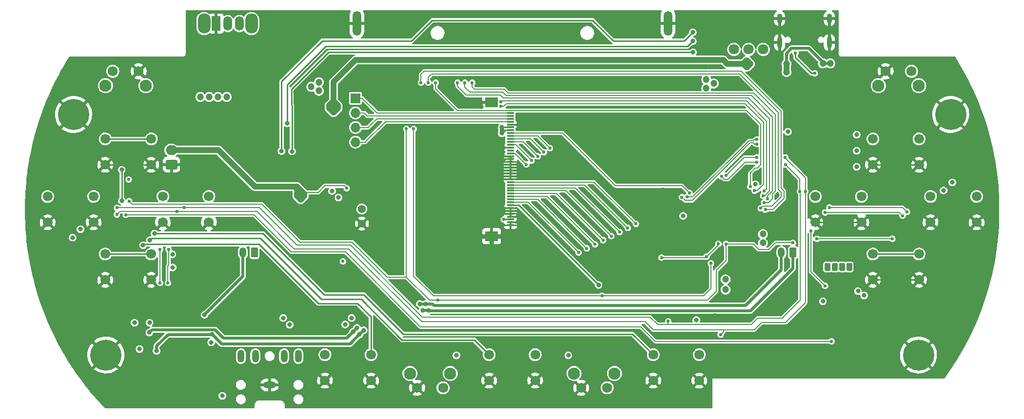
<source format=gtl>
%TF.GenerationSoftware,KiCad,Pcbnew,(6.0.7)*%
%TF.CreationDate,2023-03-31T21:06:09+02:00*%
%TF.ProjectId,airboy,61697262-6f79-42e6-9b69-6361645f7063,rev?*%
%TF.SameCoordinates,Original*%
%TF.FileFunction,Copper,L1,Top*%
%TF.FilePolarity,Positive*%
%FSLAX46Y46*%
G04 Gerber Fmt 4.6, Leading zero omitted, Abs format (unit mm)*
G04 Created by KiCad (PCBNEW (6.0.7)) date 2023-03-31 21:06:09*
%MOMM*%
%LPD*%
G01*
G04 APERTURE LIST*
G04 Aperture macros list*
%AMRoundRect*
0 Rectangle with rounded corners*
0 $1 Rounding radius*
0 $2 $3 $4 $5 $6 $7 $8 $9 X,Y pos of 4 corners*
0 Add a 4 corners polygon primitive as box body*
4,1,4,$2,$3,$4,$5,$6,$7,$8,$9,$2,$3,0*
0 Add four circle primitives for the rounded corners*
1,1,$1+$1,$2,$3*
1,1,$1+$1,$4,$5*
1,1,$1+$1,$6,$7*
1,1,$1+$1,$8,$9*
0 Add four rect primitives between the rounded corners*
20,1,$1+$1,$2,$3,$4,$5,0*
20,1,$1+$1,$4,$5,$6,$7,0*
20,1,$1+$1,$6,$7,$8,$9,0*
20,1,$1+$1,$8,$9,$2,$3,0*%
G04 Aperture macros list end*
%TA.AperFunction,ComponentPad*%
%ADD10C,5.400000*%
%TD*%
%TA.AperFunction,ComponentPad*%
%ADD11RoundRect,0.250000X0.350000X0.625000X-0.350000X0.625000X-0.350000X-0.625000X0.350000X-0.625000X0*%
%TD*%
%TA.AperFunction,ComponentPad*%
%ADD12O,1.200000X1.750000*%
%TD*%
%TA.AperFunction,ComponentPad*%
%ADD13C,1.700000*%
%TD*%
%TA.AperFunction,ComponentPad*%
%ADD14RoundRect,0.250000X-0.250000X-0.450000X0.250000X-0.450000X0.250000X0.450000X-0.250000X0.450000X0*%
%TD*%
%TA.AperFunction,SMDPad,CuDef*%
%ADD15R,1.300000X0.300000*%
%TD*%
%TA.AperFunction,SMDPad,CuDef*%
%ADD16R,2.200000X1.800000*%
%TD*%
%TA.AperFunction,ComponentPad*%
%ADD17C,2.100000*%
%TD*%
%TA.AperFunction,ComponentPad*%
%ADD18C,1.750000*%
%TD*%
%TA.AperFunction,ComponentPad*%
%ADD19O,1.200000X2.200000*%
%TD*%
%TA.AperFunction,ComponentPad*%
%ADD20O,2.200000X1.200000*%
%TD*%
%TA.AperFunction,ComponentPad*%
%ADD21C,1.400000*%
%TD*%
%TA.AperFunction,ComponentPad*%
%ADD22O,0.900000X1.700000*%
%TD*%
%TA.AperFunction,ComponentPad*%
%ADD23O,0.900000X2.000000*%
%TD*%
%TA.AperFunction,ComponentPad*%
%ADD24O,2.200000X3.500000*%
%TD*%
%TA.AperFunction,ComponentPad*%
%ADD25R,1.500000X2.500000*%
%TD*%
%TA.AperFunction,ComponentPad*%
%ADD26O,1.500000X2.500000*%
%TD*%
%TA.AperFunction,ComponentPad*%
%ADD27O,1.500000X4.300000*%
%TD*%
%TA.AperFunction,ComponentPad*%
%ADD28RoundRect,0.250000X0.750000X-0.600000X0.750000X0.600000X-0.750000X0.600000X-0.750000X-0.600000X0*%
%TD*%
%TA.AperFunction,ComponentPad*%
%ADD29O,2.000000X1.700000*%
%TD*%
%TA.AperFunction,ComponentPad*%
%ADD30C,1.800000*%
%TD*%
%TA.AperFunction,ComponentPad*%
%ADD31R,1.700000X1.700000*%
%TD*%
%TA.AperFunction,ComponentPad*%
%ADD32O,1.700000X1.700000*%
%TD*%
%TA.AperFunction,ViaPad*%
%ADD33C,0.600000*%
%TD*%
%TA.AperFunction,ViaPad*%
%ADD34C,0.800000*%
%TD*%
%TA.AperFunction,ViaPad*%
%ADD35C,1.200000*%
%TD*%
%TA.AperFunction,Conductor*%
%ADD36C,0.177800*%
%TD*%
%TA.AperFunction,Conductor*%
%ADD37C,0.254000*%
%TD*%
%TA.AperFunction,Conductor*%
%ADD38C,1.016000*%
%TD*%
%TA.AperFunction,Conductor*%
%ADD39C,0.762000*%
%TD*%
%TA.AperFunction,Conductor*%
%ADD40C,0.200000*%
%TD*%
%TA.AperFunction,Conductor*%
%ADD41C,0.508000*%
%TD*%
G04 APERTURE END LIST*
D10*
%TO.P,H2,1,1*%
%TO.N,GND*%
X227300000Y-77000000D03*
%TD*%
D11*
%TO.P,J3,1,Pin_1*%
%TO.N,Net-(C59-Pad2)*%
X106400000Y-101000000D03*
D12*
%TO.P,J3,2,Pin_2*%
%TO.N,Net-(J3-Pad2)*%
X104400000Y-101000000D03*
%TD*%
D13*
%TO.P,SW5,1,1*%
%TO.N,/Controller/SW_LEFT*%
X70500000Y-91250000D03*
%TO.P,SW5,2,2*%
X78500000Y-91250000D03*
%TO.P,SW5,3,K*%
%TO.N,GND*%
X70500000Y-95750000D03*
%TO.P,SW5,4,A*%
X78500000Y-95750000D03*
%TD*%
%TO.P,SW4,1,1*%
%TO.N,/Controller/SW_DOWN*%
X80500000Y-101250000D03*
%TO.P,SW4,2,2*%
X88500000Y-101250000D03*
%TO.P,SW4,3,K*%
%TO.N,GND*%
X80500000Y-105750000D03*
%TO.P,SW4,4,A*%
X88500000Y-105750000D03*
%TD*%
%TO.P,SW8,1,1*%
%TO.N,/Controller/SW_A*%
X223800000Y-91250000D03*
%TO.P,SW8,2,2*%
X231800000Y-91250000D03*
%TO.P,SW8,3,K*%
%TO.N,GND*%
X223800000Y-95750000D03*
%TO.P,SW8,4,A*%
X231800000Y-95750000D03*
%TD*%
%TO.P,SW14,1,1*%
%TO.N,/Controller/SW_SELECT*%
X175650000Y-118750000D03*
%TO.P,SW14,2,2*%
X183650000Y-118750000D03*
%TO.P,SW14,3,K*%
%TO.N,GND*%
X175650000Y-123250000D03*
%TO.P,SW14,4,A*%
X183650000Y-123250000D03*
%TD*%
D10*
%TO.P,H4,1,1*%
%TO.N,GND*%
X221700000Y-118800000D03*
%TD*%
D13*
%TO.P,SW13,1,1*%
%TO.N,/Controller/SW_AIRBOY*%
X147150000Y-118750000D03*
%TO.P,SW13,2,2*%
X155150000Y-118750000D03*
%TO.P,SW13,3,K*%
%TO.N,GND*%
X147150000Y-123250000D03*
%TO.P,SW13,4,A*%
X155150000Y-123250000D03*
%TD*%
%TO.P,SW3,1,1*%
%TO.N,/Controller/SW_UP*%
X80500000Y-81250000D03*
%TO.P,SW3,2,2*%
X88500000Y-81250000D03*
%TO.P,SW3,3,K*%
%TO.N,GND*%
X80500000Y-85750000D03*
%TO.P,SW3,4,A*%
X88500000Y-85750000D03*
%TD*%
D14*
%TO.P,D1,1,RK*%
%TO.N,Net-(D1-Pad1)*%
X205930000Y-103500000D03*
%TO.P,D1,2,GK*%
%TO.N,Net-(D1-Pad2)*%
X207180000Y-103500000D03*
%TO.P,D1,3,BK*%
%TO.N,Net-(D1-Pad3)*%
X209680000Y-103500000D03*
%TO.P,D1,4,A*%
%TO.N,+3.3V*%
X208430000Y-103500000D03*
%TD*%
D11*
%TO.P,J4,1,Pin_1*%
%TO.N,Net-(C45-Pad2)*%
X199900000Y-101000000D03*
D12*
%TO.P,J4,2,Pin_2*%
%TO.N,Net-(J4-Pad2)*%
X197900000Y-101000000D03*
%TD*%
D15*
%TO.P,J2,1,Pin_1*%
%TO.N,Net-(J2-Pad1)*%
X150850000Y-76750000D03*
%TO.P,J2,2,Pin_2*%
%TO.N,Net-(J2-Pad2)*%
X150850000Y-77250000D03*
%TO.P,J2,3,Pin_3*%
%TO.N,Net-(J2-Pad3)*%
X150850000Y-77750000D03*
%TO.P,J2,4,Pin_4*%
%TO.N,Net-(J2-Pad4)*%
X150850000Y-78250000D03*
%TO.P,J2,5,Pin_5*%
%TO.N,GND*%
X150850000Y-78750000D03*
%TO.P,J2,6,Pin_6*%
%TO.N,+3.3V*%
X150850000Y-79250000D03*
%TO.P,J2,7,Pin_7*%
X150850000Y-79750000D03*
%TO.P,J2,8,Pin_8*%
%TO.N,/FMARK*%
X150850000Y-80250000D03*
%TO.P,J2,9,Pin_9*%
%TO.N,/CS*%
X150850000Y-80750000D03*
%TO.P,J2,10,Pin_10*%
%TO.N,/RS*%
X150850000Y-81250000D03*
%TO.P,J2,11,Pin_11*%
%TO.N,/WR{slash}CLK*%
X150850000Y-81750000D03*
%TO.P,J2,12,Pin_12*%
%TO.N,/RD*%
X150850000Y-82250000D03*
%TO.P,J2,13,Pin_13*%
%TO.N,GND*%
X150850000Y-82750000D03*
%TO.P,J2,14,Pin_14*%
%TO.N,unconnected-(J2-Pad14)*%
X150850000Y-83250000D03*
%TO.P,J2,15,Pin_15*%
%TO.N,/RST*%
X150850000Y-83750000D03*
%TO.P,J2,16,Pin_16*%
%TO.N,GND*%
X150850000Y-84250000D03*
%TO.P,J2,17,Pin_17*%
X150850000Y-84750000D03*
%TO.P,J2,18,Pin_18*%
X150850000Y-85250000D03*
%TO.P,J2,19,Pin_19*%
X150850000Y-85750000D03*
%TO.P,J2,20,Pin_20*%
X150850000Y-86250000D03*
%TO.P,J2,21,Pin_21*%
X150850000Y-86750000D03*
%TO.P,J2,22,Pin_22*%
X150850000Y-87250000D03*
%TO.P,J2,23,Pin_23*%
X150850000Y-87750000D03*
%TO.P,J2,24,Pin_24*%
X150850000Y-88250000D03*
%TO.P,J2,25,Pin_25*%
%TO.N,/D7*%
X150850000Y-88750000D03*
%TO.P,J2,26,Pin_26*%
%TO.N,/D6*%
X150850000Y-89250000D03*
%TO.P,J2,27,Pin_27*%
%TO.N,/D5*%
X150850000Y-89750000D03*
%TO.P,J2,28,Pin_28*%
%TO.N,/D4*%
X150850000Y-90250000D03*
%TO.P,J2,29,Pin_29*%
%TO.N,/D3*%
X150850000Y-90750000D03*
%TO.P,J2,30,Pin_30*%
%TO.N,/D2*%
X150850000Y-91250000D03*
%TO.P,J2,31,Pin_31*%
%TO.N,/D1*%
X150850000Y-91750000D03*
%TO.P,J2,32,Pin_32*%
%TO.N,/D0*%
X150850000Y-92250000D03*
%TO.P,J2,33,Pin_33*%
%TO.N,/BACKLIGHT*%
X150850000Y-92750000D03*
%TO.P,J2,34,Pin_34*%
%TO.N,GND*%
X150850000Y-93250000D03*
%TO.P,J2,35,Pin_35*%
X150850000Y-93750000D03*
%TO.P,J2,36,Pin_36*%
X150850000Y-94250000D03*
%TO.P,J2,37,Pin_37*%
X150850000Y-94750000D03*
%TO.P,J2,38,Pin_38*%
%TO.N,+3.3V*%
X150850000Y-95250000D03*
%TO.P,J2,39,Pin_39*%
%TO.N,GND*%
X150850000Y-95750000D03*
%TO.P,J2,40,Pin_40*%
X150850000Y-96250000D03*
D16*
%TO.P,J2,MP,MountPin*%
X147600000Y-98150000D03*
X147600000Y-74850000D03*
%TD*%
D13*
%TO.P,SW10,1,1*%
%TO.N,/Controller/SW_Y*%
X203800000Y-91250000D03*
%TO.P,SW10,2,2*%
X211800000Y-91250000D03*
%TO.P,SW10,3,K*%
%TO.N,GND*%
X203800000Y-95750000D03*
%TO.P,SW10,4,A*%
X211800000Y-95750000D03*
%TD*%
D10*
%TO.P,H1,1,1*%
%TO.N,GND*%
X75000000Y-77000000D03*
%TD*%
D13*
%TO.P,SW9,1,1*%
%TO.N,/Controller/SW_B*%
X213800000Y-101250000D03*
%TO.P,SW9,2,2*%
X221800000Y-101250000D03*
%TO.P,SW9,3,K*%
%TO.N,GND*%
X213800000Y-105750000D03*
%TO.P,SW9,4,A*%
X221800000Y-105750000D03*
%TD*%
%TO.P,SW15,1,1*%
%TO.N,/Controller/SW_START*%
X118650000Y-118750000D03*
%TO.P,SW15,2,2*%
X126650000Y-118750000D03*
%TO.P,SW15,3,K*%
%TO.N,GND*%
X118650000Y-123250000D03*
%TO.P,SW15,4,A*%
X126650000Y-123250000D03*
%TD*%
%TO.P,SW11,1,1*%
%TO.N,/Controller/SW_X*%
X213800000Y-81250000D03*
%TO.P,SW11,2,2*%
X221800000Y-81250000D03*
%TO.P,SW11,3,K*%
%TO.N,GND*%
X213800000Y-85750000D03*
%TO.P,SW11,4,A*%
X221800000Y-85750000D03*
%TD*%
%TO.P,SW6,1,1*%
%TO.N,/Controller/SW_RIGHT*%
X90500000Y-91250000D03*
%TO.P,SW6,2,2*%
X98500000Y-91250000D03*
%TO.P,SW6,3,K*%
%TO.N,GND*%
X90500000Y-95750000D03*
%TO.P,SW6,4,A*%
X98500000Y-95750000D03*
%TD*%
D10*
%TO.P,H3,1,1*%
%TO.N,GND*%
X80600000Y-118800000D03*
%TD*%
D17*
%TO.P,SW2,*%
%TO.N,*%
X140410000Y-122010000D03*
X133400000Y-122010000D03*
D18*
%TO.P,SW2,1,1*%
%TO.N,GND*%
X134650000Y-124500000D03*
%TO.P,SW2,2,2*%
%TO.N,/RESET*%
X139150000Y-124500000D03*
%TD*%
D17*
%TO.P,SW1,*%
%TO.N,*%
X161900000Y-122010000D03*
X168910000Y-122010000D03*
D18*
%TO.P,SW1,1,1*%
%TO.N,GND*%
X163150000Y-124500000D03*
%TO.P,SW1,2,2*%
%TO.N,/Microcontroller/GPIO0*%
X167650000Y-124500000D03*
%TD*%
D19*
%TO.P,J5,R*%
%TO.N,Net-(J5-PadR)*%
X114050000Y-119000000D03*
%TO.P,J5,RN*%
%TO.N,/Audio/RN*%
X111550000Y-119000000D03*
D20*
%TO.P,J5,S*%
%TO.N,GND*%
X109050000Y-124000000D03*
D19*
%TO.P,J5,T*%
%TO.N,Net-(J5-PadT)*%
X104050000Y-119000000D03*
%TO.P,J5,TN*%
%TO.N,unconnected-(J5-PadTN)*%
X106550000Y-119000000D03*
%TD*%
D21*
%TO.P,TH1,1*%
%TO.N,GND*%
X125057000Y-95970000D03*
%TO.P,TH1,2*%
%TO.N,Net-(R41-Pad1)*%
X125057000Y-93430000D03*
%TD*%
D22*
%TO.P,J6,S1,SHIELD*%
%TO.N,GND*%
X206220000Y-60335000D03*
D23*
X206220000Y-64505000D03*
X197580000Y-64505000D03*
D22*
X197580000Y-60335000D03*
%TD*%
D24*
%TO.P,SW16,*%
%TO.N,*%
X105875000Y-61200000D03*
X97675000Y-61200000D03*
D25*
%TO.P,SW16,1,A*%
%TO.N,GND*%
X99775000Y-61200000D03*
D26*
%TO.P,SW16,2,B*%
%TO.N,Net-(R48-Pad1)*%
X101775000Y-61200000D03*
%TO.P,SW16,3,C*%
%TO.N,/Power/CHARGER_OUT*%
X103775000Y-61200000D03*
%TD*%
D27*
%TO.P,J1,MP,MountPin*%
%TO.N,GND*%
X178200000Y-61170000D03*
X124200000Y-61170000D03*
%TD*%
D17*
%TO.P,SW7,*%
%TO.N,*%
X221750000Y-71990000D03*
X214740000Y-71990000D03*
D18*
%TO.P,SW7,1,A*%
%TO.N,Net-(C23-Pad1)*%
X220500000Y-69500000D03*
%TO.P,SW7,2,B*%
%TO.N,GND*%
X216000000Y-69500000D03*
%TD*%
D17*
%TO.P,SW12,*%
%TO.N,*%
X87550000Y-71990000D03*
X80540000Y-71990000D03*
D18*
%TO.P,SW12,1,A*%
%TO.N,GND*%
X86300000Y-69500000D03*
%TO.P,SW12,2,B*%
%TO.N,Net-(C24-Pad1)*%
X81800000Y-69500000D03*
%TD*%
D28*
%TO.P,J7,1,Pin_1*%
%TO.N,GND*%
X92000000Y-85700000D03*
D29*
%TO.P,J7,2,Pin_2*%
%TO.N,/Power/BATTERY*%
X92000000Y-83200000D03*
%TD*%
D30*
%TO.P,D2,1,K1*%
%TO.N,Net-(D2-Pad1)*%
X189660000Y-65700000D03*
%TO.P,D2,2,A*%
%TO.N,/Power/CHARGER_OUT*%
X192200000Y-65700000D03*
%TO.P,D2,3,K2*%
%TO.N,Net-(D2-Pad3)*%
X194740000Y-65700000D03*
%TD*%
D31*
%TO.P,J8,1,Pin_1*%
%TO.N,Net-(J2-Pad1)*%
X123952000Y-74178000D03*
D32*
%TO.P,J8,2,Pin_2*%
%TO.N,Net-(J2-Pad2)*%
X123952000Y-76718000D03*
%TO.P,J8,3,Pin_3*%
%TO.N,Net-(J2-Pad3)*%
X123952000Y-79258000D03*
%TO.P,J8,4,Pin_4*%
%TO.N,Net-(J2-Pad4)*%
X123952000Y-81798000D03*
%TD*%
D33*
%TO.N,/Microcontroller/GPIO0*%
X134061200Y-79502000D03*
X166776400Y-108508800D03*
X185674000Y-102870000D03*
%TO.N,/RESET*%
X217170000Y-98602800D03*
X199898000Y-99314000D03*
X84632800Y-92049600D03*
X132791200Y-79502000D03*
X188290200Y-99491800D03*
X204063600Y-98602800D03*
X138277600Y-109270800D03*
D34*
%TO.N,/Power/CHARGER_OUT*%
X112064800Y-78536800D03*
X182524400Y-64262000D03*
%TO.N,/Power/BATTERY*%
X115062000Y-90932000D03*
X113792000Y-90932000D03*
D33*
X122428000Y-89814400D03*
D34*
X114427000Y-91821000D03*
%TO.N,+3.3V*%
X160909000Y-118872000D03*
X92202000Y-103581200D03*
D33*
X121767600Y-102514400D03*
D34*
X85598000Y-113182400D03*
X122174000Y-113487200D03*
X119888000Y-90297000D03*
D33*
X149707600Y-95250000D03*
D34*
X141478000Y-118872000D03*
X210972400Y-80518000D03*
D33*
X84582000Y-88290400D03*
D34*
X76200000Y-96926400D03*
X86461600Y-117754400D03*
X193395600Y-89154000D03*
D35*
X194691000Y-97790000D03*
X184861200Y-72412800D03*
X100076000Y-73964800D03*
D34*
X100838000Y-125882400D03*
X183134000Y-112725200D03*
X112522000Y-113538000D03*
X149352000Y-80264000D03*
D35*
X188214000Y-107442000D03*
D34*
X98903982Y-116589618D03*
X211201000Y-107696000D03*
D35*
X184861200Y-70916800D03*
X117602000Y-71402000D03*
X98552000Y-73964800D03*
X186182000Y-71628000D03*
D34*
X199034400Y-80010000D03*
X227584000Y-88798400D03*
X111404400Y-112369600D03*
X210972400Y-83312000D03*
D35*
X97028000Y-73964800D03*
D34*
X205105000Y-109474000D03*
D35*
X117602000Y-72898000D03*
D34*
X210972400Y-86106000D03*
X74828400Y-98399600D03*
X226060000Y-90220800D03*
D35*
X101600000Y-73964800D03*
D34*
X149352000Y-79248000D03*
X92157000Y-101295200D03*
X212278000Y-108458000D03*
X121005600Y-91440000D03*
D35*
X116281200Y-72186800D03*
D34*
X123291600Y-112369600D03*
X88188800Y-113182400D03*
D35*
X188214000Y-105664000D03*
D34*
X180848000Y-94615000D03*
D35*
X194691000Y-99314000D03*
D33*
%TO.N,/FMARK*%
X181914800Y-90627200D03*
%TO.N,/CS*%
X157708600Y-82854800D03*
%TO.N,/RS*%
X156641800Y-83566000D03*
%TO.N,/WR{slash}CLK*%
X155575000Y-84277200D03*
%TO.N,/RD*%
X154508200Y-84988400D03*
%TO.N,/RST*%
X153619200Y-85699600D03*
D34*
%TO.N,/BACKLIGHT*%
X166166800Y-106629200D03*
D33*
%TO.N,/Power/D-*%
X200346269Y-66339794D03*
X203708000Y-69850000D03*
%TO.N,/Controller/CON_INT*%
X205486000Y-106781600D03*
X203047600Y-97282000D03*
%TO.N,/Microcontroller/GPIO45*%
X194310000Y-93287902D03*
X136601200Y-71475600D03*
D34*
%TO.N,/Controller/SW_UP*%
X83362800Y-91998800D03*
X83362800Y-86614000D03*
%TO.N,/Controller/SW_AIRBOY*%
X88239600Y-98856800D03*
%TO.N,/Controller/SW_SELECT*%
X89052400Y-97688400D03*
%TO.N,/Controller/SW_START*%
X87071200Y-99720400D03*
D33*
%TO.N,/Microcontroller/USB_D-*%
X180619400Y-91363800D03*
X193624200Y-82143600D03*
%TO.N,/Microcontroller/USB_D+*%
X193624200Y-81366297D03*
X181534011Y-91330196D03*
%TO.N,/Microcontroller/MTCK*%
X192491308Y-89514320D03*
X137871200Y-71475600D03*
%TO.N,/Microcontroller/MTDO*%
X149199622Y-75583597D03*
X193243200Y-90246200D03*
%TO.N,/Microcontroller/MTDI*%
X194929659Y-90332459D03*
X149199502Y-74784095D03*
%TO.N,/Microcontroller/MTMS*%
X194737906Y-91133019D03*
X141675000Y-71469400D03*
%TO.N,/Microcontroller/TXD*%
X142951200Y-71475600D03*
X195485450Y-91688233D03*
%TO.N,/Microcontroller/RXD*%
X144221200Y-71475600D03*
X194894200Y-92329000D03*
%TO.N,/Microcontroller/GPIO46*%
X135331200Y-71475600D03*
X195122800Y-93552400D03*
D34*
%TO.N,Net-(C46-Pad1)*%
X120142000Y-76708000D03*
D35*
X205105000Y-68122800D03*
D34*
X191820800Y-68757800D03*
D35*
X198781500Y-68225500D03*
X206375000Y-68122800D03*
D34*
X120904000Y-75692000D03*
X191820800Y-67640200D03*
D35*
X198780400Y-69621400D03*
D34*
X192532000Y-68199000D03*
X119380000Y-75692000D03*
%TO.N,GND*%
X220000000Y-109000000D03*
X72000000Y-82000000D03*
X76000000Y-93000000D03*
X78000000Y-82000000D03*
X149606000Y-82753200D03*
X232000000Y-100000000D03*
D33*
X151993600Y-95758000D03*
D34*
X160731200Y-71628000D03*
X172000000Y-126000000D03*
D33*
X96062800Y-120650000D03*
D34*
X173000000Y-87000000D03*
X77000000Y-111000000D03*
X110185200Y-82042000D03*
X223000000Y-109000000D03*
X211000000Y-121000000D03*
X143000000Y-92000000D03*
X217000000Y-115000000D03*
X209550000Y-69596000D03*
X123000000Y-126000000D03*
D33*
X96266000Y-103733600D03*
D35*
X108407200Y-69494400D03*
D33*
X149555200Y-88239600D03*
D34*
X199000000Y-118000000D03*
D33*
X179781200Y-84937600D03*
D34*
X75000000Y-85000000D03*
X160000000Y-106000000D03*
X74000000Y-108000000D03*
X232000000Y-103000000D03*
X97739200Y-118668800D03*
D33*
X114046000Y-85236000D03*
D34*
X126000000Y-126000000D03*
X120700800Y-79756000D03*
X173786800Y-72186800D03*
X203000000Y-60000000D03*
D33*
X186436000Y-93980000D03*
D34*
X96000000Y-81000000D03*
D35*
X186563600Y-101981000D03*
D34*
X80000000Y-123000000D03*
X181102000Y-68732400D03*
X220000000Y-112000000D03*
X200000000Y-90000000D03*
D33*
X106426000Y-73660000D03*
X164490400Y-75742800D03*
D34*
X230000000Y-93000000D03*
X203352400Y-80010000D03*
D35*
X186385200Y-112166400D03*
D34*
X106000000Y-81000000D03*
D33*
X86360000Y-103124000D03*
D34*
X132000000Y-126000000D03*
X93000000Y-78000000D03*
X169000000Y-61000000D03*
X187000000Y-121000000D03*
X211000000Y-118000000D03*
X136000000Y-92000000D03*
X124815600Y-104546400D03*
X146000000Y-86000000D03*
X71000000Y-102000000D03*
X205000000Y-112000000D03*
X101600000Y-123698000D03*
X141000000Y-62000000D03*
D33*
X179781200Y-86766400D03*
X198602600Y-86588600D03*
X114046000Y-85871000D03*
D34*
X172000000Y-61000000D03*
D33*
X187706000Y-93980000D03*
D34*
X77000000Y-105000000D03*
X136000000Y-83000000D03*
X176000000Y-106000000D03*
X208000000Y-121000000D03*
D33*
X94647400Y-110991400D03*
X149555200Y-85242400D03*
D34*
X218500000Y-103500000D03*
D33*
X104775000Y-107315000D03*
D34*
X172516800Y-72186800D03*
X121818400Y-98450400D03*
X175000000Y-126000000D03*
D35*
X191236600Y-101981000D03*
D34*
X92000000Y-126000000D03*
X69000000Y-85000000D03*
D33*
X83566000Y-105664000D03*
X105410000Y-71628000D03*
D35*
X177292000Y-90296400D03*
D34*
X131000000Y-83000000D03*
X145000000Y-64000000D03*
D35*
X115189000Y-77216000D03*
D34*
X143000000Y-89000000D03*
D33*
X169799000Y-96367600D03*
D34*
X110134400Y-107391200D03*
X200000000Y-60000000D03*
D33*
X153365200Y-84683600D03*
D34*
X92964000Y-120700800D03*
X83000000Y-114000000D03*
X191000000Y-72000000D03*
X143500000Y-120000000D03*
D33*
X155371800Y-83108800D03*
D34*
X106000000Y-78000000D03*
X113233200Y-94996000D03*
X183591200Y-60706000D03*
X112000000Y-64000000D03*
D33*
X106426000Y-72644000D03*
D34*
X224000000Y-74000000D03*
D33*
X94647400Y-113023400D03*
D34*
X202000000Y-121000000D03*
D33*
X91345400Y-112007400D03*
D34*
X205000000Y-118000000D03*
X130000000Y-61000000D03*
D33*
X155575000Y-85344000D03*
D34*
X69000000Y-88000000D03*
D33*
X101854000Y-100838000D03*
D34*
X229000000Y-100000000D03*
X205000000Y-121000000D03*
D35*
X205740000Y-66548000D03*
D34*
X89154000Y-102819200D03*
D33*
X105410000Y-73660000D03*
D34*
X116941600Y-91440000D03*
X85598000Y-86868000D03*
X149000000Y-62000000D03*
X136000000Y-73000000D03*
X158500000Y-123500000D03*
X90000000Y-69000000D03*
X88138000Y-110337600D03*
X184708800Y-68777400D03*
X130000000Y-123500000D03*
D35*
X98806000Y-68935600D03*
D33*
X156641800Y-84632800D03*
D35*
X109982000Y-70739000D03*
X97028000Y-68935600D03*
D34*
X226060000Y-84531200D03*
X155000000Y-98000000D03*
X128000000Y-89000000D03*
D33*
X95663400Y-112007400D03*
D34*
X80000000Y-126000000D03*
X152000000Y-100000000D03*
X208000000Y-78000000D03*
X131521200Y-71882000D03*
X111353600Y-106426000D03*
X118160800Y-103682800D03*
X119126000Y-67818000D03*
X120751600Y-69138800D03*
X178000000Y-126000000D03*
D35*
X149529800Y-98145600D03*
D34*
X136000000Y-80000000D03*
X214000000Y-118000000D03*
X136000000Y-89000000D03*
D33*
X92361400Y-110991400D03*
D34*
X114300000Y-96672400D03*
D33*
X185166000Y-95250000D03*
D34*
X78486000Y-100990400D03*
X93000000Y-75000000D03*
X136000000Y-75000000D03*
D33*
X83566000Y-103124000D03*
X102489000Y-110744000D03*
D34*
X199000000Y-115000000D03*
X110896400Y-91694000D03*
D33*
X156413200Y-82397600D03*
D34*
X75000000Y-88000000D03*
X72000000Y-85000000D03*
D33*
X198882000Y-102616000D03*
D34*
X130251200Y-71882000D03*
D35*
X147574000Y-99923600D03*
D34*
X146000000Y-89000000D03*
X172000000Y-106000000D03*
D33*
X105410000Y-72644000D03*
D34*
X152146000Y-94742000D03*
D33*
X186436000Y-92710000D03*
D34*
X99000000Y-78000000D03*
D33*
X185166000Y-92710000D03*
D34*
X218000000Y-87500000D03*
X86461600Y-119481600D03*
D33*
X93504400Y-110991400D03*
D34*
X158500000Y-120000000D03*
X202000000Y-115000000D03*
X77000000Y-114000000D03*
X172000000Y-120000000D03*
X152000000Y-98000000D03*
X145796000Y-75647000D03*
X75000000Y-82000000D03*
X132334000Y-118872000D03*
D35*
X214985600Y-99771200D03*
D33*
X154330400Y-83921600D03*
D34*
X130000000Y-120000000D03*
X219000000Y-83000000D03*
D35*
X101092000Y-67614800D03*
D34*
X211000000Y-75000000D03*
D33*
X162077400Y-75742800D03*
D34*
X157000000Y-64000000D03*
X214000000Y-78000000D03*
X120294400Y-83515200D03*
D33*
X152146000Y-86715600D03*
D34*
X127000000Y-61000000D03*
D33*
X195757800Y-120904000D03*
D34*
X211000000Y-78000000D03*
X172000000Y-123000000D03*
X229000000Y-84000000D03*
X104241600Y-67970400D03*
X139000000Y-89000000D03*
X78000000Y-88000000D03*
X128000000Y-86000000D03*
X151841200Y-71628000D03*
D33*
X114681000Y-85871000D03*
X188976000Y-92710000D03*
X149707600Y-96266000D03*
D34*
X139000000Y-86000000D03*
X90000000Y-75000000D03*
X144000000Y-106000000D03*
D33*
X168376600Y-97078800D03*
D34*
X190000000Y-121000000D03*
X83000000Y-111000000D03*
X195326000Y-94488000D03*
X196000000Y-118000000D03*
X208000000Y-72000000D03*
X128000000Y-92000000D03*
X211000000Y-72000000D03*
X149555200Y-94234000D03*
X112000000Y-67000000D03*
X155651200Y-71628000D03*
D33*
X94488000Y-116301300D03*
D34*
X83000000Y-123000000D03*
D33*
X157708600Y-83921600D03*
D34*
X78000000Y-69000000D03*
D33*
X103886000Y-96012000D03*
D34*
X217170000Y-78232000D03*
D33*
X168249600Y-75742800D03*
D34*
X176000000Y-87000000D03*
X203000000Y-63000000D03*
X139000000Y-83000000D03*
X152247600Y-78765400D03*
D33*
X187706000Y-95250000D03*
D34*
X90000000Y-72000000D03*
X100584000Y-91186000D03*
X153000000Y-126000000D03*
X143000000Y-80000000D03*
X223000000Y-112000000D03*
D33*
X90779600Y-101092000D03*
X95667400Y-113023400D03*
D34*
X229000000Y-112000000D03*
X197154049Y-90954049D03*
X170000000Y-84000000D03*
X197500000Y-73500000D03*
D35*
X183134000Y-105664000D03*
D34*
X199390000Y-96367600D03*
X208000000Y-75000000D03*
D33*
X150545800Y-75742800D03*
D34*
X199390000Y-98298000D03*
X146000000Y-92000000D03*
X157000000Y-126000000D03*
X143500000Y-123500000D03*
D33*
X166954200Y-97790000D03*
D34*
X123291600Y-110642400D03*
X106000000Y-84000000D03*
X93000000Y-72000000D03*
D33*
X108966000Y-109220000D03*
D34*
X133000000Y-61000000D03*
X99000000Y-81000000D03*
X85090000Y-78282800D03*
D33*
X99974400Y-113670300D03*
D34*
X205000000Y-75000000D03*
X202000000Y-118000000D03*
D33*
X165531800Y-98501200D03*
X91345400Y-113023400D03*
D34*
X200000000Y-73500000D03*
X224000000Y-71000000D03*
X152000000Y-106000000D03*
X129000000Y-126000000D03*
X96000000Y-78000000D03*
X161000000Y-62000000D03*
X131000000Y-92000000D03*
X175000000Y-61000000D03*
D35*
X183134000Y-107442000D03*
D34*
X170000000Y-87000000D03*
D35*
X201930000Y-67056000D03*
D34*
X93000000Y-69000000D03*
X205000000Y-88000000D03*
X73000000Y-93000000D03*
X139000000Y-92000000D03*
X229000000Y-115000000D03*
X226000000Y-109000000D03*
X149000000Y-126000000D03*
X89000000Y-112000000D03*
X124612400Y-107442000D03*
X226000000Y-93000000D03*
X71000000Y-99000000D03*
X232000000Y-87000000D03*
D33*
X92532200Y-116301300D03*
X188976000Y-91440000D03*
D34*
X76200000Y-102565200D03*
D33*
X105918000Y-96012000D03*
X106426000Y-71628000D03*
X186436000Y-91440000D03*
D34*
X74000000Y-105000000D03*
X148000000Y-106000000D03*
X140000000Y-106000000D03*
D33*
X164109400Y-99212400D03*
D34*
X164000000Y-106000000D03*
X229000000Y-81000000D03*
X224000000Y-68000000D03*
X103000000Y-78000000D03*
X72000000Y-88000000D03*
X232000000Y-84000000D03*
X75000000Y-72000000D03*
D33*
X92361400Y-112007400D03*
X149555200Y-87274400D03*
D34*
X121208800Y-87122000D03*
X176784000Y-94589600D03*
X131000000Y-89000000D03*
D33*
X117068600Y-86131400D03*
X171221400Y-95656400D03*
D34*
X115000000Y-64000000D03*
X232000000Y-81000000D03*
X193395600Y-87426800D03*
D35*
X193344800Y-104038400D03*
D34*
X139000000Y-80000000D03*
X199000000Y-88000000D03*
X136500000Y-100000000D03*
D33*
X152146000Y-85750400D03*
D34*
X156000000Y-106000000D03*
D33*
X114681000Y-85236000D03*
D34*
X145000000Y-126000000D03*
D33*
X185166000Y-93980000D03*
D34*
X136000000Y-86000000D03*
D35*
X113741200Y-74930000D03*
D33*
X187706000Y-92710000D03*
D34*
X214000000Y-115000000D03*
D35*
X183134000Y-103886000D03*
D34*
X153000000Y-62000000D03*
X143000000Y-86000000D03*
X103378000Y-89408000D03*
X164592000Y-71628000D03*
X78000000Y-85000000D03*
D33*
X190728600Y-122504200D03*
D34*
X121000000Y-61000000D03*
X226000000Y-103000000D03*
X158191200Y-71628000D03*
D33*
X185166000Y-91440000D03*
X195757800Y-115316000D03*
X101854000Y-102616000D03*
D34*
X208381600Y-106680000D03*
X98552000Y-107645200D03*
X96000000Y-88000000D03*
D33*
X102362000Y-113792000D03*
D34*
X187000000Y-118000000D03*
X181000000Y-126000000D03*
D33*
X94647400Y-112007400D03*
X152146000Y-87731600D03*
D34*
X85598000Y-110337600D03*
X155000000Y-100000000D03*
X199000000Y-71500000D03*
X229000000Y-106000000D03*
X133000000Y-108000000D03*
X89154000Y-104089200D03*
X109000000Y-61000000D03*
X139000000Y-101500000D03*
D33*
X198602600Y-83566000D03*
D34*
X120000000Y-126000000D03*
X149555200Y-93268800D03*
X121208800Y-85344000D03*
X179000000Y-106000000D03*
X199000000Y-121000000D03*
X86000000Y-123000000D03*
D33*
X95656400Y-110998000D03*
D34*
X168000000Y-106000000D03*
X229000000Y-109000000D03*
D33*
X193624200Y-83566000D03*
X93827600Y-107696000D03*
D34*
X99000000Y-88000000D03*
X122326400Y-84429600D03*
X184000000Y-126000000D03*
X123240800Y-106426000D03*
D33*
X188976000Y-95250000D03*
D34*
X200000000Y-94000000D03*
X114655600Y-93624400D03*
D33*
X113284000Y-87934800D03*
D34*
X188000000Y-71000000D03*
X203911200Y-85750400D03*
D35*
X181610000Y-103886000D03*
D34*
X117000000Y-126000000D03*
X226000000Y-112000000D03*
X131000000Y-98000000D03*
X207264000Y-112674400D03*
X208000000Y-88000000D03*
X116433600Y-103987600D03*
X109000000Y-64000000D03*
X190000000Y-118000000D03*
X111404400Y-110642400D03*
X160000000Y-126000000D03*
D33*
X188976000Y-93980000D03*
D34*
X226000000Y-106000000D03*
X112572800Y-96012000D03*
D35*
X189941200Y-112217200D03*
D34*
X71000000Y-105000000D03*
X142000000Y-126000000D03*
X86000000Y-126000000D03*
D33*
X93504400Y-113023400D03*
D34*
X111912400Y-84277200D03*
X227000000Y-68000000D03*
X89255600Y-107492800D03*
X118000000Y-61000000D03*
X202000000Y-112000000D03*
X82296000Y-88188800D03*
D33*
X186436000Y-95250000D03*
D34*
X93000000Y-81000000D03*
D35*
X113741200Y-73152000D03*
D34*
X131000000Y-86000000D03*
X223774000Y-86156800D03*
D33*
X93504400Y-112007400D03*
D34*
X116332000Y-123698000D03*
X128000000Y-98000000D03*
X217000000Y-112000000D03*
X214000000Y-121000000D03*
D35*
X196850000Y-71374000D03*
D34*
X117398800Y-89408000D03*
X208000000Y-90000000D03*
X89000000Y-126000000D03*
X173000000Y-84000000D03*
X218821000Y-98806000D03*
D33*
X92361400Y-113023400D03*
D34*
X74000000Y-111000000D03*
D33*
X154508200Y-86055200D03*
D34*
X146000000Y-80000000D03*
X149555200Y-84226400D03*
X146000000Y-83000000D03*
D35*
X102717600Y-69240400D03*
D34*
X169926000Y-118872000D03*
X108407200Y-102870000D03*
X78000000Y-72000000D03*
D33*
X149555200Y-86258400D03*
D34*
X77000000Y-108000000D03*
X229000000Y-103000000D03*
X205000000Y-115000000D03*
X112000000Y-61000000D03*
X83000000Y-126000000D03*
X80000000Y-111000000D03*
X216000000Y-83000000D03*
X226000000Y-100000000D03*
X115000000Y-61000000D03*
D33*
X112586997Y-101535003D03*
D34*
X168402000Y-71628000D03*
X118922800Y-102158800D03*
X80000000Y-114000000D03*
X71000000Y-108000000D03*
D35*
X195072000Y-71374000D03*
D34*
X103000000Y-81000000D03*
D33*
X153771600Y-71577200D03*
D34*
X214000000Y-75000000D03*
X167000000Y-84000000D03*
X176000000Y-84000000D03*
D33*
X107188000Y-109220000D03*
D35*
X196850000Y-66548000D03*
X193040000Y-101981000D03*
D34*
X208000000Y-118000000D03*
X143000000Y-83000000D03*
X131000000Y-80000000D03*
D35*
X145618200Y-98145600D03*
D33*
X91345400Y-110991400D03*
X95758000Y-96012000D03*
D34*
X145491200Y-71628000D03*
X149301200Y-71577200D03*
X229000000Y-87000000D03*
X121767600Y-82042000D03*
X90000000Y-78000000D03*
D33*
X93573600Y-95148400D03*
D34*
X205000000Y-72000000D03*
X227482400Y-85953600D03*
X128000000Y-83000000D03*
D33*
X162687000Y-99923600D03*
X187706000Y-91440000D03*
%TO.N,Net-(R11-Pad2)*%
X206603600Y-116433600D03*
X84074000Y-94437200D03*
D34*
%TO.N,Net-(R40-Pad1)*%
X111099600Y-83362800D03*
X182524400Y-62738000D03*
D33*
%TO.N,/Microcontroller/GPIO1*%
X184912000Y-101701600D03*
X186954552Y-99476952D03*
X177088800Y-101879400D03*
D34*
%TO.N,Net-(R39-Pad1)*%
X182575200Y-66192400D03*
X112928400Y-83413600D03*
D33*
%TO.N,/Audio/SCL*%
X187350400Y-115265200D03*
X219710000Y-93929200D03*
X202057000Y-90373200D03*
X92964000Y-93827600D03*
X82510932Y-94375447D03*
X90017600Y-100431600D03*
X206248000Y-93167200D03*
X188294374Y-87630122D03*
X90017600Y-106273600D03*
X198577200Y-84455000D03*
X193624200Y-84455000D03*
%TO.N,/Audio/SDA*%
X193624200Y-85344000D03*
X91490800Y-100431600D03*
X198602600Y-85699600D03*
X91389200Y-106273600D03*
X187505447Y-87759722D03*
X94234000Y-93218000D03*
X205486000Y-94030800D03*
X201117200Y-90373200D03*
X82550000Y-93218000D03*
X178257200Y-112928400D03*
X218948000Y-94589600D03*
D34*
%TO.N,Net-(J3-Pad2)*%
X97739200Y-111810800D03*
%TO.N,Net-(C45-Pad2)*%
X89408000Y-118084600D03*
X135636000Y-111048800D03*
X124663200Y-115214400D03*
X125374400Y-114503200D03*
X99060000Y-115232900D03*
X136652000Y-111048800D03*
%TO.N,Net-(J4-Pad2)*%
X135128000Y-109931200D03*
X123494800Y-114808000D03*
X136144000Y-109931200D03*
X124206000Y-114096800D03*
X88163400Y-114884200D03*
D33*
%TO.N,/D0*%
X162687000Y-100990400D03*
%TO.N,/D1*%
X164109400Y-100279200D03*
%TO.N,/D2*%
X165531800Y-99568000D03*
%TO.N,/D3*%
X166954200Y-98856800D03*
%TO.N,/D4*%
X168376600Y-98145600D03*
%TO.N,/D5*%
X169799000Y-97434400D03*
%TO.N,/D6*%
X171221400Y-96723200D03*
%TO.N,/D7*%
X172643800Y-96012000D03*
%TD*%
D36*
%TO.N,/Microcontroller/GPIO0*%
X184404000Y-108508800D02*
X185674000Y-107238800D01*
X185674000Y-107238800D02*
X185674000Y-102870000D01*
X134061200Y-105105200D02*
X137464800Y-108508800D01*
X134061200Y-79502000D02*
X134061200Y-105105200D01*
X166776400Y-108508800D02*
X184404000Y-108508800D01*
X137464800Y-108508800D02*
X166776400Y-108508800D01*
%TO.N,/RESET*%
X186588400Y-104140000D02*
X188290200Y-102438200D01*
X186588400Y-107746800D02*
X186588400Y-104140000D01*
X196850000Y-99314000D02*
X199898000Y-99314000D01*
X138277600Y-109270800D02*
X185064400Y-109270800D01*
X194005200Y-100482400D02*
X195681600Y-100482400D01*
X138277600Y-109270800D02*
X136804400Y-109270800D01*
X195681600Y-100482400D02*
X196850000Y-99314000D01*
X132791200Y-105257600D02*
X132791200Y-79502000D01*
X123393200Y-99161600D02*
X114274600Y-99161600D01*
X193014600Y-99491800D02*
X194005200Y-100482400D01*
X107721400Y-92608400D02*
X85191600Y-92608400D01*
X136804400Y-109270800D02*
X132791200Y-105257600D01*
X211124800Y-98602800D02*
X204063600Y-98602800D01*
X114274600Y-99161600D02*
X107721400Y-92608400D01*
X217170000Y-98602800D02*
X211124800Y-98602800D01*
X132791200Y-105257600D02*
X129489200Y-105257600D01*
X85191600Y-92608400D02*
X84632800Y-92049600D01*
X188290200Y-102438200D02*
X188290200Y-99491800D01*
X188290200Y-99491800D02*
X193014600Y-99491800D01*
X185064400Y-109270800D02*
X186588400Y-107746800D01*
X129489200Y-105257600D02*
X123393200Y-99161600D01*
D37*
%TO.N,/Power/CHARGER_OUT*%
X112064800Y-71882000D02*
X118770400Y-65176400D01*
X112064800Y-78536800D02*
X112064800Y-71882000D01*
X118770400Y-65176400D02*
X181610000Y-65176400D01*
X181610000Y-65176400D02*
X182524400Y-64262000D01*
D38*
%TO.N,/Power/BATTERY*%
X114300000Y-90043000D02*
X113792000Y-89535000D01*
D39*
X114427000Y-90170000D02*
X114427000Y-90424000D01*
D36*
X118618000Y-89408000D02*
X117475000Y-90551000D01*
D38*
X92000000Y-83200000D02*
X100167200Y-83200000D01*
X114427000Y-91821000D02*
X113792000Y-91186000D01*
D39*
X113792000Y-90170000D02*
X113157000Y-89535000D01*
D38*
X115062000Y-90805000D02*
X115062000Y-90932000D01*
X100167200Y-83200000D02*
X106502200Y-89535000D01*
X114300000Y-90043000D02*
X115062000Y-90805000D01*
X113792000Y-90932000D02*
X113792000Y-90551000D01*
X113792000Y-89535000D02*
X113157000Y-89535000D01*
D39*
X115062000Y-90932000D02*
X114935000Y-90932000D01*
D38*
X113792000Y-91186000D02*
X113792000Y-90932000D01*
D39*
X113792000Y-90932000D02*
X113792000Y-90170000D01*
X115062000Y-90932000D02*
X113792000Y-90932000D01*
D38*
X114427000Y-91821000D02*
X115062000Y-91186000D01*
D36*
X115443000Y-90551000D02*
X115062000Y-90932000D01*
D38*
X106502200Y-89535000D02*
X113157000Y-89535000D01*
X115062000Y-91186000D02*
X115062000Y-90932000D01*
D39*
X114300000Y-90043000D02*
X114427000Y-90170000D01*
X113919000Y-90932000D02*
X113792000Y-90932000D01*
D36*
X117475000Y-90551000D02*
X115443000Y-90551000D01*
X122428000Y-89814400D02*
X122021600Y-89408000D01*
D38*
X114300000Y-90170000D02*
X114300000Y-90043000D01*
D36*
X122021600Y-89408000D02*
X118618000Y-89408000D01*
D38*
X113792000Y-90551000D02*
X114300000Y-90043000D01*
X114935000Y-90932000D02*
X114427000Y-90424000D01*
D37*
%TO.N,+3.3V*%
X149352000Y-79248000D02*
X150848000Y-79248000D01*
X149940400Y-79750000D02*
X150850000Y-79750000D01*
X150848000Y-79248000D02*
X150850000Y-79250000D01*
X150850000Y-95250000D02*
X149707600Y-95250000D01*
D39*
X149352000Y-80264000D02*
X149352000Y-79248000D01*
D37*
X149426400Y-80264000D02*
X149940400Y-79750000D01*
X149352000Y-80264000D02*
X149426400Y-80264000D01*
D36*
%TO.N,Net-(J2-Pad1)*%
X123952000Y-74178000D02*
X125130400Y-74178000D01*
X127702400Y-76750000D02*
X150850000Y-76750000D01*
X125130400Y-74178000D02*
X127702400Y-76750000D01*
%TO.N,Net-(J2-Pad2)*%
X126018000Y-77250000D02*
X125486000Y-76718000D01*
X125486000Y-76718000D02*
X123952000Y-76718000D01*
X150850000Y-77250000D02*
X126018000Y-77250000D01*
%TO.N,Net-(J2-Pad3)*%
X126126400Y-79258000D02*
X126695200Y-78689200D01*
X127634400Y-77750000D02*
X126695200Y-78689200D01*
X150850000Y-77750000D02*
X127634400Y-77750000D01*
X123952000Y-79258000D02*
X126126400Y-79258000D01*
%TO.N,/FMARK*%
X180695600Y-89408000D02*
X181914800Y-90627200D01*
X150850000Y-80250000D02*
X159955200Y-80250000D01*
X169113200Y-89408000D02*
X180695600Y-89408000D01*
X159955200Y-80250000D02*
X169113200Y-89408000D01*
%TO.N,/CS*%
X155603800Y-80750000D02*
X150850000Y-80750000D01*
X157708600Y-82854800D02*
X155603800Y-80750000D01*
%TO.N,/RS*%
X154325800Y-81250000D02*
X150850000Y-81250000D01*
X156641800Y-83566000D02*
X154325800Y-81250000D01*
%TO.N,/WR{slash}CLK*%
X155575000Y-84277200D02*
X153047800Y-81750000D01*
X153047800Y-81750000D02*
X150850000Y-81750000D01*
%TO.N,/RD*%
X151769800Y-82250000D02*
X150850000Y-82250000D01*
X154508200Y-84988400D02*
X151769800Y-82250000D01*
%TO.N,/RST*%
X153619200Y-85699600D02*
X153543000Y-85699600D01*
X153543000Y-85699600D02*
X151593400Y-83750000D01*
X151593400Y-83750000D02*
X150850000Y-83750000D01*
D37*
%TO.N,/BACKLIGHT*%
X166166800Y-106629200D02*
X152287600Y-92750000D01*
X152287600Y-92750000D02*
X150850000Y-92750000D01*
%TO.N,/Power/D-*%
X203708000Y-69850000D02*
X203098400Y-69850000D01*
X203098400Y-69850000D02*
X200346269Y-67097869D01*
X200346269Y-67097869D02*
X200346269Y-66339794D01*
D36*
%TO.N,/Controller/CON_INT*%
X205486000Y-106781600D02*
X203047600Y-104343200D01*
X203047600Y-104343200D02*
X203047600Y-97282000D01*
%TO.N,Net-(J2-Pad4)*%
X150850000Y-78250000D02*
X129166400Y-78250000D01*
X125618400Y-81798000D02*
X125933200Y-81483200D01*
X129166400Y-78250000D02*
X125933200Y-81483200D01*
X123952000Y-81798000D02*
X125618400Y-81798000D01*
%TO.N,/Microcontroller/GPIO45*%
X136601200Y-70561200D02*
X137185400Y-69977000D01*
X136601200Y-71475600D02*
X136601200Y-70561200D01*
X194633902Y-92964000D02*
X194310000Y-93287902D01*
X197866000Y-90525600D02*
X197866000Y-91312110D01*
X196214110Y-92964000D02*
X194633902Y-92964000D01*
X190703200Y-69977000D02*
X197358000Y-76631800D01*
X197358000Y-90017600D02*
X197866000Y-90525600D01*
X197866000Y-91312110D02*
X196214110Y-92964000D01*
X137185400Y-69977000D02*
X190703200Y-69977000D01*
X197358000Y-76631800D02*
X197358000Y-90017600D01*
D37*
%TO.N,/Controller/SW_UP*%
X80500000Y-81250000D02*
X88500000Y-81250000D01*
X83362800Y-86614000D02*
X83362800Y-91998800D01*
%TO.N,/Controller/SW_DOWN*%
X80500000Y-101250000D02*
X88500000Y-101250000D01*
%TO.N,/Controller/SW_B*%
X213800000Y-101250000D02*
X221800000Y-101250000D01*
%TO.N,/Controller/SW_AIRBOY*%
X88544400Y-98552000D02*
X107442000Y-98552000D01*
X124968000Y-109118400D02*
X132029200Y-116179600D01*
X88239600Y-98856800D02*
X88544400Y-98552000D01*
X118008400Y-109118400D02*
X124968000Y-109118400D01*
X107442000Y-98552000D02*
X118008400Y-109118400D01*
X132029200Y-116179600D02*
X144579600Y-116179600D01*
X144579600Y-116179600D02*
X147150000Y-118750000D01*
%TO.N,/Controller/SW_SELECT*%
X172063600Y-115163600D02*
X175650000Y-118750000D01*
X132283200Y-115163600D02*
X172063600Y-115163600D01*
X125425200Y-108305600D02*
X132283200Y-115163600D01*
X89052400Y-97688400D02*
X107885077Y-97688400D01*
X107885077Y-97688400D02*
X118502277Y-108305600D01*
X118502277Y-108305600D02*
X125425200Y-108305600D01*
%TO.N,/Controller/SW_START*%
X107213400Y-99568000D02*
X117475000Y-109829600D01*
X117475000Y-109829600D02*
X124307600Y-109829600D01*
X126650000Y-112172000D02*
X126650000Y-118750000D01*
X87223600Y-99568000D02*
X107213400Y-99568000D01*
X87071200Y-99720400D02*
X87223600Y-99568000D01*
X124307600Y-109829600D02*
X126650000Y-112172000D01*
D40*
%TO.N,/Microcontroller/USB_D-*%
X192476240Y-81940400D02*
X182468640Y-91948000D01*
X181152800Y-91948000D02*
X180619400Y-91414600D01*
X193237396Y-82143600D02*
X193034196Y-81940400D01*
X193034196Y-81940400D02*
X192476240Y-81940400D01*
X180619400Y-91414600D02*
X180619400Y-91363800D01*
X193624200Y-82143600D02*
X193237396Y-82143600D01*
X182468640Y-91948000D02*
X181152800Y-91948000D01*
D36*
%TO.N,/Microcontroller/USB_D+*%
X193233103Y-81366297D02*
X193025700Y-81573700D01*
X193025700Y-81573700D02*
X192238300Y-81573700D01*
X192238300Y-81573700D02*
X182481804Y-91330196D01*
X182481804Y-91330196D02*
X181534011Y-91330196D01*
X193624200Y-81366297D02*
X193233103Y-81366297D01*
%TO.N,/Microcontroller/MTCK*%
X141642500Y-76313700D02*
X191883700Y-76313700D01*
X137871200Y-71475600D02*
X137871200Y-72542400D01*
X193294000Y-86360000D02*
X192491308Y-87162692D01*
X192491308Y-87162692D02*
X192491308Y-89514320D01*
X193675000Y-86360000D02*
X193294000Y-86360000D01*
X137871200Y-72542400D02*
X141642500Y-76313700D01*
X194310000Y-78740000D02*
X194310000Y-85725000D01*
X191883700Y-76313700D02*
X194310000Y-78740000D01*
X194310000Y-85725000D02*
X193675000Y-86360000D01*
%TO.N,/Microcontroller/MTDO*%
X194818000Y-78359000D02*
X194818000Y-89154000D01*
X150136200Y-75161800D02*
X191620800Y-75161800D01*
X194818000Y-89154000D02*
X193725800Y-90246200D01*
X193725800Y-90246200D02*
X193243200Y-90246200D01*
X149714403Y-75583597D02*
X150136200Y-75161800D01*
X149199622Y-75583597D02*
X149714403Y-75583597D01*
X191620800Y-75161800D02*
X194818000Y-78359000D01*
%TO.N,/Microcontroller/MTDI*%
X195326000Y-89936118D02*
X194929659Y-90332459D01*
X195326000Y-78155800D02*
X195326000Y-89936118D01*
X191824000Y-74653800D02*
X195326000Y-78155800D01*
X149329797Y-74653800D02*
X191824000Y-74653800D01*
X149199502Y-74784095D02*
X149329797Y-74653800D01*
%TO.N,/Microcontroller/MTMS*%
X192227200Y-74168000D02*
X149606000Y-74168000D01*
X143205200Y-73660000D02*
X141675000Y-72129800D01*
X141675000Y-72129800D02*
X141675000Y-71469400D01*
X149098000Y-73660000D02*
X143205200Y-73660000D01*
X194737906Y-91133019D02*
X194961930Y-91133019D01*
X195834000Y-90260949D02*
X195834000Y-77774800D01*
X149606000Y-74168000D02*
X149098000Y-73660000D01*
X194961930Y-91133019D02*
X195834000Y-90260949D01*
X195834000Y-77774800D02*
X192227200Y-74168000D01*
%TO.N,/Microcontroller/TXD*%
X149504400Y-73101200D02*
X143814800Y-73101200D01*
X195485450Y-91688233D02*
X195485450Y-91146208D01*
X143814800Y-73101200D02*
X142951200Y-72237600D01*
X196342000Y-77393800D02*
X192687600Y-73739400D01*
X196342000Y-90289658D02*
X196342000Y-77393800D01*
X142951200Y-72237600D02*
X142951200Y-71475600D01*
X195485450Y-91146208D02*
X196342000Y-90289658D01*
X150142600Y-73739400D02*
X149504400Y-73101200D01*
X192687600Y-73739400D02*
X150142600Y-73739400D01*
%TO.N,/Microcontroller/RXD*%
X195677514Y-92329000D02*
X196342000Y-91664514D01*
X149736200Y-72593200D02*
X144627600Y-72593200D01*
X196342000Y-90823948D02*
X196850000Y-90315948D01*
X150422000Y-73279000D02*
X149736200Y-72593200D01*
X196850000Y-77012800D02*
X193116200Y-73279000D01*
X194894200Y-92329000D02*
X195677514Y-92329000D01*
X196342000Y-91664514D02*
X196342000Y-90823948D01*
X144627600Y-72593200D02*
X144221200Y-72186800D01*
X193116200Y-73279000D02*
X150422000Y-73279000D01*
X144221200Y-72186800D02*
X144221200Y-71475600D01*
X196850000Y-90315948D02*
X196850000Y-77012800D01*
%TO.N,/Microcontroller/GPIO46*%
X135890000Y-69443600D02*
X190881000Y-69443600D01*
X197866000Y-89789000D02*
X198374000Y-90297000D01*
X198374000Y-91567000D02*
X196388600Y-93552400D01*
X198374000Y-90297000D02*
X198374000Y-91567000D01*
X197840700Y-76403300D02*
X197840700Y-80378195D01*
X190881000Y-69443600D02*
X197840700Y-76403300D01*
X135331200Y-71475600D02*
X135331200Y-70002400D01*
X196388600Y-93552400D02*
X195122800Y-93552400D01*
X197866000Y-80403495D02*
X197866000Y-89789000D01*
X135331200Y-70002400D02*
X135890000Y-69443600D01*
X197840700Y-80378195D02*
X197866000Y-80403495D01*
D41*
%TO.N,Net-(C46-Pad1)*%
X205105000Y-67945000D02*
X202692000Y-65532000D01*
X202692000Y-65532000D02*
X199644000Y-65532000D01*
X205105000Y-68122800D02*
X205105000Y-67945000D01*
D38*
X119380000Y-75692000D02*
X119380000Y-75946000D01*
X191973200Y-68757800D02*
X192532000Y-68199000D01*
D41*
X198781500Y-66394500D02*
X198781500Y-68225500D01*
D38*
X191973200Y-67640200D02*
X192532000Y-68199000D01*
D41*
X206375000Y-68122800D02*
X205105000Y-68122800D01*
X199644000Y-65532000D02*
X198781500Y-66394500D01*
D38*
X198780400Y-68226600D02*
X198781500Y-68225500D01*
X120904000Y-75692000D02*
X120904000Y-75438000D01*
X120142000Y-71374000D02*
X123952000Y-67564000D01*
X191262000Y-68199000D02*
X191820800Y-67640200D01*
X191820800Y-68757800D02*
X191973200Y-68757800D01*
X120904000Y-75946000D02*
X120142000Y-76708000D01*
X119380000Y-75946000D02*
X120142000Y-76708000D01*
X191820800Y-67640200D02*
X191973200Y-67640200D01*
X120142000Y-74676000D02*
X120142000Y-71374000D01*
X123952000Y-67564000D02*
X187858400Y-67564000D01*
X120904000Y-75692000D02*
X119380000Y-75692000D01*
X187858400Y-67564000D02*
X188493400Y-68199000D01*
X120142000Y-74676000D02*
X119380000Y-75438000D01*
X191262000Y-68199000D02*
X191820800Y-68757800D01*
X188493400Y-68199000D02*
X191262000Y-68199000D01*
X119380000Y-75438000D02*
X119380000Y-75692000D01*
X198780400Y-69621400D02*
X198780400Y-68226600D01*
X120904000Y-75692000D02*
X120904000Y-75946000D01*
X120904000Y-75438000D02*
X120142000Y-74676000D01*
D37*
%TO.N,GND*%
X149579600Y-87250000D02*
X149555200Y-87274400D01*
D41*
X145796000Y-75647000D02*
X145796000Y-75133200D01*
D37*
X150850000Y-87250000D02*
X149579600Y-87250000D01*
X152146000Y-85750400D02*
X152145600Y-85750000D01*
X150850000Y-95750000D02*
X151985600Y-95750000D01*
X152232200Y-78750000D02*
X150850000Y-78750000D01*
X152138000Y-94750000D02*
X152146000Y-94742000D01*
D41*
X155575000Y-85344000D02*
X155930600Y-85344000D01*
D37*
X151985600Y-95750000D02*
X151993600Y-95758000D01*
X152146000Y-86715600D02*
X152111600Y-86750000D01*
X211800000Y-95750000D02*
X203800000Y-95750000D01*
D41*
X146079200Y-74850000D02*
X147600000Y-74850000D01*
D37*
X213800000Y-85750000D02*
X221800000Y-85750000D01*
X150850000Y-84250000D02*
X149578800Y-84250000D01*
X221800000Y-105750000D02*
X213800000Y-105750000D01*
X150850000Y-84750000D02*
X150047600Y-84750000D01*
D41*
X154508200Y-86055200D02*
X154863800Y-86055200D01*
D37*
X152145600Y-85750000D02*
X150850000Y-85750000D01*
D39*
X147600000Y-98150000D02*
X147600000Y-99897600D01*
D41*
X154508200Y-86055200D02*
X154508200Y-86080600D01*
D37*
X149565600Y-88250000D02*
X149555200Y-88239600D01*
D39*
X147600000Y-99897600D02*
X147574000Y-99923600D01*
D37*
X152247600Y-78765400D02*
X152232200Y-78750000D01*
X149555200Y-93268800D02*
X150036400Y-93750000D01*
D41*
X155930600Y-85344000D02*
X156641800Y-84632800D01*
D37*
X150850000Y-96250000D02*
X149723600Y-96250000D01*
X149571200Y-94250000D02*
X150850000Y-94250000D01*
D39*
X147600000Y-98150000D02*
X145622600Y-98150000D01*
D41*
X154863800Y-86055200D02*
X155575000Y-85344000D01*
X145796000Y-75133200D02*
X146079200Y-74850000D01*
X156997400Y-84632800D02*
X157708600Y-83921600D01*
D37*
X149563600Y-86250000D02*
X150850000Y-86250000D01*
X150850000Y-88250000D02*
X149565600Y-88250000D01*
X150039200Y-93750000D02*
X150850000Y-93750000D01*
X150850000Y-85250000D02*
X149562800Y-85250000D01*
X149609200Y-82750000D02*
X149606000Y-82753200D01*
X150036400Y-93750000D02*
X150850000Y-93750000D01*
X149574000Y-93250000D02*
X150850000Y-93250000D01*
X80500000Y-85750000D02*
X88500000Y-85750000D01*
X150850000Y-82750000D02*
X149609200Y-82750000D01*
D39*
X147600000Y-98150000D02*
X149525400Y-98150000D01*
X149525400Y-98150000D02*
X149529800Y-98145600D01*
D37*
X152111600Y-86750000D02*
X150850000Y-86750000D01*
X149562800Y-85250000D02*
X149555200Y-85242400D01*
X152146000Y-87731600D02*
X152127600Y-87750000D01*
X149555200Y-94234000D02*
X150039200Y-93750000D01*
X149578800Y-84250000D02*
X149555200Y-84226400D01*
X149723600Y-96250000D02*
X149707600Y-96266000D01*
X149555200Y-93268800D02*
X149574000Y-93250000D01*
X149555200Y-86258400D02*
X149563600Y-86250000D01*
X150047600Y-84750000D02*
X149555200Y-85242400D01*
D39*
X145622600Y-98150000D02*
X145618200Y-98145600D01*
D37*
X150850000Y-94750000D02*
X152138000Y-94750000D01*
D41*
X156641800Y-84632800D02*
X156997400Y-84632800D01*
D37*
X149555200Y-94234000D02*
X149571200Y-94250000D01*
X152127600Y-87750000D02*
X150850000Y-87750000D01*
D36*
%TO.N,Net-(R11-Pad2)*%
X106349800Y-94437200D02*
X84074000Y-94437200D01*
X135229600Y-113893600D02*
X122224800Y-100888800D01*
X206603600Y-116433600D02*
X176022000Y-116433600D01*
X122224800Y-100888800D02*
X112801400Y-100888800D01*
X176022000Y-116433600D02*
X173482000Y-113893600D01*
X173482000Y-113893600D02*
X135229600Y-113893600D01*
X112801400Y-100888800D02*
X106349800Y-94437200D01*
D37*
%TO.N,Net-(R40-Pad1)*%
X133688025Y-64211200D02*
X118160800Y-64211200D01*
X165136290Y-60635515D02*
X137263710Y-60635515D01*
X182524400Y-62738000D02*
X181051200Y-64211200D01*
X168711975Y-64211200D02*
X165136290Y-60635515D01*
X111099600Y-71272400D02*
X111099600Y-83362800D01*
X137263710Y-60635515D02*
X133688025Y-64211200D01*
X118160800Y-64211200D02*
X111099600Y-71272400D01*
X181051200Y-64211200D02*
X168711975Y-64211200D01*
D36*
%TO.N,/Microcontroller/GPIO1*%
X186954552Y-99659048D02*
X186954552Y-99476952D01*
X184912000Y-101701600D02*
X184734200Y-101879400D01*
X184734200Y-101879400D02*
X177088800Y-101879400D01*
X184912000Y-101701600D02*
X186954552Y-99659048D01*
D37*
%TO.N,Net-(R39-Pad1)*%
X112836400Y-72634400D02*
X119278400Y-66192400D01*
X112836400Y-75346000D02*
X112836400Y-72634400D01*
X112928400Y-83413600D02*
X112928400Y-75438000D01*
X119278400Y-66192400D02*
X182575200Y-66192400D01*
X112928400Y-75438000D02*
X112836400Y-75346000D01*
D36*
%TO.N,/Audio/SCL*%
X83058779Y-93827600D02*
X82510932Y-94375447D01*
X92964000Y-93827600D02*
X83058779Y-93827600D01*
X92964000Y-93827600D02*
X106807000Y-93827600D01*
X194437000Y-113157000D02*
X193167000Y-114427000D01*
X206248000Y-93167200D02*
X218948000Y-93167200D01*
X198628000Y-113157000D02*
X194437000Y-113157000D01*
X122770900Y-100342700D02*
X135458200Y-113030000D01*
X175641000Y-114427000D02*
X187833000Y-114427000D01*
X174244000Y-113030000D02*
X175641000Y-114427000D01*
X218948000Y-93167200D02*
X219710000Y-93929200D01*
X135458200Y-113030000D02*
X174244000Y-113030000D01*
X187350400Y-115265200D02*
X187833000Y-114782600D01*
X193624200Y-84455000D02*
X191469496Y-84455000D01*
X106807000Y-93827600D02*
X113322100Y-100342700D01*
X193167000Y-114427000D02*
X187833000Y-114427000D01*
X202057000Y-88011000D02*
X202057000Y-90373200D01*
X198577200Y-84455000D02*
X198577200Y-84531200D01*
X187833000Y-114782600D02*
X187833000Y-114427000D01*
X191469496Y-84455000D02*
X188294374Y-87630122D01*
X198577200Y-84531200D02*
X202057000Y-88011000D01*
X113322100Y-100342700D02*
X122770900Y-100342700D01*
X202057000Y-109728000D02*
X198628000Y-113157000D01*
X202057000Y-90373200D02*
X202057000Y-109728000D01*
X90017600Y-100431600D02*
X90017600Y-106273600D01*
%TO.N,/Audio/SDA*%
X175107600Y-112217200D02*
X176428400Y-113538000D01*
X201168000Y-109270800D02*
X198043800Y-112395000D01*
X198043800Y-112395000D02*
X193802000Y-112395000D01*
X123088400Y-99720400D02*
X135585200Y-112217200D01*
X201117200Y-90373200D02*
X201168000Y-90424000D01*
X201168000Y-90424000D02*
X201168000Y-109270800D01*
X193802000Y-112395000D02*
X192659000Y-113538000D01*
X201117200Y-88214200D02*
X201117200Y-90373200D01*
X193624200Y-85344000D02*
X191566800Y-85344000D01*
X91490800Y-100431600D02*
X91490800Y-103197143D01*
X191566800Y-85344000D02*
X188671200Y-88239600D01*
X107264200Y-93218000D02*
X113766600Y-99720400D01*
X91490800Y-103197143D02*
X91389200Y-103298743D01*
X113766600Y-99720400D02*
X123088400Y-99720400D01*
X205486000Y-94030800D02*
X218389200Y-94030800D01*
X94234000Y-93218000D02*
X82550000Y-93218000D01*
X187985325Y-88239600D02*
X187505447Y-87759722D01*
X188671200Y-88239600D02*
X187985325Y-88239600D01*
X178257200Y-112928400D02*
X178257200Y-113538000D01*
X94234000Y-93218000D02*
X107264200Y-93218000D01*
X135585200Y-112217200D02*
X175107600Y-112217200D01*
X176428400Y-113538000D02*
X178257200Y-113538000D01*
X218389200Y-94030800D02*
X218948000Y-94589600D01*
X192659000Y-113538000D02*
X178257200Y-113538000D01*
X91389200Y-103298743D02*
X91389200Y-106273600D01*
X198602600Y-85699600D02*
X201117200Y-88214200D01*
D41*
%TO.N,Net-(J3-Pad2)*%
X97739200Y-111810800D02*
X104400000Y-105150000D01*
X104400000Y-105150000D02*
X104400000Y-101000000D01*
%TO.N,Net-(C45-Pad2)*%
X136702800Y-111099600D02*
X192532000Y-111099600D01*
X99053100Y-115239800D02*
X99060000Y-115232900D01*
X91414600Y-115239800D02*
X99053100Y-115239800D01*
X100717900Y-116890800D02*
X122986800Y-116890800D01*
X199900000Y-103731600D02*
X199900000Y-101000000D01*
X122986800Y-116890800D02*
X124663200Y-115214400D01*
X124663200Y-115214400D02*
X125374400Y-114503200D01*
X89408000Y-118084600D02*
X89408000Y-117246400D01*
X136652000Y-111048800D02*
X135636000Y-111048800D01*
X192532000Y-111099600D02*
X199900000Y-103731600D01*
X89408000Y-117246400D02*
X91414600Y-115239800D01*
X99060000Y-115232900D02*
X100717900Y-116890800D01*
X136652000Y-111048800D02*
X136702800Y-111099600D01*
%TO.N,Net-(J4-Pad2)*%
X122428000Y-115874800D02*
X123494800Y-114808000D01*
X124206000Y-114096800D02*
X123494800Y-114808000D01*
X136144000Y-109931200D02*
X135128000Y-109931200D01*
X101015800Y-115874800D02*
X122428000Y-115874800D01*
X137312400Y-109931200D02*
X137566400Y-110185200D01*
X197900000Y-104004400D02*
X197900000Y-101000000D01*
X136144000Y-109931200D02*
X137312400Y-109931200D01*
X191719200Y-110185200D02*
X197900000Y-104004400D01*
X88163400Y-114884200D02*
X88646000Y-114401600D01*
X88646000Y-114401600D02*
X99542600Y-114401600D01*
X99542600Y-114401600D02*
X101015800Y-115874800D01*
X137566400Y-110185200D02*
X191719200Y-110185200D01*
D36*
%TO.N,/D0*%
X162687000Y-100990400D02*
X153946600Y-92250000D01*
X153946600Y-92250000D02*
X150850000Y-92250000D01*
%TO.N,/D1*%
X155580200Y-91750000D02*
X150850000Y-91750000D01*
X164109400Y-100279200D02*
X155580200Y-91750000D01*
%TO.N,/D2*%
X165531800Y-99568000D02*
X157213800Y-91250000D01*
X157213800Y-91250000D02*
X150850000Y-91250000D01*
%TO.N,/D3*%
X158847400Y-90750000D02*
X150850000Y-90750000D01*
X166954200Y-98856800D02*
X158847400Y-90750000D01*
%TO.N,/D4*%
X160481000Y-90250000D02*
X150850000Y-90250000D01*
X168376600Y-98145600D02*
X160481000Y-90250000D01*
%TO.N,/D5*%
X162114600Y-89750000D02*
X150850000Y-89750000D01*
X169799000Y-97434400D02*
X162114600Y-89750000D01*
%TO.N,/D6*%
X171221400Y-96723200D02*
X163748200Y-89250000D01*
X163748200Y-89250000D02*
X150850000Y-89250000D01*
%TO.N,/D7*%
X172643800Y-96012000D02*
X165381800Y-88750000D01*
X165381800Y-88750000D02*
X150850000Y-88750000D01*
%TD*%
%TA.AperFunction,Conductor*%
%TO.N,GND*%
G36*
X123100651Y-58920502D02*
G01*
X123147144Y-58974158D01*
X123157248Y-59044432D01*
X123139267Y-59093456D01*
X123077566Y-59191815D01*
X123072489Y-59201781D01*
X122992920Y-59399714D01*
X122989685Y-59410429D01*
X122946223Y-59620301D01*
X122945020Y-59629438D01*
X122942105Y-59679990D01*
X122942000Y-59683637D01*
X122942000Y-60897885D01*
X122946475Y-60913124D01*
X122947865Y-60914329D01*
X122955548Y-60916000D01*
X125439885Y-60916000D01*
X125455124Y-60911525D01*
X125456329Y-60910135D01*
X125458000Y-60902452D01*
X125458000Y-59715825D01*
X125457751Y-59710230D01*
X125443622Y-59551922D01*
X125441640Y-59540908D01*
X125385349Y-59335140D01*
X125381451Y-59324659D01*
X125289603Y-59132097D01*
X125283914Y-59122477D01*
X125267781Y-59100025D01*
X125244273Y-59033033D01*
X125260716Y-58963967D01*
X125311889Y-58914755D01*
X125370104Y-58900500D01*
X177032530Y-58900500D01*
X177100651Y-58920502D01*
X177147144Y-58974158D01*
X177157248Y-59044432D01*
X177139267Y-59093456D01*
X177077566Y-59191815D01*
X177072489Y-59201781D01*
X176992920Y-59399714D01*
X176989685Y-59410429D01*
X176946223Y-59620301D01*
X176945020Y-59629438D01*
X176942105Y-59679990D01*
X176942000Y-59683637D01*
X176942000Y-60897885D01*
X176946475Y-60913124D01*
X176947865Y-60914329D01*
X176955548Y-60916000D01*
X179439885Y-60916000D01*
X179455124Y-60911525D01*
X179456329Y-60910135D01*
X179458000Y-60902452D01*
X179458000Y-60780447D01*
X196622000Y-60780447D01*
X196622323Y-60786822D01*
X196636082Y-60922277D01*
X196638636Y-60934717D01*
X196693016Y-61108244D01*
X196698025Y-61119932D01*
X196786187Y-61278979D01*
X196793438Y-61289412D01*
X196911785Y-61427491D01*
X196920976Y-61436244D01*
X197064680Y-61547711D01*
X197075440Y-61554435D01*
X197238625Y-61634732D01*
X197250519Y-61639155D01*
X197308470Y-61654251D01*
X197322564Y-61653817D01*
X197326000Y-61645636D01*
X197326000Y-61644229D01*
X197834000Y-61644229D01*
X197837973Y-61657760D01*
X197844075Y-61658637D01*
X197996136Y-61602690D01*
X198007549Y-61597123D01*
X198162108Y-61501292D01*
X198172174Y-61493540D01*
X198304303Y-61368592D01*
X198312605Y-61358974D01*
X198416908Y-61210013D01*
X198423108Y-61198919D01*
X198495332Y-61032020D01*
X198499171Y-61019917D01*
X198536675Y-60840400D01*
X198537915Y-60830848D01*
X198538000Y-60827616D01*
X198538000Y-60780447D01*
X205262000Y-60780447D01*
X205262323Y-60786822D01*
X205276082Y-60922277D01*
X205278636Y-60934717D01*
X205333016Y-61108244D01*
X205338025Y-61119932D01*
X205426187Y-61278979D01*
X205433438Y-61289412D01*
X205551785Y-61427491D01*
X205560976Y-61436244D01*
X205704680Y-61547711D01*
X205715440Y-61554435D01*
X205878625Y-61634732D01*
X205890519Y-61639155D01*
X205948470Y-61654251D01*
X205962564Y-61653817D01*
X205966000Y-61645636D01*
X205966000Y-61644229D01*
X206474000Y-61644229D01*
X206477973Y-61657760D01*
X206484075Y-61658637D01*
X206636136Y-61602690D01*
X206647549Y-61597123D01*
X206802108Y-61501292D01*
X206812174Y-61493540D01*
X206944303Y-61368592D01*
X206952605Y-61358974D01*
X207056908Y-61210013D01*
X207063108Y-61198919D01*
X207135332Y-61032020D01*
X207139171Y-61019917D01*
X207176675Y-60840400D01*
X207177915Y-60830848D01*
X207178000Y-60827616D01*
X207178000Y-60607115D01*
X207173525Y-60591876D01*
X207172135Y-60590671D01*
X207164452Y-60589000D01*
X206492115Y-60589000D01*
X206476876Y-60593475D01*
X206475671Y-60594865D01*
X206474000Y-60602548D01*
X206474000Y-61644229D01*
X205966000Y-61644229D01*
X205966000Y-60607115D01*
X205961525Y-60591876D01*
X205960135Y-60590671D01*
X205952452Y-60589000D01*
X205280115Y-60589000D01*
X205264876Y-60593475D01*
X205263671Y-60594865D01*
X205262000Y-60602548D01*
X205262000Y-60780447D01*
X198538000Y-60780447D01*
X198538000Y-60607115D01*
X198533525Y-60591876D01*
X198532135Y-60590671D01*
X198524452Y-60589000D01*
X197852115Y-60589000D01*
X197836876Y-60593475D01*
X197835671Y-60594865D01*
X197834000Y-60602548D01*
X197834000Y-61644229D01*
X197326000Y-61644229D01*
X197326000Y-60607115D01*
X197321525Y-60591876D01*
X197320135Y-60590671D01*
X197312452Y-60589000D01*
X196640115Y-60589000D01*
X196624876Y-60593475D01*
X196623671Y-60594865D01*
X196622000Y-60602548D01*
X196622000Y-60780447D01*
X179458000Y-60780447D01*
X179458000Y-59715825D01*
X179457751Y-59710230D01*
X179443622Y-59551922D01*
X179441640Y-59540908D01*
X179385349Y-59335140D01*
X179381451Y-59324659D01*
X179289603Y-59132097D01*
X179283914Y-59122477D01*
X179267781Y-59100025D01*
X179244273Y-59033033D01*
X179260716Y-58963967D01*
X179311889Y-58914755D01*
X179370104Y-58900500D01*
X196988140Y-58900500D01*
X197056261Y-58920502D01*
X197102754Y-58974158D01*
X197112858Y-59044432D01*
X197083364Y-59109012D01*
X197054537Y-59133586D01*
X196997892Y-59168708D01*
X196987826Y-59176460D01*
X196855697Y-59301408D01*
X196847395Y-59311026D01*
X196743092Y-59459987D01*
X196736892Y-59471081D01*
X196664668Y-59637980D01*
X196660829Y-59650083D01*
X196623325Y-59829600D01*
X196622085Y-59839152D01*
X196622000Y-59842384D01*
X196622000Y-60062885D01*
X196626475Y-60078124D01*
X196627865Y-60079329D01*
X196635548Y-60081000D01*
X198519885Y-60081000D01*
X198535124Y-60076525D01*
X198536329Y-60075135D01*
X198538000Y-60067452D01*
X198538000Y-59889553D01*
X198537677Y-59883178D01*
X198523918Y-59747723D01*
X198521364Y-59735283D01*
X198466984Y-59561756D01*
X198461975Y-59550068D01*
X198373813Y-59391021D01*
X198366562Y-59380588D01*
X198248215Y-59242509D01*
X198239024Y-59233756D01*
X198100182Y-59126060D01*
X198058615Y-59068503D01*
X198054764Y-58997611D01*
X198089852Y-58935891D01*
X198152738Y-58902939D01*
X198177408Y-58900500D01*
X205628140Y-58900500D01*
X205696261Y-58920502D01*
X205742754Y-58974158D01*
X205752858Y-59044432D01*
X205723364Y-59109012D01*
X205694537Y-59133586D01*
X205637892Y-59168708D01*
X205627826Y-59176460D01*
X205495697Y-59301408D01*
X205487395Y-59311026D01*
X205383092Y-59459987D01*
X205376892Y-59471081D01*
X205304668Y-59637980D01*
X205300829Y-59650083D01*
X205263325Y-59829600D01*
X205262085Y-59839152D01*
X205262000Y-59842384D01*
X205262000Y-60062885D01*
X205266475Y-60078124D01*
X205267865Y-60079329D01*
X205275548Y-60081000D01*
X207159885Y-60081000D01*
X207175124Y-60076525D01*
X207176329Y-60075135D01*
X207178000Y-60067452D01*
X207178000Y-59889553D01*
X207177677Y-59883178D01*
X207163918Y-59747723D01*
X207161364Y-59735283D01*
X207106984Y-59561756D01*
X207101975Y-59550068D01*
X207013813Y-59391021D01*
X207006562Y-59380588D01*
X206888215Y-59242509D01*
X206879024Y-59233756D01*
X206740182Y-59126060D01*
X206698615Y-59068503D01*
X206694764Y-58997611D01*
X206729852Y-58935891D01*
X206792738Y-58902939D01*
X206817408Y-58900500D01*
X207723500Y-58900500D01*
X207791621Y-58920502D01*
X207838114Y-58974158D01*
X207849500Y-59026500D01*
X207849500Y-66458564D01*
X207847949Y-66478274D01*
X207844508Y-66500000D01*
X207846059Y-66509793D01*
X207862058Y-66610805D01*
X207864354Y-66625304D01*
X207921950Y-66738342D01*
X208011658Y-66828050D01*
X208124696Y-66885646D01*
X208213538Y-66899717D01*
X208250000Y-66905492D01*
X208271726Y-66902051D01*
X208291436Y-66900500D01*
X227957481Y-66900500D01*
X228025602Y-66920502D01*
X228064474Y-66959953D01*
X228161927Y-67116636D01*
X228623371Y-67858540D01*
X228625111Y-67861423D01*
X229303513Y-69021285D01*
X229305183Y-69024232D01*
X229951801Y-70202070D01*
X229953379Y-70205040D01*
X230440040Y-71151611D01*
X230567734Y-71399981D01*
X230569259Y-71403047D01*
X231150938Y-72614288D01*
X231152378Y-72617395D01*
X231700904Y-73843940D01*
X231702259Y-73847084D01*
X232217252Y-75088080D01*
X232218522Y-75091261D01*
X232699613Y-76345825D01*
X232700795Y-76349038D01*
X233147607Y-77616180D01*
X233148702Y-77619425D01*
X233560923Y-78898262D01*
X233561929Y-78901535D01*
X233744384Y-79525117D01*
X233918453Y-80120035D01*
X233939240Y-80191081D01*
X233940156Y-80194376D01*
X234271233Y-81451721D01*
X234282291Y-81493718D01*
X234283116Y-81497034D01*
X234442153Y-82175368D01*
X234589819Y-82805206D01*
X234590555Y-82808550D01*
X234861591Y-84124549D01*
X234862236Y-84127912D01*
X235097415Y-85450806D01*
X235097968Y-85454185D01*
X235297105Y-86782934D01*
X235297567Y-86786327D01*
X235337188Y-87110595D01*
X235460524Y-88120002D01*
X235460530Y-88120054D01*
X235460896Y-88123432D01*
X235509916Y-88641133D01*
X235587558Y-89461117D01*
X235587834Y-89464530D01*
X235659275Y-90525580D01*
X235675643Y-90768674D01*
X235678094Y-90805084D01*
X235678278Y-90808495D01*
X235731247Y-92130305D01*
X235732078Y-92151051D01*
X235732169Y-92154463D01*
X235737582Y-92574933D01*
X235748976Y-93459980D01*
X235747421Y-93481400D01*
X235746051Y-93490014D01*
X235744508Y-93499710D01*
X235744635Y-93500517D01*
X235744510Y-93501325D01*
X235746047Y-93510828D01*
X235746047Y-93510830D01*
X235747471Y-93519631D01*
X235749081Y-93541081D01*
X235747947Y-93648343D01*
X235735022Y-94870983D01*
X235734937Y-94874469D01*
X235682628Y-96241501D01*
X235682446Y-96244983D01*
X235592330Y-97610011D01*
X235592052Y-97613487D01*
X235464199Y-98975471D01*
X235463826Y-98978938D01*
X235460197Y-99008715D01*
X235298318Y-100336981D01*
X235297858Y-100340365D01*
X235097918Y-101672756D01*
X235094843Y-101693247D01*
X235094282Y-101696661D01*
X234990182Y-102279900D01*
X234853905Y-103043416D01*
X234853245Y-103046840D01*
X234575696Y-104386413D01*
X234574941Y-104389818D01*
X234409548Y-105089952D01*
X234275491Y-105657435D01*
X234260429Y-105721193D01*
X234259582Y-105724566D01*
X233941646Y-106921385D01*
X233908359Y-107046688D01*
X233907418Y-107050045D01*
X233519724Y-108362008D01*
X233518689Y-108365339D01*
X233258999Y-109162288D01*
X233103401Y-109639795D01*
X233094854Y-109666023D01*
X233093730Y-109669318D01*
X233000071Y-109931846D01*
X232634057Y-110957792D01*
X232632840Y-110961059D01*
X232137685Y-112236331D01*
X232136386Y-112239544D01*
X231606127Y-113500634D01*
X231604749Y-113503789D01*
X231310316Y-114153122D01*
X231039787Y-114749739D01*
X231038303Y-114752894D01*
X230439118Y-115982654D01*
X230437548Y-115985768D01*
X229804510Y-117198576D01*
X229802853Y-117201644D01*
X229445952Y-117841594D01*
X229139981Y-118390223D01*
X229136558Y-118396360D01*
X229134822Y-118399374D01*
X228435668Y-119575284D01*
X228433869Y-119578216D01*
X227875147Y-120461347D01*
X227702453Y-120734311D01*
X227700555Y-120737222D01*
X227612737Y-120867880D01*
X226937435Y-121872622D01*
X226935450Y-121875489D01*
X226216919Y-122883153D01*
X226161083Y-122927004D01*
X226114329Y-122936000D01*
X185928000Y-122936000D01*
X185928000Y-127973500D01*
X185907998Y-128041621D01*
X185854342Y-128088114D01*
X185802000Y-128099500D01*
X111776500Y-128099500D01*
X111708379Y-128079498D01*
X111661886Y-128025842D01*
X111650500Y-127973500D01*
X111650500Y-127541436D01*
X111652051Y-127521726D01*
X111653941Y-127509793D01*
X111655492Y-127500000D01*
X111653113Y-127484978D01*
X111652169Y-127477620D01*
X111639524Y-127349239D01*
X111638917Y-127343075D01*
X111602964Y-127224553D01*
X111594941Y-127198103D01*
X111594940Y-127198100D01*
X111593144Y-127192180D01*
X111518812Y-127053114D01*
X111418778Y-126931222D01*
X111296886Y-126831188D01*
X111256937Y-126809835D01*
X111163282Y-126759775D01*
X111163278Y-126759773D01*
X111157820Y-126756856D01*
X111151900Y-126755060D01*
X111151897Y-126755059D01*
X111012849Y-126712880D01*
X111006925Y-126711083D01*
X110872381Y-126697831D01*
X110865022Y-126696887D01*
X110859794Y-126696059D01*
X110859793Y-126696059D01*
X110850000Y-126694508D01*
X110840207Y-126696059D01*
X110828274Y-126697949D01*
X110808564Y-126699500D01*
X107291436Y-126699500D01*
X107271726Y-126697949D01*
X107259793Y-126696059D01*
X107250000Y-126694508D01*
X107240207Y-126696059D01*
X107240206Y-126696059D01*
X107234978Y-126696887D01*
X107227619Y-126697831D01*
X107093075Y-126711083D01*
X107087151Y-126712880D01*
X106948103Y-126755059D01*
X106948100Y-126755060D01*
X106942180Y-126756856D01*
X106936722Y-126759773D01*
X106936718Y-126759775D01*
X106843063Y-126809835D01*
X106803114Y-126831188D01*
X106681222Y-126931222D01*
X106581188Y-127053114D01*
X106506856Y-127192180D01*
X106505060Y-127198100D01*
X106505059Y-127198103D01*
X106497036Y-127224553D01*
X106461083Y-127343075D01*
X106460476Y-127349239D01*
X106447831Y-127477620D01*
X106446887Y-127484978D01*
X106444508Y-127500000D01*
X106446059Y-127509793D01*
X106447949Y-127521726D01*
X106449500Y-127541436D01*
X106449500Y-127973500D01*
X106429498Y-128041621D01*
X106375842Y-128088114D01*
X106323500Y-128099500D01*
X80526587Y-128099500D01*
X80458466Y-128079498D01*
X80435069Y-128060105D01*
X80402645Y-128025842D01*
X79645550Y-127225794D01*
X79643242Y-127223287D01*
X78730770Y-126203968D01*
X78728481Y-126201338D01*
X78452650Y-125875496D01*
X100178729Y-125875496D01*
X100196113Y-126032953D01*
X100250553Y-126181719D01*
X100254789Y-126188022D01*
X100254789Y-126188023D01*
X100309105Y-126268853D01*
X100338908Y-126313205D01*
X100344527Y-126318318D01*
X100344528Y-126318319D01*
X100355903Y-126328669D01*
X100456076Y-126419819D01*
X100595293Y-126495408D01*
X100748522Y-126535607D01*
X100832477Y-126536926D01*
X100899319Y-126537976D01*
X100899322Y-126537976D01*
X100906916Y-126538095D01*
X101061332Y-126502729D01*
X101131742Y-126467317D01*
X101162159Y-126452019D01*
X103191801Y-126452019D01*
X103192158Y-126458836D01*
X103192158Y-126458840D01*
X103196081Y-126533679D01*
X103201518Y-126637424D01*
X103203328Y-126643996D01*
X103203329Y-126644001D01*
X103229079Y-126737484D01*
X103250821Y-126816417D01*
X103337410Y-126980648D01*
X103457245Y-127122454D01*
X103462668Y-127126601D01*
X103462670Y-127126602D01*
X103599315Y-127231075D01*
X103599319Y-127231077D01*
X103604736Y-127235219D01*
X103610916Y-127238101D01*
X103610918Y-127238102D01*
X103766823Y-127310802D01*
X103766826Y-127310803D01*
X103773000Y-127313682D01*
X103779648Y-127315168D01*
X103779651Y-127315169D01*
X103877995Y-127337151D01*
X103954188Y-127354182D01*
X103959876Y-127354500D01*
X104096385Y-127354500D01*
X104234573Y-127339488D01*
X104355210Y-127298889D01*
X104404064Y-127282448D01*
X104404066Y-127282447D01*
X104410535Y-127280270D01*
X104569677Y-127184649D01*
X104574634Y-127179961D01*
X104574637Y-127179959D01*
X104699614Y-127061773D01*
X104699616Y-127061771D01*
X104704572Y-127057084D01*
X104808928Y-126903529D01*
X104811463Y-126897192D01*
X104875342Y-126737484D01*
X104875343Y-126737479D01*
X104877876Y-126731147D01*
X104878990Y-126724420D01*
X104878991Y-126724415D01*
X104907084Y-126554718D01*
X104907084Y-126554715D01*
X104908199Y-126547981D01*
X104907551Y-126535607D01*
X104903170Y-126452019D01*
X113191801Y-126452019D01*
X113192158Y-126458836D01*
X113192158Y-126458840D01*
X113196081Y-126533679D01*
X113201518Y-126637424D01*
X113203328Y-126643996D01*
X113203329Y-126644001D01*
X113229079Y-126737484D01*
X113250821Y-126816417D01*
X113337410Y-126980648D01*
X113457245Y-127122454D01*
X113462668Y-127126601D01*
X113462670Y-127126602D01*
X113599315Y-127231075D01*
X113599319Y-127231077D01*
X113604736Y-127235219D01*
X113610916Y-127238101D01*
X113610918Y-127238102D01*
X113766823Y-127310802D01*
X113766826Y-127310803D01*
X113773000Y-127313682D01*
X113779648Y-127315168D01*
X113779651Y-127315169D01*
X113877995Y-127337151D01*
X113954188Y-127354182D01*
X113959876Y-127354500D01*
X114096385Y-127354500D01*
X114234573Y-127339488D01*
X114355210Y-127298889D01*
X114404064Y-127282448D01*
X114404066Y-127282447D01*
X114410535Y-127280270D01*
X114569677Y-127184649D01*
X114574634Y-127179961D01*
X114574637Y-127179959D01*
X114699614Y-127061773D01*
X114699616Y-127061771D01*
X114704572Y-127057084D01*
X114808928Y-126903529D01*
X114811463Y-126897192D01*
X114875342Y-126737484D01*
X114875343Y-126737479D01*
X114877876Y-126731147D01*
X114878990Y-126724420D01*
X114878991Y-126724415D01*
X114907084Y-126554718D01*
X114907084Y-126554715D01*
X114908199Y-126547981D01*
X114907551Y-126535607D01*
X114898839Y-126369389D01*
X114898482Y-126362576D01*
X114896672Y-126356004D01*
X114896671Y-126355999D01*
X114850992Y-126190165D01*
X114849179Y-126183583D01*
X114762590Y-126019352D01*
X114642755Y-125877546D01*
X114617284Y-125858072D01*
X114500685Y-125768925D01*
X114500681Y-125768923D01*
X114495264Y-125764781D01*
X114489084Y-125761899D01*
X114489082Y-125761898D01*
X114333177Y-125689198D01*
X114333174Y-125689197D01*
X114327000Y-125686318D01*
X114320352Y-125684832D01*
X114320349Y-125684831D01*
X114171894Y-125651648D01*
X114145812Y-125645818D01*
X114140124Y-125645500D01*
X114003615Y-125645500D01*
X113865427Y-125660512D01*
X113780189Y-125689198D01*
X113695936Y-125717552D01*
X113695934Y-125717553D01*
X113689465Y-125719730D01*
X113530323Y-125815351D01*
X113525366Y-125820039D01*
X113525363Y-125820041D01*
X113440502Y-125900291D01*
X113395428Y-125942916D01*
X113291072Y-126096471D01*
X113288539Y-126102805D01*
X113288537Y-126102808D01*
X113224658Y-126262516D01*
X113224657Y-126262521D01*
X113222124Y-126268853D01*
X113221010Y-126275580D01*
X113221009Y-126275585D01*
X113192916Y-126445282D01*
X113191801Y-126452019D01*
X104903170Y-126452019D01*
X104898839Y-126369389D01*
X104898482Y-126362576D01*
X104896672Y-126356004D01*
X104896671Y-126355999D01*
X104850992Y-126190165D01*
X104849179Y-126183583D01*
X104762590Y-126019352D01*
X104642755Y-125877546D01*
X104617284Y-125858072D01*
X104500685Y-125768925D01*
X104500681Y-125768923D01*
X104495264Y-125764781D01*
X104489084Y-125761899D01*
X104489082Y-125761898D01*
X104333177Y-125689198D01*
X104333174Y-125689197D01*
X104327000Y-125686318D01*
X104320352Y-125684832D01*
X104320349Y-125684831D01*
X104171894Y-125651648D01*
X104145812Y-125645818D01*
X104140124Y-125645500D01*
X104003615Y-125645500D01*
X103865427Y-125660512D01*
X103780189Y-125689198D01*
X103695936Y-125717552D01*
X103695934Y-125717553D01*
X103689465Y-125719730D01*
X103530323Y-125815351D01*
X103525366Y-125820039D01*
X103525363Y-125820041D01*
X103440502Y-125900291D01*
X103395428Y-125942916D01*
X103291072Y-126096471D01*
X103288539Y-126102805D01*
X103288537Y-126102808D01*
X103224658Y-126262516D01*
X103224657Y-126262521D01*
X103222124Y-126268853D01*
X103221010Y-126275580D01*
X103221009Y-126275585D01*
X103192916Y-126445282D01*
X103191801Y-126452019D01*
X101162159Y-126452019D01*
X101196072Y-126434963D01*
X101196075Y-126434961D01*
X101202855Y-126431551D01*
X101208626Y-126426622D01*
X101208629Y-126426620D01*
X101317536Y-126333604D01*
X101317536Y-126333603D01*
X101323314Y-126328669D01*
X101415755Y-126200024D01*
X101474842Y-126053041D01*
X101497162Y-125896207D01*
X101497307Y-125882400D01*
X101478276Y-125725133D01*
X101447289Y-125643130D01*
X133871700Y-125643130D01*
X133876981Y-125650184D01*
X134045919Y-125748904D01*
X134055202Y-125753351D01*
X134258002Y-125830793D01*
X134267900Y-125833669D01*
X134480625Y-125876948D01*
X134490853Y-125878167D01*
X134707788Y-125886122D01*
X134718074Y-125885655D01*
X134933400Y-125858072D01*
X134943477Y-125855930D01*
X135151401Y-125793549D01*
X135160999Y-125789788D01*
X135355947Y-125694284D01*
X135364785Y-125689015D01*
X135417172Y-125651648D01*
X135423859Y-125643130D01*
X162371700Y-125643130D01*
X162376981Y-125650184D01*
X162545919Y-125748904D01*
X162555202Y-125753351D01*
X162758002Y-125830793D01*
X162767900Y-125833669D01*
X162980625Y-125876948D01*
X162990853Y-125878167D01*
X163207788Y-125886122D01*
X163218074Y-125885655D01*
X163433400Y-125858072D01*
X163443477Y-125855930D01*
X163651401Y-125793549D01*
X163660999Y-125789788D01*
X163855947Y-125694284D01*
X163864785Y-125689015D01*
X163917172Y-125651648D01*
X163925572Y-125640948D01*
X163918585Y-125627795D01*
X163162812Y-124872022D01*
X163148868Y-124864408D01*
X163147035Y-124864539D01*
X163140420Y-124868790D01*
X162378460Y-125630750D01*
X162371700Y-125643130D01*
X135423859Y-125643130D01*
X135425572Y-125640948D01*
X135418585Y-125627795D01*
X134662812Y-124872022D01*
X134648868Y-124864408D01*
X134647035Y-124864539D01*
X134640420Y-124868790D01*
X133878460Y-125630750D01*
X133871700Y-125643130D01*
X101447289Y-125643130D01*
X101422280Y-125576946D01*
X101332553Y-125446392D01*
X101214275Y-125341011D01*
X101206889Y-125337100D01*
X101080988Y-125270439D01*
X101080989Y-125270439D01*
X101074274Y-125266884D01*
X100920633Y-125228292D01*
X100913034Y-125228252D01*
X100913033Y-125228252D01*
X100847181Y-125227907D01*
X100762221Y-125227462D01*
X100754841Y-125229234D01*
X100754839Y-125229234D01*
X100615563Y-125262671D01*
X100615560Y-125262672D01*
X100608184Y-125264443D01*
X100467414Y-125337100D01*
X100348039Y-125441238D01*
X100256950Y-125570844D01*
X100253344Y-125580094D01*
X100211929Y-125686318D01*
X100199406Y-125718437D01*
X100198414Y-125725970D01*
X100198414Y-125725971D01*
X100181023Y-125858072D01*
X100178729Y-125875496D01*
X78452650Y-125875496D01*
X78398760Y-125811835D01*
X77844602Y-125157202D01*
X77842403Y-125154531D01*
X77828748Y-125137463D01*
X77456083Y-124671682D01*
X76987756Y-124086334D01*
X76985615Y-124083581D01*
X76886198Y-123952019D01*
X103191801Y-123952019D01*
X103192158Y-123958836D01*
X103192158Y-123958840D01*
X103195668Y-124025808D01*
X103201518Y-124137424D01*
X103203328Y-124143996D01*
X103203329Y-124144001D01*
X103234723Y-124257973D01*
X103250821Y-124316417D01*
X103337410Y-124480648D01*
X103457245Y-124622454D01*
X103462668Y-124626601D01*
X103462670Y-124626602D01*
X103599315Y-124731075D01*
X103599319Y-124731077D01*
X103604736Y-124735219D01*
X103610916Y-124738101D01*
X103610918Y-124738102D01*
X103766823Y-124810802D01*
X103766826Y-124810803D01*
X103773000Y-124813682D01*
X103779648Y-124815168D01*
X103779651Y-124815169D01*
X103878711Y-124837311D01*
X103954188Y-124854182D01*
X103959876Y-124854500D01*
X104096385Y-124854500D01*
X104234573Y-124839488D01*
X104387156Y-124788138D01*
X104404064Y-124782448D01*
X104404066Y-124782447D01*
X104410535Y-124780270D01*
X104569677Y-124684649D01*
X104574634Y-124679961D01*
X104574637Y-124679959D01*
X104699614Y-124561773D01*
X104699616Y-124561771D01*
X104704572Y-124557084D01*
X104808928Y-124403529D01*
X104816850Y-124383723D01*
X104863377Y-124267399D01*
X107474712Y-124267399D01*
X107496194Y-124356537D01*
X107500083Y-124367832D01*
X107582629Y-124549382D01*
X107588576Y-124559724D01*
X107703968Y-124722397D01*
X107711761Y-124731425D01*
X107855831Y-124869342D01*
X107865196Y-124876738D01*
X108032741Y-124984921D01*
X108043345Y-124990417D01*
X108228312Y-125064961D01*
X108239770Y-125068355D01*
X108436928Y-125106857D01*
X108445791Y-125107934D01*
X108448500Y-125108000D01*
X108777885Y-125108000D01*
X108793124Y-125103525D01*
X108794329Y-125102135D01*
X108796000Y-125094452D01*
X108796000Y-125089885D01*
X109304000Y-125089885D01*
X109308475Y-125105124D01*
X109309865Y-125106329D01*
X109317548Y-125108000D01*
X109599832Y-125108000D01*
X109605808Y-125107715D01*
X109754494Y-125093529D01*
X109766228Y-125091270D01*
X109957599Y-125035128D01*
X109968675Y-125030698D01*
X110145978Y-124939381D01*
X110156024Y-124932931D01*
X110312857Y-124809738D01*
X110321506Y-124801501D01*
X110452212Y-124650877D01*
X110459147Y-124641153D01*
X110559010Y-124468533D01*
X110563984Y-124457669D01*
X110629407Y-124269273D01*
X110629648Y-124268284D01*
X110628180Y-124257992D01*
X110614615Y-124254000D01*
X109322115Y-124254000D01*
X109306876Y-124258475D01*
X109305671Y-124259865D01*
X109304000Y-124267548D01*
X109304000Y-125089885D01*
X108796000Y-125089885D01*
X108796000Y-124272115D01*
X108791525Y-124256876D01*
X108790135Y-124255671D01*
X108782452Y-124254000D01*
X107489598Y-124254000D01*
X107476067Y-124257973D01*
X107474712Y-124267399D01*
X104863377Y-124267399D01*
X104875342Y-124237484D01*
X104875343Y-124237479D01*
X104877876Y-124231147D01*
X104878990Y-124224420D01*
X104878991Y-124224415D01*
X104907084Y-124054718D01*
X104907084Y-124054715D01*
X104908199Y-124047981D01*
X104906530Y-124016121D01*
X104903170Y-123952019D01*
X113191801Y-123952019D01*
X113192158Y-123958836D01*
X113192158Y-123958840D01*
X113195668Y-124025808D01*
X113201518Y-124137424D01*
X113203328Y-124143996D01*
X113203329Y-124144001D01*
X113234723Y-124257973D01*
X113250821Y-124316417D01*
X113337410Y-124480648D01*
X113457245Y-124622454D01*
X113462668Y-124626601D01*
X113462670Y-124626602D01*
X113599315Y-124731075D01*
X113599319Y-124731077D01*
X113604736Y-124735219D01*
X113610916Y-124738101D01*
X113610918Y-124738102D01*
X113766823Y-124810802D01*
X113766826Y-124810803D01*
X113773000Y-124813682D01*
X113779648Y-124815168D01*
X113779651Y-124815169D01*
X113878711Y-124837311D01*
X113954188Y-124854182D01*
X113959876Y-124854500D01*
X114096385Y-124854500D01*
X114234573Y-124839488D01*
X114387156Y-124788138D01*
X114404064Y-124782448D01*
X114404066Y-124782447D01*
X114410535Y-124780270D01*
X114569677Y-124684649D01*
X114574634Y-124679961D01*
X114574637Y-124679959D01*
X114699614Y-124561773D01*
X114699616Y-124561771D01*
X114704572Y-124557084D01*
X114808928Y-124403529D01*
X114816850Y-124383723D01*
X114820398Y-124374853D01*
X117889977Y-124374853D01*
X117895258Y-124381907D01*
X118056756Y-124476279D01*
X118066042Y-124480729D01*
X118265001Y-124556703D01*
X118274899Y-124559579D01*
X118483595Y-124602038D01*
X118493823Y-124603257D01*
X118706650Y-124611062D01*
X118716936Y-124610595D01*
X118928185Y-124583534D01*
X118938262Y-124581392D01*
X119142255Y-124520191D01*
X119151842Y-124516433D01*
X119343098Y-124422738D01*
X119351944Y-124417465D01*
X119399247Y-124383723D01*
X119406211Y-124374853D01*
X125889977Y-124374853D01*
X125895258Y-124381907D01*
X126056756Y-124476279D01*
X126066042Y-124480729D01*
X126265001Y-124556703D01*
X126274899Y-124559579D01*
X126483595Y-124602038D01*
X126493823Y-124603257D01*
X126706650Y-124611062D01*
X126716936Y-124610595D01*
X126928185Y-124583534D01*
X126938262Y-124581392D01*
X127142255Y-124520191D01*
X127151842Y-124516433D01*
X127244072Y-124471250D01*
X133262971Y-124471250D01*
X133275467Y-124687967D01*
X133276903Y-124698188D01*
X133324627Y-124909948D01*
X133327706Y-124919777D01*
X133409379Y-125120914D01*
X133414022Y-125130105D01*
X133498279Y-125267601D01*
X133508735Y-125277061D01*
X133517513Y-125273277D01*
X134277978Y-124512812D01*
X134284356Y-124501132D01*
X135014408Y-124501132D01*
X135014539Y-124502965D01*
X135018790Y-124509580D01*
X135778388Y-125269178D01*
X135790398Y-125275736D01*
X135802138Y-125266768D01*
X135836507Y-125218940D01*
X135841816Y-125210103D01*
X135937994Y-125015503D01*
X135941792Y-125005910D01*
X136004897Y-124798208D01*
X136007074Y-124788138D01*
X136035646Y-124571113D01*
X136036165Y-124564438D01*
X136037658Y-124503364D01*
X136037464Y-124496646D01*
X136035298Y-124470306D01*
X138016050Y-124470306D01*
X138029627Y-124677450D01*
X138080725Y-124878650D01*
X138167634Y-125067169D01*
X138287442Y-125236694D01*
X138291576Y-125240721D01*
X138390876Y-125337455D01*
X138436137Y-125381547D01*
X138440933Y-125384752D01*
X138440936Y-125384754D01*
X138525625Y-125441341D01*
X138608740Y-125496877D01*
X138614043Y-125499155D01*
X138614048Y-125499158D01*
X138794167Y-125576542D01*
X138794170Y-125576543D01*
X138799470Y-125578820D01*
X138805100Y-125580094D01*
X138906315Y-125602997D01*
X139001939Y-125624635D01*
X139007708Y-125624862D01*
X139007711Y-125624862D01*
X139082375Y-125627795D01*
X139209367Y-125632784D01*
X139296232Y-125620189D01*
X139409092Y-125603826D01*
X139409097Y-125603825D01*
X139414806Y-125602997D01*
X139509526Y-125570844D01*
X139605909Y-125538126D01*
X139611377Y-125536270D01*
X139792497Y-125434838D01*
X139952099Y-125302099D01*
X140084838Y-125142497D01*
X140186270Y-124961377D01*
X140236406Y-124813682D01*
X140251141Y-124770274D01*
X140251141Y-124770273D01*
X140252997Y-124764806D01*
X140253825Y-124759097D01*
X140253826Y-124759092D01*
X140279280Y-124583534D01*
X140282784Y-124559367D01*
X140284339Y-124500000D01*
X140272839Y-124374853D01*
X146389977Y-124374853D01*
X146395258Y-124381907D01*
X146556756Y-124476279D01*
X146566042Y-124480729D01*
X146765001Y-124556703D01*
X146774899Y-124559579D01*
X146983595Y-124602038D01*
X146993823Y-124603257D01*
X147206650Y-124611062D01*
X147216936Y-124610595D01*
X147428185Y-124583534D01*
X147438262Y-124581392D01*
X147642255Y-124520191D01*
X147651842Y-124516433D01*
X147843098Y-124422738D01*
X147851944Y-124417465D01*
X147899247Y-124383723D01*
X147906211Y-124374853D01*
X154389977Y-124374853D01*
X154395258Y-124381907D01*
X154556756Y-124476279D01*
X154566042Y-124480729D01*
X154765001Y-124556703D01*
X154774899Y-124559579D01*
X154983595Y-124602038D01*
X154993823Y-124603257D01*
X155206650Y-124611062D01*
X155216936Y-124610595D01*
X155428185Y-124583534D01*
X155438262Y-124581392D01*
X155642255Y-124520191D01*
X155651842Y-124516433D01*
X155744072Y-124471250D01*
X161762971Y-124471250D01*
X161775467Y-124687967D01*
X161776903Y-124698188D01*
X161824627Y-124909948D01*
X161827706Y-124919777D01*
X161909379Y-125120914D01*
X161914022Y-125130105D01*
X161998279Y-125267601D01*
X162008735Y-125277061D01*
X162017513Y-125273277D01*
X162777978Y-124512812D01*
X162784356Y-124501132D01*
X163514408Y-124501132D01*
X163514539Y-124502965D01*
X163518790Y-124509580D01*
X164278388Y-125269178D01*
X164290398Y-125275736D01*
X164302138Y-125266768D01*
X164336507Y-125218940D01*
X164341816Y-125210103D01*
X164437994Y-125015503D01*
X164441792Y-125005910D01*
X164504897Y-124798208D01*
X164507074Y-124788138D01*
X164535646Y-124571113D01*
X164536165Y-124564438D01*
X164537658Y-124503364D01*
X164537464Y-124496646D01*
X164535298Y-124470306D01*
X166516050Y-124470306D01*
X166529627Y-124677450D01*
X166580725Y-124878650D01*
X166667634Y-125067169D01*
X166787442Y-125236694D01*
X166791576Y-125240721D01*
X166890876Y-125337455D01*
X166936137Y-125381547D01*
X166940933Y-125384752D01*
X166940936Y-125384754D01*
X167025625Y-125441341D01*
X167108740Y-125496877D01*
X167114043Y-125499155D01*
X167114048Y-125499158D01*
X167294167Y-125576542D01*
X167294170Y-125576543D01*
X167299470Y-125578820D01*
X167305100Y-125580094D01*
X167406315Y-125602997D01*
X167501939Y-125624635D01*
X167507708Y-125624862D01*
X167507711Y-125624862D01*
X167582375Y-125627795D01*
X167709367Y-125632784D01*
X167796232Y-125620189D01*
X167909092Y-125603826D01*
X167909097Y-125603825D01*
X167914806Y-125602997D01*
X168009526Y-125570844D01*
X168105909Y-125538126D01*
X168111377Y-125536270D01*
X168292497Y-125434838D01*
X168452099Y-125302099D01*
X168584838Y-125142497D01*
X168686270Y-124961377D01*
X168736406Y-124813682D01*
X168751141Y-124770274D01*
X168751141Y-124770273D01*
X168752997Y-124764806D01*
X168753825Y-124759097D01*
X168753826Y-124759092D01*
X168779280Y-124583534D01*
X168782784Y-124559367D01*
X168784339Y-124500000D01*
X168772839Y-124374853D01*
X174889977Y-124374853D01*
X174895258Y-124381907D01*
X175056756Y-124476279D01*
X175066042Y-124480729D01*
X175265001Y-124556703D01*
X175274899Y-124559579D01*
X175483595Y-124602038D01*
X175493823Y-124603257D01*
X175706650Y-124611062D01*
X175716936Y-124610595D01*
X175928185Y-124583534D01*
X175938262Y-124581392D01*
X176142255Y-124520191D01*
X176151842Y-124516433D01*
X176343098Y-124422738D01*
X176351944Y-124417465D01*
X176399247Y-124383723D01*
X176406211Y-124374853D01*
X182889977Y-124374853D01*
X182895258Y-124381907D01*
X183056756Y-124476279D01*
X183066042Y-124480729D01*
X183265001Y-124556703D01*
X183274899Y-124559579D01*
X183483595Y-124602038D01*
X183493823Y-124603257D01*
X183706650Y-124611062D01*
X183716936Y-124610595D01*
X183928185Y-124583534D01*
X183938262Y-124581392D01*
X184142255Y-124520191D01*
X184151842Y-124516433D01*
X184343098Y-124422738D01*
X184351944Y-124417465D01*
X184399247Y-124383723D01*
X184407648Y-124373023D01*
X184400660Y-124359870D01*
X183662812Y-123622022D01*
X183648868Y-123614408D01*
X183647035Y-123614539D01*
X183640420Y-123618790D01*
X182896737Y-124362473D01*
X182889977Y-124374853D01*
X176406211Y-124374853D01*
X176407648Y-124373023D01*
X176400660Y-124359870D01*
X175662812Y-123622022D01*
X175648868Y-123614408D01*
X175647035Y-123614539D01*
X175640420Y-123618790D01*
X174896737Y-124362473D01*
X174889977Y-124374853D01*
X168772839Y-124374853D01*
X168765344Y-124293283D01*
X168754737Y-124255671D01*
X168745921Y-124224415D01*
X168708997Y-124093489D01*
X168704796Y-124084969D01*
X168619737Y-123912489D01*
X168617183Y-123907310D01*
X168492978Y-123740979D01*
X168340542Y-123600068D01*
X168164979Y-123489297D01*
X167972170Y-123412373D01*
X167966502Y-123411246D01*
X167966500Y-123411245D01*
X167774238Y-123373002D01*
X167774236Y-123373002D01*
X167768571Y-123371875D01*
X167762796Y-123371799D01*
X167762792Y-123371799D01*
X167659057Y-123370442D01*
X167561001Y-123369158D01*
X167555304Y-123370137D01*
X167555303Y-123370137D01*
X167362101Y-123403335D01*
X167362098Y-123403336D01*
X167356411Y-123404313D01*
X167161654Y-123476162D01*
X166983252Y-123582300D01*
X166958517Y-123603992D01*
X166831525Y-123715362D01*
X166831522Y-123715365D01*
X166827180Y-123719173D01*
X166698663Y-123882195D01*
X166695974Y-123887306D01*
X166695972Y-123887309D01*
X166661927Y-123952019D01*
X166602007Y-124065907D01*
X166540449Y-124264158D01*
X166516050Y-124470306D01*
X164535298Y-124470306D01*
X164519530Y-124278507D01*
X164517845Y-124268327D01*
X164464962Y-124057791D01*
X164461642Y-124048040D01*
X164375080Y-123848959D01*
X164370213Y-123839884D01*
X164301144Y-123733118D01*
X164290458Y-123723915D01*
X164280891Y-123728319D01*
X163522022Y-124487188D01*
X163514408Y-124501132D01*
X162784356Y-124501132D01*
X162785592Y-124498868D01*
X162785461Y-124497035D01*
X162781210Y-124490420D01*
X162021858Y-123731068D01*
X162010322Y-123724768D01*
X161998039Y-123734391D01*
X161946279Y-123810268D01*
X161941191Y-123819224D01*
X161849795Y-124016121D01*
X161846232Y-124025808D01*
X161788223Y-124234979D01*
X161786292Y-124245100D01*
X161763222Y-124460962D01*
X161762971Y-124471250D01*
X155744072Y-124471250D01*
X155843098Y-124422738D01*
X155851944Y-124417465D01*
X155899247Y-124383723D01*
X155907648Y-124373023D01*
X155900660Y-124359870D01*
X155162812Y-123622022D01*
X155148868Y-123614408D01*
X155147035Y-123614539D01*
X155140420Y-123618790D01*
X154396737Y-124362473D01*
X154389977Y-124374853D01*
X147906211Y-124374853D01*
X147907648Y-124373023D01*
X147900660Y-124359870D01*
X147162812Y-123622022D01*
X147148868Y-123614408D01*
X147147035Y-123614539D01*
X147140420Y-123618790D01*
X146396737Y-124362473D01*
X146389977Y-124374853D01*
X140272839Y-124374853D01*
X140265344Y-124293283D01*
X140254737Y-124255671D01*
X140245921Y-124224415D01*
X140208997Y-124093489D01*
X140204796Y-124084969D01*
X140119737Y-123912489D01*
X140117183Y-123907310D01*
X139992978Y-123740979D01*
X139840542Y-123600068D01*
X139664979Y-123489297D01*
X139472170Y-123412373D01*
X139466502Y-123411246D01*
X139466500Y-123411245D01*
X139274238Y-123373002D01*
X139274236Y-123373002D01*
X139268571Y-123371875D01*
X139262796Y-123371799D01*
X139262792Y-123371799D01*
X139159057Y-123370442D01*
X139061001Y-123369158D01*
X139055304Y-123370137D01*
X139055303Y-123370137D01*
X138862101Y-123403335D01*
X138862098Y-123403336D01*
X138856411Y-123404313D01*
X138661654Y-123476162D01*
X138483252Y-123582300D01*
X138458517Y-123603992D01*
X138331525Y-123715362D01*
X138331522Y-123715365D01*
X138327180Y-123719173D01*
X138198663Y-123882195D01*
X138195974Y-123887306D01*
X138195972Y-123887309D01*
X138161927Y-123952019D01*
X138102007Y-124065907D01*
X138040449Y-124264158D01*
X138016050Y-124470306D01*
X136035298Y-124470306D01*
X136019530Y-124278507D01*
X136017845Y-124268327D01*
X135964962Y-124057791D01*
X135961642Y-124048040D01*
X135875080Y-123848959D01*
X135870213Y-123839884D01*
X135801144Y-123733118D01*
X135790458Y-123723915D01*
X135780891Y-123728319D01*
X135022022Y-124487188D01*
X135014408Y-124501132D01*
X134284356Y-124501132D01*
X134285592Y-124498868D01*
X134285461Y-124497035D01*
X134281210Y-124490420D01*
X133521858Y-123731068D01*
X133510322Y-123724768D01*
X133498039Y-123734391D01*
X133446279Y-123810268D01*
X133441191Y-123819224D01*
X133349795Y-124016121D01*
X133346232Y-124025808D01*
X133288223Y-124234979D01*
X133286292Y-124245100D01*
X133263222Y-124460962D01*
X133262971Y-124471250D01*
X127244072Y-124471250D01*
X127343098Y-124422738D01*
X127351944Y-124417465D01*
X127399247Y-124383723D01*
X127407648Y-124373023D01*
X127400660Y-124359870D01*
X126662812Y-123622022D01*
X126648868Y-123614408D01*
X126647035Y-123614539D01*
X126640420Y-123618790D01*
X125896737Y-124362473D01*
X125889977Y-124374853D01*
X119406211Y-124374853D01*
X119407648Y-124373023D01*
X119400660Y-124359870D01*
X118662812Y-123622022D01*
X118648868Y-123614408D01*
X118647035Y-123614539D01*
X118640420Y-123618790D01*
X117896737Y-124362473D01*
X117889977Y-124374853D01*
X114820398Y-124374853D01*
X114875342Y-124237484D01*
X114875343Y-124237479D01*
X114877876Y-124231147D01*
X114878990Y-124224420D01*
X114878991Y-124224415D01*
X114907084Y-124054718D01*
X114907084Y-124054715D01*
X114908199Y-124047981D01*
X114906530Y-124016121D01*
X114898839Y-123869389D01*
X114898482Y-123862576D01*
X114896672Y-123856004D01*
X114896671Y-123855999D01*
X114850992Y-123690165D01*
X114849179Y-123683583D01*
X114762590Y-123519352D01*
X114642755Y-123377546D01*
X114635338Y-123371875D01*
X114500685Y-123268925D01*
X114500681Y-123268923D01*
X114495264Y-123264781D01*
X114489084Y-123261899D01*
X114489082Y-123261898D01*
X114403227Y-123221863D01*
X117288050Y-123221863D01*
X117300309Y-123434477D01*
X117301745Y-123444697D01*
X117348565Y-123652446D01*
X117351645Y-123662275D01*
X117431770Y-123859603D01*
X117436413Y-123868794D01*
X117516460Y-123999420D01*
X117526916Y-124008880D01*
X117535694Y-124005096D01*
X118277978Y-123262812D01*
X118284356Y-123251132D01*
X119014408Y-123251132D01*
X119014539Y-123252965D01*
X119018790Y-123259580D01*
X119760474Y-124001264D01*
X119772484Y-124007823D01*
X119784223Y-123998855D01*
X119815004Y-123956019D01*
X119820315Y-123947180D01*
X119914670Y-123756267D01*
X119918469Y-123746672D01*
X119980376Y-123542915D01*
X119982555Y-123532834D01*
X120010590Y-123319887D01*
X120011109Y-123313212D01*
X120012572Y-123253364D01*
X120012378Y-123246646D01*
X120010341Y-123221863D01*
X125288050Y-123221863D01*
X125300309Y-123434477D01*
X125301745Y-123444697D01*
X125348565Y-123652446D01*
X125351645Y-123662275D01*
X125431770Y-123859603D01*
X125436413Y-123868794D01*
X125516460Y-123999420D01*
X125526916Y-124008880D01*
X125535694Y-124005096D01*
X126277978Y-123262812D01*
X126284356Y-123251132D01*
X127014408Y-123251132D01*
X127014539Y-123252965D01*
X127018790Y-123259580D01*
X127760474Y-124001264D01*
X127772484Y-124007823D01*
X127784223Y-123998855D01*
X127815004Y-123956019D01*
X127820315Y-123947180D01*
X127914670Y-123756267D01*
X127918469Y-123746672D01*
X127980376Y-123542915D01*
X127982555Y-123532834D01*
X128010590Y-123319887D01*
X128011109Y-123313212D01*
X128012572Y-123253364D01*
X128012378Y-123246646D01*
X127994781Y-123032604D01*
X127993096Y-123022424D01*
X127941214Y-122815875D01*
X127937894Y-122806124D01*
X127852972Y-122610814D01*
X127848105Y-122601739D01*
X127783063Y-122501197D01*
X127772377Y-122491995D01*
X127762812Y-122496398D01*
X127022022Y-123237188D01*
X127014408Y-123251132D01*
X126284356Y-123251132D01*
X126285592Y-123248868D01*
X126285461Y-123247035D01*
X126281210Y-123240420D01*
X125539849Y-122499059D01*
X125528313Y-122492759D01*
X125516031Y-122502382D01*
X125468089Y-122572662D01*
X125463004Y-122581613D01*
X125373338Y-122774783D01*
X125369775Y-122784470D01*
X125312864Y-122989681D01*
X125310933Y-122999800D01*
X125288302Y-123211574D01*
X125288050Y-123221863D01*
X120010341Y-123221863D01*
X119994781Y-123032604D01*
X119993096Y-123022424D01*
X119941214Y-122815875D01*
X119937894Y-122806124D01*
X119852972Y-122610814D01*
X119848105Y-122601739D01*
X119783063Y-122501197D01*
X119772377Y-122491995D01*
X119762812Y-122496398D01*
X119022022Y-123237188D01*
X119014408Y-123251132D01*
X118284356Y-123251132D01*
X118285592Y-123248868D01*
X118285461Y-123247035D01*
X118281210Y-123240420D01*
X117539849Y-122499059D01*
X117528313Y-122492759D01*
X117516031Y-122502382D01*
X117468089Y-122572662D01*
X117463004Y-122581613D01*
X117373338Y-122774783D01*
X117369775Y-122784470D01*
X117312864Y-122989681D01*
X117310933Y-122999800D01*
X117288302Y-123211574D01*
X117288050Y-123221863D01*
X114403227Y-123221863D01*
X114333177Y-123189198D01*
X114333174Y-123189197D01*
X114327000Y-123186318D01*
X114320352Y-123184832D01*
X114320349Y-123184831D01*
X114150849Y-123146944D01*
X114150850Y-123146944D01*
X114145812Y-123145818D01*
X114140124Y-123145500D01*
X114003615Y-123145500D01*
X113865427Y-123160512D01*
X113744790Y-123201111D01*
X113695936Y-123217552D01*
X113695934Y-123217553D01*
X113689465Y-123219730D01*
X113530323Y-123315351D01*
X113525366Y-123320039D01*
X113525363Y-123320041D01*
X113400386Y-123438227D01*
X113395428Y-123442916D01*
X113291072Y-123596471D01*
X113288539Y-123602805D01*
X113288537Y-123602808D01*
X113224658Y-123762516D01*
X113224657Y-123762521D01*
X113222124Y-123768853D01*
X113221010Y-123775580D01*
X113221009Y-123775585D01*
X113198345Y-123912489D01*
X113191801Y-123952019D01*
X104903170Y-123952019D01*
X104898839Y-123869389D01*
X104898482Y-123862576D01*
X104896672Y-123856004D01*
X104896671Y-123855999D01*
X104862437Y-123731716D01*
X107470352Y-123731716D01*
X107471820Y-123742008D01*
X107485385Y-123746000D01*
X108777885Y-123746000D01*
X108793124Y-123741525D01*
X108794329Y-123740135D01*
X108796000Y-123732452D01*
X108796000Y-123727885D01*
X109304000Y-123727885D01*
X109308475Y-123743124D01*
X109309865Y-123744329D01*
X109317548Y-123746000D01*
X110610402Y-123746000D01*
X110623933Y-123742027D01*
X110625288Y-123732601D01*
X110603806Y-123643463D01*
X110599917Y-123632168D01*
X110517371Y-123450618D01*
X110511424Y-123440276D01*
X110396032Y-123277603D01*
X110388239Y-123268575D01*
X110244169Y-123130658D01*
X110234804Y-123123262D01*
X110067259Y-123015079D01*
X110056655Y-123009583D01*
X109871688Y-122935039D01*
X109860230Y-122931645D01*
X109663072Y-122893143D01*
X109654209Y-122892066D01*
X109651500Y-122892000D01*
X109322115Y-122892000D01*
X109306876Y-122896475D01*
X109305671Y-122897865D01*
X109304000Y-122905548D01*
X109304000Y-123727885D01*
X108796000Y-123727885D01*
X108796000Y-122910115D01*
X108791525Y-122894876D01*
X108790135Y-122893671D01*
X108782452Y-122892000D01*
X108500168Y-122892000D01*
X108494192Y-122892285D01*
X108345506Y-122906471D01*
X108333772Y-122908730D01*
X108142401Y-122964872D01*
X108131325Y-122969302D01*
X107954022Y-123060619D01*
X107943976Y-123067069D01*
X107787143Y-123190262D01*
X107778494Y-123198499D01*
X107647788Y-123349123D01*
X107640853Y-123358847D01*
X107540990Y-123531467D01*
X107536016Y-123542331D01*
X107470593Y-123730727D01*
X107470352Y-123731716D01*
X104862437Y-123731716D01*
X104850992Y-123690165D01*
X104849179Y-123683583D01*
X104762590Y-123519352D01*
X104642755Y-123377546D01*
X104635338Y-123371875D01*
X104500685Y-123268925D01*
X104500681Y-123268923D01*
X104495264Y-123264781D01*
X104489084Y-123261899D01*
X104489082Y-123261898D01*
X104333177Y-123189198D01*
X104333174Y-123189197D01*
X104327000Y-123186318D01*
X104320352Y-123184832D01*
X104320349Y-123184831D01*
X104150849Y-123146944D01*
X104150850Y-123146944D01*
X104145812Y-123145818D01*
X104140124Y-123145500D01*
X104003615Y-123145500D01*
X103865427Y-123160512D01*
X103744790Y-123201111D01*
X103695936Y-123217552D01*
X103695934Y-123217553D01*
X103689465Y-123219730D01*
X103530323Y-123315351D01*
X103525366Y-123320039D01*
X103525363Y-123320041D01*
X103400386Y-123438227D01*
X103395428Y-123442916D01*
X103291072Y-123596471D01*
X103288539Y-123602805D01*
X103288537Y-123602808D01*
X103224658Y-123762516D01*
X103224657Y-123762521D01*
X103222124Y-123768853D01*
X103221010Y-123775580D01*
X103221009Y-123775585D01*
X103198345Y-123912489D01*
X103191801Y-123952019D01*
X76886198Y-123952019D01*
X76160859Y-122992150D01*
X76158795Y-122989339D01*
X75543483Y-122126427D01*
X117891223Y-122126427D01*
X117897968Y-122138758D01*
X118637188Y-122877978D01*
X118651132Y-122885592D01*
X118652965Y-122885461D01*
X118659580Y-122881210D01*
X119403389Y-122137401D01*
X119409382Y-122126427D01*
X125891223Y-122126427D01*
X125897968Y-122138758D01*
X126637188Y-122877978D01*
X126651132Y-122885592D01*
X126652965Y-122885461D01*
X126659580Y-122881210D01*
X127403389Y-122137401D01*
X127410410Y-122124544D01*
X127403611Y-122115213D01*
X127399554Y-122112518D01*
X127213843Y-122010000D01*
X132090517Y-122010000D01*
X132110411Y-122237389D01*
X132111835Y-122242703D01*
X132111835Y-122242704D01*
X132135975Y-122332795D01*
X132169488Y-122457870D01*
X132171810Y-122462850D01*
X132171811Y-122462852D01*
X132263628Y-122659754D01*
X132263631Y-122659759D01*
X132265954Y-122664741D01*
X132269111Y-122669249D01*
X132371780Y-122815875D01*
X132396878Y-122851719D01*
X132558281Y-123013122D01*
X132562790Y-123016279D01*
X132562792Y-123016281D01*
X132586104Y-123032604D01*
X132745258Y-123144046D01*
X132750240Y-123146369D01*
X132750245Y-123146372D01*
X132947148Y-123238189D01*
X132952130Y-123240512D01*
X132957438Y-123241934D01*
X132957440Y-123241935D01*
X133088161Y-123276961D01*
X133172611Y-123299589D01*
X133400000Y-123319483D01*
X133627389Y-123299589D01*
X133718146Y-123275271D01*
X133789123Y-123276961D01*
X133847918Y-123316755D01*
X133861301Y-123336513D01*
X133880110Y-123370900D01*
X134637188Y-124127978D01*
X134651132Y-124135592D01*
X134652965Y-124135461D01*
X134659580Y-124131210D01*
X135421190Y-123369600D01*
X135428211Y-123356744D01*
X135420718Y-123346461D01*
X135413435Y-123341622D01*
X135223398Y-123236715D01*
X135213989Y-123232487D01*
X135009364Y-123160026D01*
X134999401Y-123157394D01*
X134785687Y-123119326D01*
X134775434Y-123118356D01*
X134558366Y-123115703D01*
X134548082Y-123116423D01*
X134444343Y-123132297D01*
X134373981Y-123122829D01*
X134319907Y-123076824D01*
X134299289Y-123008887D01*
X134318674Y-122940588D01*
X134336189Y-122918652D01*
X134403122Y-122851719D01*
X134428221Y-122815875D01*
X134530889Y-122669249D01*
X134534046Y-122664741D01*
X134536369Y-122659759D01*
X134536372Y-122659754D01*
X134628189Y-122462852D01*
X134628190Y-122462850D01*
X134630512Y-122457870D01*
X134664026Y-122332795D01*
X134688165Y-122242704D01*
X134688165Y-122242703D01*
X134689589Y-122237389D01*
X134709483Y-122010000D01*
X139100517Y-122010000D01*
X139120411Y-122237389D01*
X139121835Y-122242703D01*
X139121835Y-122242704D01*
X139145975Y-122332795D01*
X139179488Y-122457870D01*
X139181810Y-122462850D01*
X139181811Y-122462852D01*
X139273628Y-122659754D01*
X139273631Y-122659759D01*
X139275954Y-122664741D01*
X139279111Y-122669249D01*
X139381780Y-122815875D01*
X139406878Y-122851719D01*
X139568281Y-123013122D01*
X139572790Y-123016279D01*
X139572792Y-123016281D01*
X139596104Y-123032604D01*
X139755258Y-123144046D01*
X139760240Y-123146369D01*
X139760245Y-123146372D01*
X139957148Y-123238189D01*
X139962130Y-123240512D01*
X139967438Y-123241934D01*
X139967440Y-123241935D01*
X140098161Y-123276961D01*
X140182611Y-123299589D01*
X140410000Y-123319483D01*
X140637389Y-123299589D01*
X140721839Y-123276961D01*
X140852560Y-123241935D01*
X140852562Y-123241934D01*
X140857870Y-123240512D01*
X140862852Y-123238189D01*
X140897863Y-123221863D01*
X145788050Y-123221863D01*
X145800309Y-123434477D01*
X145801745Y-123444697D01*
X145848565Y-123652446D01*
X145851645Y-123662275D01*
X145931770Y-123859603D01*
X145936413Y-123868794D01*
X146016460Y-123999420D01*
X146026916Y-124008880D01*
X146035694Y-124005096D01*
X146777978Y-123262812D01*
X146784356Y-123251132D01*
X147514408Y-123251132D01*
X147514539Y-123252965D01*
X147518790Y-123259580D01*
X148260474Y-124001264D01*
X148272484Y-124007823D01*
X148284223Y-123998855D01*
X148315004Y-123956019D01*
X148320315Y-123947180D01*
X148414670Y-123756267D01*
X148418469Y-123746672D01*
X148480376Y-123542915D01*
X148482555Y-123532834D01*
X148510590Y-123319887D01*
X148511109Y-123313212D01*
X148512572Y-123253364D01*
X148512378Y-123246646D01*
X148510341Y-123221863D01*
X153788050Y-123221863D01*
X153800309Y-123434477D01*
X153801745Y-123444697D01*
X153848565Y-123652446D01*
X153851645Y-123662275D01*
X153931770Y-123859603D01*
X153936413Y-123868794D01*
X154016460Y-123999420D01*
X154026916Y-124008880D01*
X154035694Y-124005096D01*
X154777978Y-123262812D01*
X154784356Y-123251132D01*
X155514408Y-123251132D01*
X155514539Y-123252965D01*
X155518790Y-123259580D01*
X156260474Y-124001264D01*
X156272484Y-124007823D01*
X156284223Y-123998855D01*
X156315004Y-123956019D01*
X156320315Y-123947180D01*
X156414670Y-123756267D01*
X156418469Y-123746672D01*
X156480376Y-123542915D01*
X156482555Y-123532834D01*
X156510590Y-123319887D01*
X156511109Y-123313212D01*
X156512572Y-123253364D01*
X156512378Y-123246646D01*
X156494781Y-123032604D01*
X156493096Y-123022424D01*
X156441214Y-122815875D01*
X156437894Y-122806124D01*
X156352972Y-122610814D01*
X156348105Y-122601739D01*
X156283063Y-122501197D01*
X156272377Y-122491995D01*
X156262812Y-122496398D01*
X155522022Y-123237188D01*
X155514408Y-123251132D01*
X154784356Y-123251132D01*
X154785592Y-123248868D01*
X154785461Y-123247035D01*
X154781210Y-123240420D01*
X154039849Y-122499059D01*
X154028313Y-122492759D01*
X154016031Y-122502382D01*
X153968089Y-122572662D01*
X153963004Y-122581613D01*
X153873338Y-122774783D01*
X153869775Y-122784470D01*
X153812864Y-122989681D01*
X153810933Y-122999800D01*
X153788302Y-123211574D01*
X153788050Y-123221863D01*
X148510341Y-123221863D01*
X148494781Y-123032604D01*
X148493096Y-123022424D01*
X148441214Y-122815875D01*
X148437894Y-122806124D01*
X148352972Y-122610814D01*
X148348105Y-122601739D01*
X148283063Y-122501197D01*
X148272377Y-122491995D01*
X148262812Y-122496398D01*
X147522022Y-123237188D01*
X147514408Y-123251132D01*
X146784356Y-123251132D01*
X146785592Y-123248868D01*
X146785461Y-123247035D01*
X146781210Y-123240420D01*
X146039849Y-122499059D01*
X146028313Y-122492759D01*
X146016031Y-122502382D01*
X145968089Y-122572662D01*
X145963004Y-122581613D01*
X145873338Y-122774783D01*
X145869775Y-122784470D01*
X145812864Y-122989681D01*
X145810933Y-122999800D01*
X145788302Y-123211574D01*
X145788050Y-123221863D01*
X140897863Y-123221863D01*
X141059755Y-123146372D01*
X141059760Y-123146369D01*
X141064742Y-123144046D01*
X141223896Y-123032604D01*
X141247208Y-123016281D01*
X141247210Y-123016279D01*
X141251719Y-123013122D01*
X141413122Y-122851719D01*
X141438221Y-122815875D01*
X141540889Y-122669249D01*
X141544046Y-122664741D01*
X141546369Y-122659759D01*
X141546372Y-122659754D01*
X141638189Y-122462852D01*
X141638190Y-122462850D01*
X141640512Y-122457870D01*
X141674026Y-122332795D01*
X141698165Y-122242704D01*
X141698165Y-122242703D01*
X141699589Y-122237389D01*
X141709297Y-122126427D01*
X146391223Y-122126427D01*
X146397968Y-122138758D01*
X147137188Y-122877978D01*
X147151132Y-122885592D01*
X147152965Y-122885461D01*
X147159580Y-122881210D01*
X147903389Y-122137401D01*
X147909382Y-122126427D01*
X154391223Y-122126427D01*
X154397968Y-122138758D01*
X155137188Y-122877978D01*
X155151132Y-122885592D01*
X155152965Y-122885461D01*
X155159580Y-122881210D01*
X155903389Y-122137401D01*
X155910410Y-122124544D01*
X155903611Y-122115213D01*
X155899554Y-122112518D01*
X155713843Y-122010000D01*
X160590517Y-122010000D01*
X160610411Y-122237389D01*
X160611835Y-122242703D01*
X160611835Y-122242704D01*
X160635975Y-122332795D01*
X160669488Y-122457870D01*
X160671810Y-122462850D01*
X160671811Y-122462852D01*
X160763628Y-122659754D01*
X160763631Y-122659759D01*
X160765954Y-122664741D01*
X160769111Y-122669249D01*
X160871780Y-122815875D01*
X160896878Y-122851719D01*
X161058281Y-123013122D01*
X161062790Y-123016279D01*
X161062792Y-123016281D01*
X161086104Y-123032604D01*
X161245258Y-123144046D01*
X161250240Y-123146369D01*
X161250245Y-123146372D01*
X161447148Y-123238189D01*
X161452130Y-123240512D01*
X161457438Y-123241934D01*
X161457440Y-123241935D01*
X161588161Y-123276961D01*
X161672611Y-123299589D01*
X161900000Y-123319483D01*
X162127389Y-123299589D01*
X162218146Y-123275271D01*
X162289123Y-123276961D01*
X162347918Y-123316755D01*
X162361301Y-123336513D01*
X162380110Y-123370900D01*
X163137188Y-124127978D01*
X163151132Y-124135592D01*
X163152965Y-124135461D01*
X163159580Y-124131210D01*
X163921190Y-123369600D01*
X163928211Y-123356744D01*
X163920718Y-123346461D01*
X163913435Y-123341622D01*
X163723398Y-123236715D01*
X163713989Y-123232487D01*
X163509364Y-123160026D01*
X163499401Y-123157394D01*
X163285687Y-123119326D01*
X163275434Y-123118356D01*
X163058366Y-123115703D01*
X163048082Y-123116423D01*
X162944343Y-123132297D01*
X162873981Y-123122829D01*
X162819907Y-123076824D01*
X162799289Y-123008887D01*
X162818674Y-122940588D01*
X162836189Y-122918652D01*
X162903122Y-122851719D01*
X162928221Y-122815875D01*
X163030889Y-122669249D01*
X163034046Y-122664741D01*
X163036369Y-122659759D01*
X163036372Y-122659754D01*
X163128189Y-122462852D01*
X163128190Y-122462850D01*
X163130512Y-122457870D01*
X163164026Y-122332795D01*
X163188165Y-122242704D01*
X163188165Y-122242703D01*
X163189589Y-122237389D01*
X163209483Y-122010000D01*
X167600517Y-122010000D01*
X167620411Y-122237389D01*
X167621835Y-122242703D01*
X167621835Y-122242704D01*
X167645975Y-122332795D01*
X167679488Y-122457870D01*
X167681810Y-122462850D01*
X167681811Y-122462852D01*
X167773628Y-122659754D01*
X167773631Y-122659759D01*
X167775954Y-122664741D01*
X167779111Y-122669249D01*
X167881780Y-122815875D01*
X167906878Y-122851719D01*
X168068281Y-123013122D01*
X168072790Y-123016279D01*
X168072792Y-123016281D01*
X168096104Y-123032604D01*
X168255258Y-123144046D01*
X168260240Y-123146369D01*
X168260245Y-123146372D01*
X168457148Y-123238189D01*
X168462130Y-123240512D01*
X168467438Y-123241934D01*
X168467440Y-123241935D01*
X168598161Y-123276961D01*
X168682611Y-123299589D01*
X168910000Y-123319483D01*
X169137389Y-123299589D01*
X169221839Y-123276961D01*
X169352560Y-123241935D01*
X169352562Y-123241934D01*
X169357870Y-123240512D01*
X169362852Y-123238189D01*
X169397863Y-123221863D01*
X174288050Y-123221863D01*
X174300309Y-123434477D01*
X174301745Y-123444697D01*
X174348565Y-123652446D01*
X174351645Y-123662275D01*
X174431770Y-123859603D01*
X174436413Y-123868794D01*
X174516460Y-123999420D01*
X174526916Y-124008880D01*
X174535694Y-124005096D01*
X175277978Y-123262812D01*
X175284356Y-123251132D01*
X176014408Y-123251132D01*
X176014539Y-123252965D01*
X176018790Y-123259580D01*
X176760474Y-124001264D01*
X176772484Y-124007823D01*
X176784223Y-123998855D01*
X176815004Y-123956019D01*
X176820315Y-123947180D01*
X176914670Y-123756267D01*
X176918469Y-123746672D01*
X176980376Y-123542915D01*
X176982555Y-123532834D01*
X177010590Y-123319887D01*
X177011109Y-123313212D01*
X177012572Y-123253364D01*
X177012378Y-123246646D01*
X177010341Y-123221863D01*
X182288050Y-123221863D01*
X182300309Y-123434477D01*
X182301745Y-123444697D01*
X182348565Y-123652446D01*
X182351645Y-123662275D01*
X182431770Y-123859603D01*
X182436413Y-123868794D01*
X182516460Y-123999420D01*
X182526916Y-124008880D01*
X182535694Y-124005096D01*
X183277978Y-123262812D01*
X183284356Y-123251132D01*
X184014408Y-123251132D01*
X184014539Y-123252965D01*
X184018790Y-123259580D01*
X184760474Y-124001264D01*
X184772484Y-124007823D01*
X184784223Y-123998855D01*
X184815004Y-123956019D01*
X184820315Y-123947180D01*
X184914670Y-123756267D01*
X184918469Y-123746672D01*
X184980376Y-123542915D01*
X184982555Y-123532834D01*
X185010590Y-123319887D01*
X185011109Y-123313212D01*
X185012572Y-123253364D01*
X185012378Y-123246646D01*
X184994781Y-123032604D01*
X184993096Y-123022424D01*
X184941214Y-122815875D01*
X184937894Y-122806124D01*
X184852972Y-122610814D01*
X184848105Y-122601739D01*
X184783063Y-122501197D01*
X184772377Y-122491995D01*
X184762812Y-122496398D01*
X184022022Y-123237188D01*
X184014408Y-123251132D01*
X183284356Y-123251132D01*
X183285592Y-123248868D01*
X183285461Y-123247035D01*
X183281210Y-123240420D01*
X182539849Y-122499059D01*
X182528313Y-122492759D01*
X182516031Y-122502382D01*
X182468089Y-122572662D01*
X182463004Y-122581613D01*
X182373338Y-122774783D01*
X182369775Y-122784470D01*
X182312864Y-122989681D01*
X182310933Y-122999800D01*
X182288302Y-123211574D01*
X182288050Y-123221863D01*
X177010341Y-123221863D01*
X176994781Y-123032604D01*
X176993096Y-123022424D01*
X176941214Y-122815875D01*
X176937894Y-122806124D01*
X176852972Y-122610814D01*
X176848105Y-122601739D01*
X176783063Y-122501197D01*
X176772377Y-122491995D01*
X176762812Y-122496398D01*
X176022022Y-123237188D01*
X176014408Y-123251132D01*
X175284356Y-123251132D01*
X175285592Y-123248868D01*
X175285461Y-123247035D01*
X175281210Y-123240420D01*
X174539849Y-122499059D01*
X174528313Y-122492759D01*
X174516031Y-122502382D01*
X174468089Y-122572662D01*
X174463004Y-122581613D01*
X174373338Y-122774783D01*
X174369775Y-122784470D01*
X174312864Y-122989681D01*
X174310933Y-122999800D01*
X174288302Y-123211574D01*
X174288050Y-123221863D01*
X169397863Y-123221863D01*
X169559755Y-123146372D01*
X169559760Y-123146369D01*
X169564742Y-123144046D01*
X169723896Y-123032604D01*
X169747208Y-123016281D01*
X169747210Y-123016279D01*
X169751719Y-123013122D01*
X169913122Y-122851719D01*
X169938221Y-122815875D01*
X170040889Y-122669249D01*
X170044046Y-122664741D01*
X170046369Y-122659759D01*
X170046372Y-122659754D01*
X170138189Y-122462852D01*
X170138190Y-122462850D01*
X170140512Y-122457870D01*
X170174026Y-122332795D01*
X170198165Y-122242704D01*
X170198165Y-122242703D01*
X170199589Y-122237389D01*
X170209297Y-122126427D01*
X174891223Y-122126427D01*
X174897968Y-122138758D01*
X175637188Y-122877978D01*
X175651132Y-122885592D01*
X175652965Y-122885461D01*
X175659580Y-122881210D01*
X176403389Y-122137401D01*
X176409382Y-122126427D01*
X182891223Y-122126427D01*
X182897968Y-122138758D01*
X183637188Y-122877978D01*
X183651132Y-122885592D01*
X183652965Y-122885461D01*
X183659580Y-122881210D01*
X184403389Y-122137401D01*
X184410410Y-122124544D01*
X184403611Y-122115213D01*
X184399554Y-122112518D01*
X184213117Y-122009599D01*
X184203705Y-122005369D01*
X184002959Y-121934280D01*
X183992989Y-121931646D01*
X183783327Y-121894301D01*
X183773073Y-121893331D01*
X183560116Y-121890728D01*
X183549832Y-121891448D01*
X183339321Y-121923661D01*
X183329293Y-121926050D01*
X183126868Y-121992212D01*
X183117359Y-121996209D01*
X182928466Y-122094540D01*
X182919734Y-122100039D01*
X182899677Y-122115099D01*
X182891223Y-122126427D01*
X176409382Y-122126427D01*
X176410410Y-122124544D01*
X176403611Y-122115213D01*
X176399554Y-122112518D01*
X176213117Y-122009599D01*
X176203705Y-122005369D01*
X176002959Y-121934280D01*
X175992989Y-121931646D01*
X175783327Y-121894301D01*
X175773073Y-121893331D01*
X175560116Y-121890728D01*
X175549832Y-121891448D01*
X175339321Y-121923661D01*
X175329293Y-121926050D01*
X175126868Y-121992212D01*
X175117359Y-121996209D01*
X174928466Y-122094540D01*
X174919734Y-122100039D01*
X174899677Y-122115099D01*
X174891223Y-122126427D01*
X170209297Y-122126427D01*
X170219483Y-122010000D01*
X170199589Y-121782611D01*
X170140512Y-121562130D01*
X170046845Y-121361261D01*
X170046372Y-121360246D01*
X170046369Y-121360241D01*
X170044046Y-121355259D01*
X169966100Y-121243941D01*
X219621599Y-121243941D01*
X219621637Y-121244486D01*
X219627240Y-121252846D01*
X219649336Y-121273306D01*
X219654759Y-121277793D01*
X219937811Y-121486478D01*
X219943701Y-121490332D01*
X220248258Y-121666167D01*
X220254527Y-121669334D01*
X220576798Y-121810132D01*
X220583381Y-121812580D01*
X220919332Y-121916574D01*
X220926147Y-121918273D01*
X221271588Y-121984169D01*
X221278565Y-121985100D01*
X221629214Y-122012081D01*
X221636222Y-122012227D01*
X221987692Y-121999954D01*
X221994688Y-121999317D01*
X222342582Y-121947945D01*
X222349481Y-121946529D01*
X222689498Y-121856693D01*
X222696158Y-121854529D01*
X223024047Y-121727349D01*
X223030446Y-121724446D01*
X223342099Y-121561517D01*
X223348144Y-121557914D01*
X223639694Y-121361261D01*
X223645288Y-121357015D01*
X223767910Y-121252656D01*
X223776342Y-121239788D01*
X223770313Y-121229523D01*
X221712812Y-119172022D01*
X221698868Y-119164408D01*
X221697035Y-119164539D01*
X221690420Y-119168790D01*
X219629213Y-121229997D01*
X219621599Y-121243941D01*
X169966100Y-121243941D01*
X169918528Y-121176001D01*
X169916281Y-121172792D01*
X169916279Y-121172789D01*
X169913122Y-121168281D01*
X169751719Y-121006878D01*
X169564742Y-120875954D01*
X169559760Y-120873631D01*
X169559755Y-120873628D01*
X169362852Y-120781811D01*
X169362851Y-120781810D01*
X169357870Y-120779488D01*
X169352562Y-120778066D01*
X169352560Y-120778065D01*
X169142704Y-120721835D01*
X169142703Y-120721835D01*
X169137389Y-120720411D01*
X168910000Y-120700517D01*
X168682611Y-120720411D01*
X168677297Y-120721835D01*
X168677296Y-120721835D01*
X168467440Y-120778065D01*
X168467438Y-120778066D01*
X168462130Y-120779488D01*
X168457150Y-120781810D01*
X168457148Y-120781811D01*
X168260246Y-120873628D01*
X168260241Y-120873631D01*
X168255259Y-120875954D01*
X168068281Y-121006878D01*
X167906878Y-121168281D01*
X167903721Y-121172789D01*
X167903719Y-121172792D01*
X167901472Y-121176001D01*
X167775954Y-121355259D01*
X167773631Y-121360241D01*
X167773628Y-121360246D01*
X167773155Y-121361261D01*
X167679488Y-121562130D01*
X167620411Y-121782611D01*
X167600517Y-122010000D01*
X163209483Y-122010000D01*
X163189589Y-121782611D01*
X163130512Y-121562130D01*
X163036845Y-121361261D01*
X163036372Y-121360246D01*
X163036369Y-121360241D01*
X163034046Y-121355259D01*
X162908528Y-121176001D01*
X162906281Y-121172792D01*
X162906279Y-121172789D01*
X162903122Y-121168281D01*
X162741719Y-121006878D01*
X162554742Y-120875954D01*
X162549760Y-120873631D01*
X162549755Y-120873628D01*
X162352852Y-120781811D01*
X162352851Y-120781810D01*
X162347870Y-120779488D01*
X162342562Y-120778066D01*
X162342560Y-120778065D01*
X162132704Y-120721835D01*
X162132703Y-120721835D01*
X162127389Y-120720411D01*
X161900000Y-120700517D01*
X161672611Y-120720411D01*
X161667297Y-120721835D01*
X161667296Y-120721835D01*
X161457440Y-120778065D01*
X161457438Y-120778066D01*
X161452130Y-120779488D01*
X161447150Y-120781810D01*
X161447148Y-120781811D01*
X161250246Y-120873628D01*
X161250241Y-120873631D01*
X161245259Y-120875954D01*
X161058281Y-121006878D01*
X160896878Y-121168281D01*
X160893721Y-121172789D01*
X160893719Y-121172792D01*
X160891472Y-121176001D01*
X160765954Y-121355259D01*
X160763631Y-121360241D01*
X160763628Y-121360246D01*
X160763155Y-121361261D01*
X160669488Y-121562130D01*
X160610411Y-121782611D01*
X160590517Y-122010000D01*
X155713843Y-122010000D01*
X155713117Y-122009599D01*
X155703705Y-122005369D01*
X155502959Y-121934280D01*
X155492989Y-121931646D01*
X155283327Y-121894301D01*
X155273073Y-121893331D01*
X155060116Y-121890728D01*
X155049832Y-121891448D01*
X154839321Y-121923661D01*
X154829293Y-121926050D01*
X154626868Y-121992212D01*
X154617359Y-121996209D01*
X154428466Y-122094540D01*
X154419734Y-122100039D01*
X154399677Y-122115099D01*
X154391223Y-122126427D01*
X147909382Y-122126427D01*
X147910410Y-122124544D01*
X147903611Y-122115213D01*
X147899554Y-122112518D01*
X147713117Y-122009599D01*
X147703705Y-122005369D01*
X147502959Y-121934280D01*
X147492989Y-121931646D01*
X147283327Y-121894301D01*
X147273073Y-121893331D01*
X147060116Y-121890728D01*
X147049832Y-121891448D01*
X146839321Y-121923661D01*
X146829293Y-121926050D01*
X146626868Y-121992212D01*
X146617359Y-121996209D01*
X146428466Y-122094540D01*
X146419734Y-122100039D01*
X146399677Y-122115099D01*
X146391223Y-122126427D01*
X141709297Y-122126427D01*
X141719483Y-122010000D01*
X141699589Y-121782611D01*
X141640512Y-121562130D01*
X141546845Y-121361261D01*
X141546372Y-121360246D01*
X141546369Y-121360241D01*
X141544046Y-121355259D01*
X141418528Y-121176001D01*
X141416281Y-121172792D01*
X141416279Y-121172789D01*
X141413122Y-121168281D01*
X141251719Y-121006878D01*
X141064742Y-120875954D01*
X141059760Y-120873631D01*
X141059755Y-120873628D01*
X140862852Y-120781811D01*
X140862851Y-120781810D01*
X140857870Y-120779488D01*
X140852562Y-120778066D01*
X140852560Y-120778065D01*
X140642704Y-120721835D01*
X140642703Y-120721835D01*
X140637389Y-120720411D01*
X140410000Y-120700517D01*
X140182611Y-120720411D01*
X140177297Y-120721835D01*
X140177296Y-120721835D01*
X139967440Y-120778065D01*
X139967438Y-120778066D01*
X139962130Y-120779488D01*
X139957150Y-120781810D01*
X139957148Y-120781811D01*
X139760246Y-120873628D01*
X139760241Y-120873631D01*
X139755259Y-120875954D01*
X139568281Y-121006878D01*
X139406878Y-121168281D01*
X139403721Y-121172789D01*
X139403719Y-121172792D01*
X139401472Y-121176001D01*
X139275954Y-121355259D01*
X139273631Y-121360241D01*
X139273628Y-121360246D01*
X139273155Y-121361261D01*
X139179488Y-121562130D01*
X139120411Y-121782611D01*
X139100517Y-122010000D01*
X134709483Y-122010000D01*
X134689589Y-121782611D01*
X134630512Y-121562130D01*
X134536845Y-121361261D01*
X134536372Y-121360246D01*
X134536369Y-121360241D01*
X134534046Y-121355259D01*
X134408528Y-121176001D01*
X134406281Y-121172792D01*
X134406279Y-121172789D01*
X134403122Y-121168281D01*
X134241719Y-121006878D01*
X134054742Y-120875954D01*
X134049760Y-120873631D01*
X134049755Y-120873628D01*
X133852852Y-120781811D01*
X133852851Y-120781810D01*
X133847870Y-120779488D01*
X133842562Y-120778066D01*
X133842560Y-120778065D01*
X133632704Y-120721835D01*
X133632703Y-120721835D01*
X133627389Y-120720411D01*
X133400000Y-120700517D01*
X133172611Y-120720411D01*
X133167297Y-120721835D01*
X133167296Y-120721835D01*
X132957440Y-120778065D01*
X132957438Y-120778066D01*
X132952130Y-120779488D01*
X132947150Y-120781810D01*
X132947148Y-120781811D01*
X132750246Y-120873628D01*
X132750241Y-120873631D01*
X132745259Y-120875954D01*
X132558281Y-121006878D01*
X132396878Y-121168281D01*
X132393721Y-121172789D01*
X132393719Y-121172792D01*
X132391472Y-121176001D01*
X132265954Y-121355259D01*
X132263631Y-121360241D01*
X132263628Y-121360246D01*
X132263155Y-121361261D01*
X132169488Y-121562130D01*
X132110411Y-121782611D01*
X132090517Y-122010000D01*
X127213843Y-122010000D01*
X127213117Y-122009599D01*
X127203705Y-122005369D01*
X127002959Y-121934280D01*
X126992989Y-121931646D01*
X126783327Y-121894301D01*
X126773073Y-121893331D01*
X126560116Y-121890728D01*
X126549832Y-121891448D01*
X126339321Y-121923661D01*
X126329293Y-121926050D01*
X126126868Y-121992212D01*
X126117359Y-121996209D01*
X125928466Y-122094540D01*
X125919734Y-122100039D01*
X125899677Y-122115099D01*
X125891223Y-122126427D01*
X119409382Y-122126427D01*
X119410410Y-122124544D01*
X119403611Y-122115213D01*
X119399554Y-122112518D01*
X119213117Y-122009599D01*
X119203705Y-122005369D01*
X119002959Y-121934280D01*
X118992989Y-121931646D01*
X118783327Y-121894301D01*
X118773073Y-121893331D01*
X118560116Y-121890728D01*
X118549832Y-121891448D01*
X118339321Y-121923661D01*
X118329293Y-121926050D01*
X118126868Y-121992212D01*
X118117359Y-121996209D01*
X117928466Y-122094540D01*
X117919734Y-122100039D01*
X117899677Y-122115099D01*
X117891223Y-122126427D01*
X75543483Y-122126427D01*
X75364549Y-121875491D01*
X75362564Y-121872624D01*
X74940016Y-121243941D01*
X78521599Y-121243941D01*
X78521637Y-121244486D01*
X78527240Y-121252846D01*
X78549336Y-121273306D01*
X78554759Y-121277793D01*
X78837811Y-121486478D01*
X78843701Y-121490332D01*
X79148258Y-121666167D01*
X79154527Y-121669334D01*
X79476798Y-121810132D01*
X79483381Y-121812580D01*
X79819332Y-121916574D01*
X79826147Y-121918273D01*
X80171588Y-121984169D01*
X80178565Y-121985100D01*
X80529214Y-122012081D01*
X80536222Y-122012227D01*
X80887692Y-121999954D01*
X80894688Y-121999317D01*
X81242582Y-121947945D01*
X81249481Y-121946529D01*
X81589498Y-121856693D01*
X81596158Y-121854529D01*
X81924047Y-121727349D01*
X81930446Y-121724446D01*
X82242099Y-121561517D01*
X82248144Y-121557914D01*
X82539694Y-121361261D01*
X82545288Y-121357015D01*
X82667910Y-121252656D01*
X82676342Y-121239788D01*
X82670313Y-121229523D01*
X80612812Y-119172022D01*
X80598868Y-119164408D01*
X80597035Y-119164539D01*
X80590420Y-119168790D01*
X78529213Y-121229997D01*
X78521599Y-121243941D01*
X74940016Y-121243941D01*
X74694808Y-120879111D01*
X74599443Y-120737224D01*
X74597545Y-120734313D01*
X74341114Y-120328991D01*
X73866130Y-119578218D01*
X73864319Y-119575266D01*
X73847148Y-119546385D01*
X73378799Y-118758666D01*
X77387406Y-118758666D01*
X77402133Y-119110021D01*
X77402818Y-119117013D01*
X77456620Y-119464559D01*
X77458080Y-119471426D01*
X77550288Y-119810807D01*
X77552502Y-119817463D01*
X77681970Y-120144462D01*
X77684909Y-120150823D01*
X77850019Y-120461347D01*
X77853653Y-120467348D01*
X78052339Y-120757523D01*
X78056633Y-120763098D01*
X78147208Y-120868030D01*
X78160251Y-120876447D01*
X78170282Y-120870508D01*
X80227978Y-118812812D01*
X80234356Y-118801132D01*
X80964408Y-118801132D01*
X80964539Y-118802965D01*
X80968790Y-118809580D01*
X83030699Y-120871489D01*
X83044643Y-120879103D01*
X83045423Y-120879048D01*
X83053470Y-120873696D01*
X83058932Y-120867880D01*
X83063454Y-120862491D01*
X83274113Y-120580896D01*
X83278003Y-120575042D01*
X83455962Y-120271719D01*
X83459176Y-120265465D01*
X83602214Y-119944195D01*
X83604711Y-119937620D01*
X83711048Y-119602405D01*
X83712794Y-119595603D01*
X83781100Y-119250635D01*
X83782081Y-119243654D01*
X83811619Y-118891898D01*
X83811833Y-118887529D01*
X83813025Y-118802178D01*
X83812934Y-118797828D01*
X83793227Y-118445352D01*
X83792445Y-118438380D01*
X83733794Y-118091612D01*
X83732241Y-118084776D01*
X83635527Y-117747496D01*
X85802329Y-117747496D01*
X85811021Y-117826224D01*
X85815853Y-117869987D01*
X85819713Y-117904953D01*
X85822323Y-117912084D01*
X85822323Y-117912086D01*
X85869533Y-118041093D01*
X85874153Y-118053719D01*
X85878389Y-118060022D01*
X85878389Y-118060023D01*
X85936798Y-118146944D01*
X85962508Y-118185205D01*
X85968127Y-118190318D01*
X85968128Y-118190319D01*
X86072931Y-118285682D01*
X86079676Y-118291819D01*
X86218893Y-118367408D01*
X86372122Y-118407607D01*
X86456077Y-118408926D01*
X86522919Y-118409976D01*
X86522922Y-118409976D01*
X86530516Y-118410095D01*
X86684932Y-118374729D01*
X86762605Y-118335664D01*
X86819672Y-118306963D01*
X86819675Y-118306961D01*
X86826455Y-118303551D01*
X86832226Y-118298622D01*
X86832229Y-118298620D01*
X86941136Y-118205604D01*
X86941136Y-118205603D01*
X86946914Y-118200669D01*
X87039355Y-118072024D01*
X87098442Y-117925041D01*
X87118029Y-117787410D01*
X87120181Y-117772291D01*
X87120181Y-117772288D01*
X87120762Y-117768207D01*
X87120907Y-117754400D01*
X87119991Y-117746826D01*
X87114617Y-117702418D01*
X87101876Y-117597133D01*
X87045880Y-117448946D01*
X87031720Y-117428343D01*
X86960455Y-117324651D01*
X86960454Y-117324649D01*
X86956153Y-117318392D01*
X86837875Y-117213011D01*
X86830489Y-117209100D01*
X86704588Y-117142439D01*
X86704589Y-117142439D01*
X86697874Y-117138884D01*
X86544233Y-117100292D01*
X86536634Y-117100252D01*
X86536633Y-117100252D01*
X86470781Y-117099907D01*
X86385821Y-117099462D01*
X86378441Y-117101234D01*
X86378439Y-117101234D01*
X86239163Y-117134671D01*
X86239160Y-117134672D01*
X86231784Y-117136443D01*
X86091014Y-117209100D01*
X85971639Y-117313238D01*
X85880550Y-117442844D01*
X85823006Y-117590437D01*
X85822014Y-117597970D01*
X85822014Y-117597971D01*
X85805760Y-117721438D01*
X85802329Y-117747496D01*
X83635527Y-117747496D01*
X83635300Y-117746704D01*
X83632997Y-117740091D01*
X83498976Y-117414930D01*
X83495947Y-117408610D01*
X83326521Y-117100424D01*
X83322795Y-117094462D01*
X83120076Y-116807090D01*
X83115715Y-116801588D01*
X83053394Y-116731394D01*
X83040004Y-116723015D01*
X83030446Y-116728764D01*
X80972022Y-118787188D01*
X80964408Y-118801132D01*
X80234356Y-118801132D01*
X80235592Y-118798868D01*
X80235461Y-118797035D01*
X80231210Y-118790420D01*
X78170595Y-116729805D01*
X78156651Y-116722191D01*
X78156342Y-116722213D01*
X78147671Y-116728068D01*
X78112436Y-116766654D01*
X78107992Y-116772103D01*
X77901287Y-117056608D01*
X77897470Y-117062530D01*
X77723771Y-117368297D01*
X77720641Y-117374602D01*
X77582101Y-117697838D01*
X77579699Y-117704439D01*
X77478057Y-118041093D01*
X77476400Y-118047942D01*
X77412918Y-118393824D01*
X77412035Y-118400819D01*
X77387504Y-118751621D01*
X77387406Y-118758666D01*
X73378799Y-118758666D01*
X73165177Y-118399375D01*
X73163441Y-118396361D01*
X73163441Y-118396360D01*
X72815396Y-117772291D01*
X72497146Y-117201645D01*
X72495489Y-117198577D01*
X72057878Y-116360178D01*
X78523338Y-116360178D01*
X78529184Y-116369974D01*
X80587188Y-118427978D01*
X80601132Y-118435592D01*
X80602965Y-118435461D01*
X80609580Y-118431210D01*
X82669714Y-116371076D01*
X82677328Y-116357132D01*
X82677323Y-116357057D01*
X82671217Y-116348081D01*
X82615933Y-116298303D01*
X82610445Y-116293891D01*
X82324508Y-116089180D01*
X82318561Y-116085407D01*
X82011586Y-115913844D01*
X82005268Y-115910762D01*
X81681073Y-115774484D01*
X81674437Y-115772121D01*
X81337084Y-115672832D01*
X81330241Y-115671226D01*
X80983898Y-115610157D01*
X80976927Y-115609326D01*
X80625949Y-115587244D01*
X80618918Y-115587195D01*
X80267651Y-115604374D01*
X80260673Y-115605108D01*
X79913519Y-115661335D01*
X79906651Y-115662845D01*
X79567935Y-115757417D01*
X79561279Y-115759683D01*
X79235212Y-115891422D01*
X79228857Y-115894412D01*
X78919501Y-116061681D01*
X78913512Y-116065365D01*
X78624731Y-116266073D01*
X78619200Y-116270394D01*
X78531736Y-116346964D01*
X78523338Y-116360178D01*
X72057878Y-116360178D01*
X71862451Y-115985769D01*
X71860881Y-115982655D01*
X71261697Y-114752895D01*
X71260213Y-114749740D01*
X71037792Y-114259219D01*
X70695251Y-113503790D01*
X70693864Y-113500614D01*
X70691085Y-113494003D01*
X70557160Y-113175496D01*
X84938729Y-113175496D01*
X84943668Y-113220228D01*
X84954259Y-113316157D01*
X84956113Y-113332953D01*
X84958723Y-113340084D01*
X84958723Y-113340086D01*
X85005059Y-113466705D01*
X85010553Y-113481719D01*
X85014789Y-113488022D01*
X85014789Y-113488023D01*
X85092526Y-113603707D01*
X85098908Y-113613205D01*
X85104527Y-113618318D01*
X85104528Y-113618319D01*
X85181715Y-113688553D01*
X85216076Y-113719819D01*
X85355293Y-113795408D01*
X85508522Y-113835607D01*
X85592477Y-113836926D01*
X85659319Y-113837976D01*
X85659322Y-113837976D01*
X85666916Y-113838095D01*
X85821332Y-113802729D01*
X85893716Y-113766324D01*
X85956072Y-113734963D01*
X85956075Y-113734961D01*
X85962855Y-113731551D01*
X85968626Y-113726622D01*
X85968629Y-113726620D01*
X86077536Y-113633604D01*
X86077536Y-113633603D01*
X86083314Y-113628669D01*
X86175755Y-113500024D01*
X86234842Y-113353041D01*
X86251851Y-113233524D01*
X86256581Y-113200291D01*
X86256581Y-113200288D01*
X86257162Y-113196207D01*
X86257239Y-113188849D01*
X86257264Y-113186534D01*
X86257264Y-113186528D01*
X86257307Y-113182400D01*
X86256490Y-113175644D01*
X86247577Y-113101992D01*
X86238276Y-113025133D01*
X86182280Y-112876946D01*
X86153412Y-112834943D01*
X86096855Y-112752651D01*
X86096854Y-112752649D01*
X86092553Y-112746392D01*
X86069493Y-112725846D01*
X86043101Y-112702332D01*
X85974275Y-112641011D01*
X85966889Y-112637100D01*
X85928565Y-112616809D01*
X85834274Y-112566884D01*
X85680633Y-112528292D01*
X85673034Y-112528252D01*
X85673033Y-112528252D01*
X85606389Y-112527903D01*
X85522221Y-112527462D01*
X85514841Y-112529234D01*
X85514839Y-112529234D01*
X85375563Y-112562671D01*
X85375560Y-112562672D01*
X85368184Y-112564443D01*
X85227414Y-112637100D01*
X85108039Y-112741238D01*
X85016950Y-112870844D01*
X84994510Y-112928400D01*
X84965946Y-113001664D01*
X84959406Y-113018437D01*
X84958414Y-113025970D01*
X84958414Y-113025971D01*
X84941073Y-113157695D01*
X84938729Y-113175496D01*
X70557160Y-113175496D01*
X70163614Y-112239545D01*
X70162315Y-112236332D01*
X69667160Y-110961060D01*
X69665943Y-110957793D01*
X69288033Y-109898500D01*
X69206270Y-109669318D01*
X69205146Y-109666023D01*
X69196600Y-109639795D01*
X69041001Y-109162288D01*
X68781311Y-108365339D01*
X68780276Y-108362008D01*
X68392582Y-107050046D01*
X68391641Y-107046689D01*
X68374119Y-106980729D01*
X68345993Y-106874853D01*
X79739977Y-106874853D01*
X79745258Y-106881907D01*
X79906756Y-106976279D01*
X79916042Y-106980729D01*
X80115001Y-107056703D01*
X80124899Y-107059579D01*
X80333595Y-107102038D01*
X80343823Y-107103257D01*
X80556650Y-107111062D01*
X80566936Y-107110595D01*
X80778185Y-107083534D01*
X80788262Y-107081392D01*
X80992255Y-107020191D01*
X81001842Y-107016433D01*
X81193098Y-106922738D01*
X81201944Y-106917465D01*
X81249247Y-106883723D01*
X81256211Y-106874853D01*
X87739977Y-106874853D01*
X87745258Y-106881907D01*
X87906756Y-106976279D01*
X87916042Y-106980729D01*
X88115001Y-107056703D01*
X88124899Y-107059579D01*
X88333595Y-107102038D01*
X88343823Y-107103257D01*
X88556650Y-107111062D01*
X88566936Y-107110595D01*
X88778185Y-107083534D01*
X88788262Y-107081392D01*
X88992255Y-107020191D01*
X89001842Y-107016433D01*
X89193098Y-106922738D01*
X89201944Y-106917465D01*
X89249247Y-106883723D01*
X89257648Y-106873023D01*
X89250660Y-106859870D01*
X88512812Y-106122022D01*
X88498868Y-106114408D01*
X88497035Y-106114539D01*
X88490420Y-106118790D01*
X87746737Y-106862473D01*
X87739977Y-106874853D01*
X81256211Y-106874853D01*
X81257648Y-106873023D01*
X81250660Y-106859870D01*
X80512812Y-106122022D01*
X80498868Y-106114408D01*
X80497035Y-106114539D01*
X80490420Y-106118790D01*
X79746737Y-106862473D01*
X79739977Y-106874853D01*
X68345993Y-106874853D01*
X68040418Y-105724567D01*
X68039739Y-105721863D01*
X79138050Y-105721863D01*
X79150309Y-105934477D01*
X79151745Y-105944697D01*
X79198565Y-106152446D01*
X79201645Y-106162275D01*
X79281770Y-106359603D01*
X79286413Y-106368794D01*
X79366460Y-106499420D01*
X79376916Y-106508880D01*
X79385694Y-106505096D01*
X80127978Y-105762812D01*
X80134356Y-105751132D01*
X80864408Y-105751132D01*
X80864539Y-105752965D01*
X80868790Y-105759580D01*
X81610474Y-106501264D01*
X81622484Y-106507823D01*
X81634223Y-106498855D01*
X81665004Y-106456019D01*
X81670315Y-106447180D01*
X81764670Y-106256267D01*
X81768470Y-106246670D01*
X81830376Y-106042915D01*
X81832555Y-106032834D01*
X81860590Y-105819887D01*
X81861109Y-105813212D01*
X81862572Y-105753364D01*
X81862378Y-105746646D01*
X81860341Y-105721863D01*
X87138050Y-105721863D01*
X87150309Y-105934477D01*
X87151745Y-105944697D01*
X87198565Y-106152446D01*
X87201645Y-106162275D01*
X87281770Y-106359603D01*
X87286413Y-106368794D01*
X87366460Y-106499420D01*
X87376916Y-106508880D01*
X87385694Y-106505096D01*
X88127978Y-105762812D01*
X88135592Y-105748868D01*
X88135461Y-105747035D01*
X88131210Y-105740420D01*
X87389849Y-104999059D01*
X87378313Y-104992759D01*
X87366031Y-105002382D01*
X87318089Y-105072662D01*
X87313004Y-105081613D01*
X87223338Y-105274783D01*
X87219775Y-105284470D01*
X87162864Y-105489681D01*
X87160933Y-105499800D01*
X87138302Y-105711574D01*
X87138050Y-105721863D01*
X81860341Y-105721863D01*
X81844781Y-105532604D01*
X81843096Y-105522424D01*
X81791214Y-105315875D01*
X81787894Y-105306124D01*
X81702972Y-105110814D01*
X81698105Y-105101739D01*
X81633063Y-105001197D01*
X81622377Y-104991995D01*
X81612812Y-104996398D01*
X80872022Y-105737188D01*
X80864408Y-105751132D01*
X80134356Y-105751132D01*
X80135592Y-105748868D01*
X80135461Y-105747035D01*
X80131210Y-105740420D01*
X79389849Y-104999059D01*
X79378313Y-104992759D01*
X79366031Y-105002382D01*
X79318089Y-105072662D01*
X79313004Y-105081613D01*
X79223338Y-105274783D01*
X79219775Y-105284470D01*
X79162864Y-105489681D01*
X79160933Y-105499800D01*
X79138302Y-105711574D01*
X79138050Y-105721863D01*
X68039739Y-105721863D01*
X68039571Y-105721194D01*
X68037299Y-105711574D01*
X67842611Y-104887432D01*
X67780954Y-104626427D01*
X79741223Y-104626427D01*
X79747968Y-104638758D01*
X80487188Y-105377978D01*
X80501132Y-105385592D01*
X80502965Y-105385461D01*
X80509580Y-105381210D01*
X81253389Y-104637401D01*
X81259382Y-104626427D01*
X87741223Y-104626427D01*
X87747968Y-104638758D01*
X88487188Y-105377978D01*
X88501132Y-105385592D01*
X88502965Y-105385461D01*
X88509580Y-105381210D01*
X89253389Y-104637401D01*
X89260410Y-104624544D01*
X89253611Y-104615213D01*
X89249554Y-104612518D01*
X89063117Y-104509599D01*
X89053705Y-104505369D01*
X88852959Y-104434280D01*
X88842989Y-104431646D01*
X88633327Y-104394301D01*
X88623073Y-104393331D01*
X88410116Y-104390728D01*
X88399832Y-104391448D01*
X88189321Y-104423661D01*
X88179293Y-104426050D01*
X87976868Y-104492212D01*
X87967359Y-104496209D01*
X87778466Y-104594540D01*
X87769734Y-104600039D01*
X87749677Y-104615099D01*
X87741223Y-104626427D01*
X81259382Y-104626427D01*
X81260410Y-104624544D01*
X81253611Y-104615213D01*
X81249554Y-104612518D01*
X81063117Y-104509599D01*
X81053705Y-104505369D01*
X80852959Y-104434280D01*
X80842989Y-104431646D01*
X80633327Y-104394301D01*
X80623073Y-104393331D01*
X80410116Y-104390728D01*
X80399832Y-104391448D01*
X80189321Y-104423661D01*
X80179293Y-104426050D01*
X79976868Y-104492212D01*
X79967359Y-104496209D01*
X79778466Y-104594540D01*
X79769734Y-104600039D01*
X79749677Y-104615099D01*
X79741223Y-104626427D01*
X67780954Y-104626427D01*
X67725060Y-104389818D01*
X67724305Y-104386413D01*
X67446755Y-103046840D01*
X67446095Y-103043416D01*
X67323888Y-102358727D01*
X67205719Y-101696661D01*
X67205158Y-101693247D01*
X67202083Y-101672756D01*
X67134287Y-101220964D01*
X79391148Y-101220964D01*
X79404424Y-101423522D01*
X79405845Y-101429118D01*
X79405846Y-101429123D01*
X79438622Y-101558177D01*
X79454392Y-101620269D01*
X79456809Y-101625512D01*
X79491886Y-101701600D01*
X79539377Y-101804616D01*
X79542710Y-101809332D01*
X79627687Y-101929572D01*
X79656533Y-101970389D01*
X79801938Y-102112035D01*
X79970720Y-102224812D01*
X79976023Y-102227090D01*
X79976026Y-102227092D01*
X80098941Y-102279900D01*
X80157228Y-102304942D01*
X80230244Y-102321464D01*
X80349579Y-102348467D01*
X80349584Y-102348468D01*
X80355216Y-102349742D01*
X80360987Y-102349969D01*
X80360989Y-102349969D01*
X80420756Y-102352317D01*
X80558053Y-102357712D01*
X80658499Y-102343148D01*
X80753231Y-102329413D01*
X80753236Y-102329412D01*
X80758945Y-102328584D01*
X80764409Y-102326729D01*
X80764414Y-102326728D01*
X80945693Y-102265192D01*
X80945698Y-102265190D01*
X80951165Y-102263334D01*
X80988571Y-102242386D01*
X81025683Y-102221602D01*
X81128276Y-102164147D01*
X81134415Y-102159042D01*
X81279913Y-102038031D01*
X81284345Y-102034345D01*
X81331021Y-101978224D01*
X81410453Y-101882718D01*
X81410455Y-101882715D01*
X81414147Y-101878276D01*
X81513334Y-101701165D01*
X81514336Y-101701726D01*
X81556470Y-101652155D01*
X81625597Y-101631500D01*
X87378912Y-101631500D01*
X87447033Y-101651502D01*
X87493338Y-101704749D01*
X87539377Y-101804616D01*
X87542710Y-101809332D01*
X87627687Y-101929572D01*
X87656533Y-101970389D01*
X87801938Y-102112035D01*
X87970720Y-102224812D01*
X87976023Y-102227090D01*
X87976026Y-102227092D01*
X88098941Y-102279900D01*
X88157228Y-102304942D01*
X88230244Y-102321464D01*
X88349579Y-102348467D01*
X88349584Y-102348468D01*
X88355216Y-102349742D01*
X88360987Y-102349969D01*
X88360989Y-102349969D01*
X88420756Y-102352317D01*
X88558053Y-102357712D01*
X88658499Y-102343148D01*
X88753231Y-102329413D01*
X88753236Y-102329412D01*
X88758945Y-102328584D01*
X88764409Y-102326729D01*
X88764414Y-102326728D01*
X88945693Y-102265192D01*
X88945698Y-102265190D01*
X88951165Y-102263334D01*
X88988571Y-102242386D01*
X89025683Y-102221602D01*
X89128276Y-102164147D01*
X89134415Y-102159042D01*
X89279913Y-102038031D01*
X89284345Y-102034345D01*
X89331021Y-101978224D01*
X89410453Y-101882718D01*
X89410455Y-101882715D01*
X89414147Y-101878276D01*
X89438268Y-101835205D01*
X89489002Y-101785546D01*
X89558534Y-101771198D01*
X89624785Y-101796720D01*
X89666720Y-101854008D01*
X89674200Y-101896774D01*
X89674200Y-104887432D01*
X89654198Y-104955553D01*
X89624677Y-104981209D01*
X89626433Y-104983089D01*
X89621700Y-104987510D01*
X88872022Y-105737188D01*
X88864408Y-105751132D01*
X88864539Y-105752965D01*
X88868790Y-105759580D01*
X89439518Y-106330308D01*
X89473544Y-106392620D01*
X89475345Y-106402958D01*
X89477372Y-106418354D01*
X89480531Y-106425979D01*
X89480531Y-106425981D01*
X89528156Y-106540955D01*
X89533245Y-106553242D01*
X89538272Y-106559793D01*
X89597397Y-106636846D01*
X89622126Y-106669074D01*
X89628676Y-106674100D01*
X89628679Y-106674103D01*
X89731404Y-106752927D01*
X89737957Y-106757955D01*
X89872846Y-106813828D01*
X90017600Y-106832885D01*
X90025788Y-106831807D01*
X90154166Y-106814906D01*
X90162354Y-106813828D01*
X90297243Y-106757955D01*
X90303796Y-106752927D01*
X90406521Y-106674103D01*
X90406524Y-106674100D01*
X90413074Y-106669074D01*
X90437804Y-106636846D01*
X90496928Y-106559793D01*
X90501955Y-106553242D01*
X90507045Y-106540955D01*
X90545888Y-106447180D01*
X90557828Y-106418354D01*
X90561209Y-106392677D01*
X90575807Y-106281788D01*
X90576885Y-106273600D01*
X90563118Y-106169029D01*
X90558906Y-106137032D01*
X90558905Y-106137030D01*
X90557828Y-106128846D01*
X90512408Y-106019194D01*
X90505115Y-106001586D01*
X90505114Y-106001584D01*
X90501955Y-105993958D01*
X90413074Y-105878126D01*
X90406521Y-105873098D01*
X90400684Y-105867261D01*
X90402552Y-105865392D01*
X90368425Y-105818647D01*
X90361000Y-105776032D01*
X90361000Y-100929168D01*
X90381002Y-100861047D01*
X90401505Y-100838760D01*
X90400684Y-100837939D01*
X90406521Y-100832102D01*
X90413074Y-100827074D01*
X90424655Y-100811982D01*
X90472019Y-100750255D01*
X90501955Y-100711242D01*
X90512370Y-100686100D01*
X90554669Y-100583980D01*
X90557828Y-100576354D01*
X90559133Y-100566447D01*
X90575807Y-100439788D01*
X90576885Y-100431600D01*
X90569562Y-100375976D01*
X90558906Y-100295032D01*
X90558905Y-100295030D01*
X90557828Y-100286846D01*
X90508049Y-100166669D01*
X90505115Y-100159586D01*
X90505114Y-100159584D01*
X90501955Y-100151958D01*
X90496929Y-100145408D01*
X90492941Y-100138501D01*
X90476203Y-100069505D01*
X90499423Y-100002413D01*
X90555230Y-99958526D01*
X90602060Y-99949500D01*
X90906340Y-99949500D01*
X90974461Y-99969502D01*
X91020954Y-100023158D01*
X91031058Y-100093432D01*
X91015459Y-100138501D01*
X91011471Y-100145408D01*
X91006445Y-100151958D01*
X91003286Y-100159584D01*
X91003285Y-100159586D01*
X91000351Y-100166669D01*
X90950572Y-100286846D01*
X90949495Y-100295030D01*
X90949494Y-100295032D01*
X90938838Y-100375976D01*
X90931515Y-100431600D01*
X90932593Y-100439788D01*
X90949268Y-100566447D01*
X90950572Y-100576354D01*
X90953731Y-100583980D01*
X90996031Y-100686100D01*
X91006445Y-100711242D01*
X91036381Y-100750255D01*
X91083746Y-100811982D01*
X91095326Y-100827074D01*
X91101879Y-100832102D01*
X91107716Y-100837939D01*
X91105848Y-100839808D01*
X91139975Y-100886553D01*
X91147400Y-100929168D01*
X91147400Y-103001551D01*
X91127398Y-103069672D01*
X91126486Y-103070910D01*
X91122083Y-103074605D01*
X91116571Y-103084152D01*
X91102062Y-103109282D01*
X91096158Y-103118549D01*
X91079495Y-103142347D01*
X91079494Y-103142350D01*
X91073173Y-103151377D01*
X91070321Y-103162020D01*
X91068511Y-103165902D01*
X91067042Y-103169939D01*
X91061532Y-103179482D01*
X91059619Y-103190332D01*
X91059618Y-103190334D01*
X91054576Y-103218931D01*
X91052200Y-103229649D01*
X91041830Y-103268352D01*
X91042790Y-103279326D01*
X91042790Y-103279328D01*
X91045321Y-103308253D01*
X91045800Y-103319235D01*
X91045800Y-105776032D01*
X91025798Y-105844153D01*
X91005295Y-105866440D01*
X91006116Y-105867261D01*
X91000279Y-105873098D01*
X90993726Y-105878126D01*
X90904845Y-105993958D01*
X90901686Y-106001584D01*
X90901685Y-106001586D01*
X90894392Y-106019194D01*
X90848972Y-106128846D01*
X90847895Y-106137030D01*
X90847894Y-106137032D01*
X90843682Y-106169029D01*
X90829915Y-106273600D01*
X90830993Y-106281788D01*
X90845592Y-106392677D01*
X90848972Y-106418354D01*
X90860912Y-106447180D01*
X90899756Y-106540955D01*
X90904845Y-106553242D01*
X90909872Y-106559793D01*
X90968997Y-106636846D01*
X90993726Y-106669074D01*
X91000276Y-106674100D01*
X91000279Y-106674103D01*
X91103004Y-106752927D01*
X91109557Y-106757955D01*
X91244446Y-106813828D01*
X91389200Y-106832885D01*
X91397388Y-106831807D01*
X91525766Y-106814906D01*
X91533954Y-106813828D01*
X91668843Y-106757955D01*
X91675396Y-106752927D01*
X91778121Y-106674103D01*
X91778124Y-106674100D01*
X91784674Y-106669074D01*
X91809404Y-106636846D01*
X91868528Y-106559793D01*
X91873555Y-106553242D01*
X91878645Y-106540955D01*
X91917488Y-106447180D01*
X91929428Y-106418354D01*
X91932809Y-106392677D01*
X91947407Y-106281788D01*
X91948485Y-106273600D01*
X91934718Y-106169029D01*
X91930506Y-106137032D01*
X91930505Y-106137030D01*
X91929428Y-106128846D01*
X91884008Y-106019194D01*
X91876715Y-106001586D01*
X91876714Y-106001584D01*
X91873555Y-105993958D01*
X91784674Y-105878126D01*
X91778121Y-105873098D01*
X91772284Y-105867261D01*
X91774152Y-105865392D01*
X91740025Y-105818647D01*
X91732600Y-105776032D01*
X91732600Y-104282911D01*
X91752602Y-104214790D01*
X91806258Y-104168297D01*
X91876532Y-104158193D01*
X91918721Y-104172180D01*
X91952617Y-104190584D01*
X91952622Y-104190586D01*
X91959293Y-104194208D01*
X92112522Y-104234407D01*
X92196477Y-104235726D01*
X92263319Y-104236776D01*
X92263322Y-104236776D01*
X92270916Y-104236895D01*
X92425332Y-104201529D01*
X92511497Y-104158193D01*
X92560072Y-104133763D01*
X92560075Y-104133761D01*
X92566855Y-104130351D01*
X92572626Y-104125422D01*
X92572629Y-104125420D01*
X92681536Y-104032404D01*
X92681536Y-104032403D01*
X92687314Y-104027469D01*
X92779755Y-103898824D01*
X92838842Y-103751841D01*
X92849389Y-103677733D01*
X92860581Y-103599091D01*
X92860581Y-103599088D01*
X92861162Y-103595007D01*
X92861307Y-103581200D01*
X92842276Y-103423933D01*
X92786280Y-103275746D01*
X92720120Y-103179482D01*
X92700855Y-103151451D01*
X92700854Y-103151449D01*
X92696553Y-103145192D01*
X92578275Y-103039811D01*
X92438274Y-102965684D01*
X92284633Y-102927092D01*
X92277034Y-102927052D01*
X92277033Y-102927052D01*
X92211181Y-102926707D01*
X92126221Y-102926262D01*
X92118841Y-102928034D01*
X92118839Y-102928034D01*
X91989614Y-102959058D01*
X91918706Y-102955511D01*
X91860972Y-102914191D01*
X91834742Y-102848217D01*
X91834200Y-102836539D01*
X91834200Y-102050516D01*
X91854202Y-101982395D01*
X91907858Y-101935902D01*
X91978132Y-101925798D01*
X91992173Y-101928640D01*
X92060171Y-101946479D01*
X92060175Y-101946480D01*
X92067522Y-101948407D01*
X92151477Y-101949726D01*
X92218319Y-101950776D01*
X92218322Y-101950776D01*
X92225916Y-101950895D01*
X92380332Y-101915529D01*
X92454402Y-101878276D01*
X92515072Y-101847763D01*
X92515075Y-101847761D01*
X92521855Y-101844351D01*
X92527626Y-101839422D01*
X92527629Y-101839420D01*
X92636536Y-101746404D01*
X92636536Y-101746403D01*
X92642314Y-101741469D01*
X92734755Y-101612824D01*
X92793842Y-101465841D01*
X92811419Y-101342332D01*
X92815581Y-101313091D01*
X92815581Y-101313088D01*
X92816162Y-101309007D01*
X92816307Y-101295200D01*
X92797276Y-101137933D01*
X92741280Y-100989746D01*
X92699646Y-100929168D01*
X92655855Y-100865451D01*
X92655854Y-100865449D01*
X92651553Y-100859192D01*
X92644028Y-100852487D01*
X92613754Y-100825515D01*
X92533275Y-100753811D01*
X92393274Y-100679684D01*
X92239633Y-100641092D01*
X92232034Y-100641052D01*
X92232033Y-100641052D01*
X92179577Y-100640777D01*
X92165571Y-100640704D01*
X92097556Y-100620346D01*
X92051345Y-100566447D01*
X92041309Y-100498260D01*
X92049007Y-100439788D01*
X92050085Y-100431600D01*
X92042762Y-100375976D01*
X92032106Y-100295032D01*
X92032105Y-100295030D01*
X92031028Y-100286846D01*
X91981249Y-100166669D01*
X91978315Y-100159586D01*
X91978314Y-100159584D01*
X91975155Y-100151958D01*
X91970129Y-100145408D01*
X91966141Y-100138501D01*
X91949403Y-100069505D01*
X91972623Y-100002413D01*
X92028430Y-99958526D01*
X92075260Y-99949500D01*
X103662324Y-99949500D01*
X103730445Y-99969502D01*
X103776938Y-100023158D01*
X103787042Y-100093432D01*
X103762420Y-100152029D01*
X103668925Y-100274315D01*
X103668923Y-100274319D01*
X103664781Y-100279736D01*
X103661899Y-100285916D01*
X103661898Y-100285918D01*
X103590197Y-100439682D01*
X103586318Y-100448000D01*
X103584832Y-100454648D01*
X103584831Y-100454651D01*
X103571921Y-100512409D01*
X103545818Y-100629188D01*
X103545500Y-100634876D01*
X103545500Y-101321385D01*
X103560512Y-101459573D01*
X103590838Y-101549685D01*
X103614165Y-101618998D01*
X103619730Y-101635535D01*
X103715351Y-101794677D01*
X103720039Y-101799634D01*
X103720041Y-101799637D01*
X103829636Y-101915529D01*
X103842916Y-101929572D01*
X103847448Y-101932652D01*
X103886077Y-101991606D01*
X103891500Y-102028173D01*
X103891500Y-104887183D01*
X103871498Y-104955304D01*
X103854595Y-104976278D01*
X97703801Y-111127072D01*
X97644121Y-111160496D01*
X97600256Y-111171027D01*
X97516763Y-111191071D01*
X97516760Y-111191072D01*
X97509384Y-111192843D01*
X97368614Y-111265500D01*
X97249239Y-111369638D01*
X97158150Y-111499244D01*
X97130847Y-111569272D01*
X97115181Y-111609455D01*
X97100606Y-111646837D01*
X97099614Y-111654370D01*
X97099614Y-111654371D01*
X97086019Y-111757639D01*
X97079929Y-111803896D01*
X97087314Y-111870790D01*
X97096069Y-111950083D01*
X97097313Y-111961353D01*
X97099923Y-111968484D01*
X97099923Y-111968486D01*
X97140356Y-112078974D01*
X97151753Y-112110119D01*
X97155989Y-112116422D01*
X97155989Y-112116423D01*
X97225505Y-112219873D01*
X97240108Y-112241605D01*
X97245727Y-112246718D01*
X97245728Y-112246719D01*
X97296720Y-112293118D01*
X97357276Y-112348219D01*
X97496493Y-112423808D01*
X97649722Y-112464007D01*
X97733677Y-112465326D01*
X97800519Y-112466376D01*
X97800522Y-112466376D01*
X97808116Y-112466495D01*
X97962532Y-112431129D01*
X98041662Y-112391331D01*
X98097272Y-112363363D01*
X98097275Y-112363361D01*
X98098597Y-112362696D01*
X110745129Y-112362696D01*
X110762513Y-112520153D01*
X110765123Y-112527284D01*
X110765123Y-112527286D01*
X110812367Y-112656386D01*
X110816953Y-112668919D01*
X110821189Y-112675222D01*
X110821189Y-112675223D01*
X110889376Y-112776695D01*
X110905308Y-112800405D01*
X110910927Y-112805518D01*
X110910928Y-112805519D01*
X110997232Y-112884049D01*
X111022476Y-112907019D01*
X111161693Y-112982608D01*
X111314922Y-113022807D01*
X111398877Y-113024126D01*
X111465719Y-113025176D01*
X111465722Y-113025176D01*
X111473316Y-113025295D01*
X111627732Y-112989929D01*
X111713263Y-112946912D01*
X111762472Y-112922163D01*
X111762475Y-112922161D01*
X111769255Y-112918751D01*
X111775026Y-112913822D01*
X111775029Y-112913820D01*
X111883936Y-112820804D01*
X111883936Y-112820803D01*
X111889714Y-112815869D01*
X111982155Y-112687224D01*
X112041242Y-112540241D01*
X112056529Y-112432824D01*
X112062981Y-112387491D01*
X112062981Y-112387488D01*
X112063562Y-112383407D01*
X112063707Y-112369600D01*
X112062872Y-112362696D01*
X122632329Y-112362696D01*
X122649713Y-112520153D01*
X122652323Y-112527284D01*
X122652323Y-112527286D01*
X122699567Y-112656386D01*
X122704153Y-112668919D01*
X122708389Y-112675222D01*
X122708389Y-112675223D01*
X122776576Y-112776695D01*
X122792508Y-112800405D01*
X122798127Y-112805518D01*
X122798128Y-112805519D01*
X122884432Y-112884049D01*
X122909676Y-112907019D01*
X123048893Y-112982608D01*
X123202122Y-113022807D01*
X123286077Y-113024126D01*
X123352919Y-113025176D01*
X123352922Y-113025176D01*
X123360516Y-113025295D01*
X123514932Y-112989929D01*
X123600463Y-112946912D01*
X123649672Y-112922163D01*
X123649675Y-112922161D01*
X123656455Y-112918751D01*
X123662226Y-112913822D01*
X123662229Y-112913820D01*
X123771136Y-112820804D01*
X123771136Y-112820803D01*
X123776914Y-112815869D01*
X123869355Y-112687224D01*
X123928442Y-112540241D01*
X123943729Y-112432824D01*
X123950181Y-112387491D01*
X123950181Y-112387488D01*
X123950762Y-112383407D01*
X123950907Y-112369600D01*
X123931876Y-112212333D01*
X123875880Y-112064146D01*
X123864529Y-112047630D01*
X123790455Y-111939851D01*
X123790454Y-111939849D01*
X123786153Y-111933592D01*
X123775565Y-111924158D01*
X123728569Y-111882287D01*
X123667875Y-111828211D01*
X123660489Y-111824300D01*
X123534588Y-111757639D01*
X123534589Y-111757639D01*
X123527874Y-111754084D01*
X123374233Y-111715492D01*
X123366634Y-111715452D01*
X123366633Y-111715452D01*
X123300781Y-111715107D01*
X123215821Y-111714662D01*
X123208441Y-111716434D01*
X123208439Y-111716434D01*
X123069163Y-111749871D01*
X123069160Y-111749872D01*
X123061784Y-111751643D01*
X122921014Y-111824300D01*
X122801639Y-111928438D01*
X122710550Y-112058044D01*
X122688232Y-112115286D01*
X122659546Y-112188864D01*
X122653006Y-112205637D01*
X122652014Y-112213170D01*
X122652014Y-112213171D01*
X122633340Y-112355020D01*
X122632329Y-112362696D01*
X112062872Y-112362696D01*
X112044676Y-112212333D01*
X111988680Y-112064146D01*
X111977329Y-112047630D01*
X111903255Y-111939851D01*
X111903254Y-111939849D01*
X111898953Y-111933592D01*
X111888365Y-111924158D01*
X111841369Y-111882287D01*
X111780675Y-111828211D01*
X111773289Y-111824300D01*
X111647388Y-111757639D01*
X111647389Y-111757639D01*
X111640674Y-111754084D01*
X111487033Y-111715492D01*
X111479434Y-111715452D01*
X111479433Y-111715452D01*
X111413581Y-111715107D01*
X111328621Y-111714662D01*
X111321241Y-111716434D01*
X111321239Y-111716434D01*
X111181963Y-111749871D01*
X111181960Y-111749872D01*
X111174584Y-111751643D01*
X111033814Y-111824300D01*
X110914439Y-111928438D01*
X110823350Y-112058044D01*
X110801032Y-112115286D01*
X110772346Y-112188864D01*
X110765806Y-112205637D01*
X110764814Y-112213170D01*
X110764814Y-112213171D01*
X110746140Y-112355020D01*
X110745129Y-112362696D01*
X98098597Y-112362696D01*
X98104055Y-112359951D01*
X98109826Y-112355022D01*
X98109829Y-112355020D01*
X98218736Y-112262004D01*
X98218736Y-112262003D01*
X98224514Y-112257069D01*
X98316955Y-112128424D01*
X98376042Y-111981441D01*
X98384780Y-111920040D01*
X98414180Y-111855418D01*
X98420428Y-111848699D01*
X101556823Y-108712305D01*
X104709308Y-105559820D01*
X104718845Y-105552200D01*
X104718531Y-105551831D01*
X104725364Y-105546016D01*
X104732958Y-105541224D01*
X104768585Y-105500883D01*
X104773931Y-105495197D01*
X104785383Y-105483745D01*
X104791660Y-105475370D01*
X104798045Y-105467527D01*
X104823436Y-105438777D01*
X104829378Y-105432049D01*
X104833194Y-105423922D01*
X104834807Y-105421466D01*
X104843829Y-105406453D01*
X104845237Y-105403882D01*
X104850616Y-105396704D01*
X104867240Y-105352357D01*
X104871159Y-105343057D01*
X104891281Y-105300200D01*
X104892662Y-105291331D01*
X104893526Y-105288505D01*
X104897960Y-105271601D01*
X104898592Y-105268725D01*
X104901745Y-105260316D01*
X104904409Y-105224461D01*
X104905254Y-105213094D01*
X104906408Y-105203048D01*
X104907751Y-105194425D01*
X104907751Y-105194422D01*
X104908500Y-105189614D01*
X104908500Y-105174094D01*
X104908846Y-105164757D01*
X104911874Y-105124007D01*
X104912539Y-105115059D01*
X104910665Y-105106280D01*
X104910102Y-105098022D01*
X104908500Y-105082839D01*
X104908500Y-102022541D01*
X104928502Y-101954420D01*
X104953172Y-101926303D01*
X105017239Y-101872162D01*
X105022454Y-101867755D01*
X105026602Y-101862330D01*
X105131075Y-101725685D01*
X105131077Y-101725681D01*
X105135219Y-101720264D01*
X105140104Y-101709788D01*
X105210802Y-101558177D01*
X105210803Y-101558174D01*
X105213682Y-101552000D01*
X105217259Y-101536000D01*
X105250815Y-101385874D01*
X105254182Y-101370812D01*
X105254500Y-101365124D01*
X105254500Y-100678615D01*
X105239488Y-100540427D01*
X105183449Y-100373911D01*
X105182448Y-100370936D01*
X105182447Y-100370934D01*
X105180270Y-100364465D01*
X105084649Y-100205323D01*
X105043748Y-100162071D01*
X105011477Y-100098836D01*
X105018517Y-100028189D01*
X105062633Y-99972563D01*
X105135297Y-99949500D01*
X105490699Y-99949500D01*
X105558820Y-99969502D01*
X105605313Y-100023158D01*
X105615417Y-100093432D01*
X105603318Y-100129718D01*
X105602929Y-100130236D01*
X105579133Y-100193712D01*
X105557017Y-100252709D01*
X105552202Y-100265552D01*
X105551349Y-100273402D01*
X105551349Y-100273403D01*
X105549889Y-100286846D01*
X105545500Y-100327244D01*
X105545500Y-101672756D01*
X105545869Y-101676152D01*
X105545869Y-101676153D01*
X105549990Y-101714082D01*
X105552202Y-101734448D01*
X105602929Y-101869764D01*
X105608309Y-101876943D01*
X105608311Y-101876946D01*
X105667704Y-101956193D01*
X105689596Y-101985404D01*
X105696776Y-101990785D01*
X105798054Y-102066689D01*
X105798057Y-102066691D01*
X105805236Y-102072071D01*
X105891499Y-102104409D01*
X105933157Y-102120026D01*
X105933159Y-102120026D01*
X105940552Y-102122798D01*
X105948402Y-102123651D01*
X105948403Y-102123651D01*
X105965166Y-102125472D01*
X106002244Y-102129500D01*
X106797756Y-102129500D01*
X106834834Y-102125472D01*
X106851597Y-102123651D01*
X106851598Y-102123651D01*
X106859448Y-102122798D01*
X106866841Y-102120026D01*
X106866843Y-102120026D01*
X106908501Y-102104409D01*
X106994764Y-102072071D01*
X107001943Y-102066691D01*
X107001946Y-102066689D01*
X107103224Y-101990785D01*
X107110404Y-101985404D01*
X107132296Y-101956193D01*
X107191689Y-101876946D01*
X107191691Y-101876943D01*
X107197071Y-101869764D01*
X107247798Y-101734448D01*
X107250011Y-101714082D01*
X107254131Y-101676153D01*
X107254131Y-101676152D01*
X107254500Y-101672756D01*
X107254500Y-100452812D01*
X107274502Y-100384691D01*
X107328158Y-100338198D01*
X107398432Y-100328094D01*
X107463012Y-100357588D01*
X107469594Y-100363716D01*
X112318971Y-105213094D01*
X117166956Y-110061079D01*
X117182315Y-110080095D01*
X117183281Y-110081156D01*
X117188929Y-110089904D01*
X117197106Y-110096350D01*
X117215472Y-110110829D01*
X117219947Y-110114806D01*
X117220008Y-110114735D01*
X117223965Y-110118088D01*
X117227648Y-110121771D01*
X117231883Y-110124797D01*
X117231885Y-110124799D01*
X117243436Y-110133053D01*
X117248182Y-110136616D01*
X117288670Y-110168534D01*
X117297357Y-110171585D01*
X117304843Y-110176934D01*
X117314819Y-110179917D01*
X117314820Y-110179918D01*
X117354211Y-110191698D01*
X117359843Y-110193528D01*
X117408502Y-110210616D01*
X117414091Y-110211100D01*
X117416802Y-110211100D01*
X117419469Y-110211215D01*
X117419532Y-110211234D01*
X117419525Y-110211408D01*
X117420271Y-110211455D01*
X117426524Y-110213325D01*
X117476383Y-110211366D01*
X117480678Y-110211197D01*
X117485625Y-110211100D01*
X124097388Y-110211100D01*
X124165509Y-110231102D01*
X124186483Y-110248005D01*
X126231595Y-112293118D01*
X126265621Y-112355430D01*
X126268500Y-112382213D01*
X126268500Y-114353414D01*
X126248498Y-114421535D01*
X126194842Y-114468028D01*
X126124568Y-114478132D01*
X126059988Y-114448638D01*
X126021604Y-114388912D01*
X126017413Y-114368551D01*
X126017206Y-114366838D01*
X126014676Y-114345933D01*
X125958680Y-114197746D01*
X125933231Y-114160717D01*
X125873255Y-114073451D01*
X125873254Y-114073449D01*
X125868953Y-114067192D01*
X125845948Y-114046695D01*
X125815306Y-114019395D01*
X125750675Y-113961811D01*
X125743289Y-113957900D01*
X125631187Y-113898545D01*
X125610674Y-113887684D01*
X125457033Y-113849092D01*
X125449434Y-113849052D01*
X125449433Y-113849052D01*
X125383581Y-113848707D01*
X125298621Y-113848262D01*
X125291241Y-113850034D01*
X125291239Y-113850034D01*
X125151963Y-113883471D01*
X125151960Y-113883472D01*
X125144584Y-113885243D01*
X125003814Y-113957900D01*
X125002285Y-113954937D01*
X124949013Y-113972118D01*
X124880389Y-113953920D01*
X124832496Y-113901510D01*
X124827823Y-113890700D01*
X124827779Y-113890582D01*
X124790280Y-113791346D01*
X124775761Y-113770221D01*
X124704855Y-113667051D01*
X124704854Y-113667049D01*
X124700553Y-113660792D01*
X124582275Y-113555411D01*
X124574889Y-113551500D01*
X124484816Y-113503809D01*
X124442274Y-113481284D01*
X124288633Y-113442692D01*
X124281034Y-113442652D01*
X124281033Y-113442652D01*
X124215181Y-113442307D01*
X124130221Y-113441862D01*
X124122841Y-113443634D01*
X124122839Y-113443634D01*
X123983563Y-113477071D01*
X123983560Y-113477072D01*
X123976184Y-113478843D01*
X123835414Y-113551500D01*
X123829695Y-113556489D01*
X123827939Y-113558021D01*
X123716039Y-113655638D01*
X123624950Y-113785244D01*
X123599335Y-113850943D01*
X123573189Y-113918005D01*
X123567406Y-113932837D01*
X123561998Y-113973919D01*
X123560340Y-113986511D01*
X123531618Y-114051438D01*
X123524513Y-114059160D01*
X123459401Y-114124272D01*
X123399721Y-114157696D01*
X123387136Y-114160717D01*
X123272363Y-114188271D01*
X123272360Y-114188272D01*
X123264984Y-114190043D01*
X123124214Y-114262700D01*
X123004839Y-114366838D01*
X122913750Y-114496444D01*
X122910990Y-114503524D01*
X122881281Y-114579724D01*
X122856206Y-114644037D01*
X122855214Y-114651570D01*
X122855214Y-114651571D01*
X122849140Y-114697711D01*
X122820418Y-114762638D01*
X122813313Y-114770360D01*
X122254278Y-115329395D01*
X122191966Y-115363421D01*
X122165183Y-115366300D01*
X101278618Y-115366300D01*
X101210497Y-115346298D01*
X101189523Y-115329395D01*
X99952423Y-114092296D01*
X99944800Y-114082756D01*
X99944432Y-114083070D01*
X99938614Y-114076234D01*
X99933824Y-114068642D01*
X99893475Y-114033007D01*
X99887788Y-114027661D01*
X99876345Y-114016218D01*
X99867970Y-114009941D01*
X99860141Y-114003567D01*
X99824649Y-113972222D01*
X99816526Y-113968408D01*
X99814038Y-113966774D01*
X99799077Y-113957786D01*
X99796492Y-113956371D01*
X99789305Y-113950984D01*
X99744957Y-113934359D01*
X99735640Y-113930432D01*
X99725683Y-113925757D01*
X99692800Y-113910319D01*
X99683931Y-113908938D01*
X99681098Y-113908072D01*
X99664211Y-113903642D01*
X99661326Y-113903008D01*
X99652916Y-113899855D01*
X99623758Y-113897688D01*
X99605694Y-113896346D01*
X99595648Y-113895192D01*
X99587025Y-113893849D01*
X99587022Y-113893849D01*
X99582214Y-113893100D01*
X99566694Y-113893100D01*
X99557357Y-113892754D01*
X99543778Y-113891745D01*
X99507659Y-113889061D01*
X99498880Y-113890935D01*
X99490622Y-113891498D01*
X99475439Y-113893100D01*
X88717073Y-113893100D01*
X88704944Y-113891745D01*
X88704905Y-113892227D01*
X88697211Y-113891608D01*
X88694534Y-113890582D01*
X88689269Y-113889994D01*
X88687203Y-113889527D01*
X88687568Y-113887914D01*
X88630913Y-113866208D01*
X88588873Y-113808996D01*
X88584437Y-113738139D01*
X88619014Y-113676131D01*
X88625484Y-113670203D01*
X88668336Y-113633604D01*
X88668336Y-113633603D01*
X88674114Y-113628669D01*
X88744227Y-113531096D01*
X111862729Y-113531096D01*
X111866575Y-113565932D01*
X111878742Y-113676131D01*
X111880113Y-113688553D01*
X111882723Y-113695684D01*
X111882723Y-113695686D01*
X111931104Y-113827893D01*
X111934553Y-113837319D01*
X111938789Y-113843622D01*
X111938789Y-113843623D01*
X112015819Y-113958255D01*
X112022908Y-113968805D01*
X112028527Y-113973918D01*
X112028528Y-113973919D01*
X112132628Y-114068642D01*
X112140076Y-114075419D01*
X112279293Y-114151008D01*
X112432522Y-114191207D01*
X112516477Y-114192526D01*
X112583319Y-114193576D01*
X112583322Y-114193576D01*
X112590916Y-114193695D01*
X112745332Y-114158329D01*
X112817704Y-114121930D01*
X112880072Y-114090563D01*
X112880075Y-114090561D01*
X112886855Y-114087151D01*
X112892626Y-114082222D01*
X112892629Y-114082220D01*
X113001536Y-113989204D01*
X113001536Y-113989203D01*
X113007314Y-113984269D01*
X113099755Y-113855624D01*
X113158842Y-113708641D01*
X113181162Y-113551807D01*
X113181307Y-113538000D01*
X113174324Y-113480296D01*
X121514729Y-113480296D01*
X121522169Y-113547682D01*
X121530869Y-113626483D01*
X121532113Y-113637753D01*
X121534723Y-113644884D01*
X121534723Y-113644886D01*
X121583812Y-113779028D01*
X121586553Y-113786519D01*
X121590789Y-113792822D01*
X121590789Y-113792823D01*
X121662712Y-113899855D01*
X121674908Y-113918005D01*
X121680527Y-113923118D01*
X121680528Y-113923119D01*
X121753155Y-113989204D01*
X121792076Y-114024619D01*
X121931293Y-114100208D01*
X122084522Y-114140407D01*
X122168477Y-114141726D01*
X122235319Y-114142776D01*
X122235322Y-114142776D01*
X122242916Y-114142895D01*
X122397332Y-114107529D01*
X122477534Y-114067192D01*
X122532072Y-114039763D01*
X122532075Y-114039761D01*
X122538855Y-114036351D01*
X122544626Y-114031422D01*
X122544629Y-114031420D01*
X122653536Y-113938404D01*
X122653536Y-113938403D01*
X122659314Y-113933469D01*
X122751755Y-113804824D01*
X122810842Y-113657841D01*
X122818546Y-113603707D01*
X122832581Y-113505091D01*
X122832581Y-113505088D01*
X122833162Y-113501007D01*
X122833236Y-113494003D01*
X122833264Y-113491334D01*
X122833264Y-113491328D01*
X122833307Y-113487200D01*
X122832073Y-113476998D01*
X122820980Y-113385335D01*
X122814276Y-113329933D01*
X122758280Y-113181746D01*
X122716491Y-113120942D01*
X122672855Y-113057451D01*
X122672854Y-113057449D01*
X122668553Y-113051192D01*
X122550275Y-112945811D01*
X122542889Y-112941900D01*
X122416988Y-112875239D01*
X122416989Y-112875239D01*
X122410274Y-112871684D01*
X122256633Y-112833092D01*
X122249034Y-112833052D01*
X122249033Y-112833052D01*
X122183181Y-112832707D01*
X122098221Y-112832262D01*
X122090841Y-112834034D01*
X122090839Y-112834034D01*
X121951563Y-112867471D01*
X121951560Y-112867472D01*
X121944184Y-112869243D01*
X121803414Y-112941900D01*
X121684039Y-113046038D01*
X121592950Y-113175644D01*
X121573205Y-113226288D01*
X121545590Y-113297117D01*
X121535406Y-113323237D01*
X121534414Y-113330770D01*
X121534414Y-113330771D01*
X121519127Y-113446893D01*
X121514729Y-113480296D01*
X113174324Y-113480296D01*
X113162276Y-113380733D01*
X113106280Y-113232546D01*
X113072260Y-113183046D01*
X113020855Y-113108251D01*
X113020854Y-113108249D01*
X113016553Y-113101992D01*
X112898275Y-112996611D01*
X112890889Y-112992700D01*
X112764988Y-112926039D01*
X112764989Y-112926039D01*
X112758274Y-112922484D01*
X112604633Y-112883892D01*
X112597034Y-112883852D01*
X112597033Y-112883852D01*
X112531181Y-112883507D01*
X112446221Y-112883062D01*
X112438841Y-112884834D01*
X112438839Y-112884834D01*
X112299563Y-112918271D01*
X112299560Y-112918272D01*
X112292184Y-112920043D01*
X112151414Y-112992700D01*
X112032039Y-113096838D01*
X111940950Y-113226444D01*
X111938190Y-113233524D01*
X111886704Y-113365579D01*
X111883406Y-113374037D01*
X111882414Y-113381570D01*
X111882414Y-113381571D01*
X111866007Y-113506198D01*
X111862729Y-113531096D01*
X88744227Y-113531096D01*
X88766555Y-113500024D01*
X88825642Y-113353041D01*
X88842651Y-113233524D01*
X88847381Y-113200291D01*
X88847381Y-113200288D01*
X88847962Y-113196207D01*
X88848039Y-113188849D01*
X88848064Y-113186534D01*
X88848064Y-113186528D01*
X88848107Y-113182400D01*
X88847290Y-113175644D01*
X88838377Y-113101992D01*
X88829076Y-113025133D01*
X88773080Y-112876946D01*
X88744212Y-112834943D01*
X88687655Y-112752651D01*
X88687654Y-112752649D01*
X88683353Y-112746392D01*
X88660293Y-112725846D01*
X88633901Y-112702332D01*
X88565075Y-112641011D01*
X88557689Y-112637100D01*
X88519365Y-112616809D01*
X88425074Y-112566884D01*
X88271433Y-112528292D01*
X88263834Y-112528252D01*
X88263833Y-112528252D01*
X88197189Y-112527903D01*
X88113021Y-112527462D01*
X88105641Y-112529234D01*
X88105639Y-112529234D01*
X87966363Y-112562671D01*
X87966360Y-112562672D01*
X87958984Y-112564443D01*
X87818214Y-112637100D01*
X87698839Y-112741238D01*
X87607750Y-112870844D01*
X87585310Y-112928400D01*
X87556746Y-113001664D01*
X87550206Y-113018437D01*
X87549214Y-113025970D01*
X87549214Y-113025971D01*
X87531873Y-113157695D01*
X87529529Y-113175496D01*
X87534468Y-113220228D01*
X87545059Y-113316157D01*
X87546913Y-113332953D01*
X87549523Y-113340084D01*
X87549523Y-113340086D01*
X87595859Y-113466705D01*
X87601353Y-113481719D01*
X87605589Y-113488022D01*
X87605589Y-113488023D01*
X87683326Y-113603707D01*
X87689708Y-113613205D01*
X87695327Y-113618318D01*
X87695328Y-113618319D01*
X87772515Y-113688553D01*
X87806876Y-113719819D01*
X87946093Y-113795408D01*
X88099322Y-113835607D01*
X88143265Y-113836297D01*
X88184985Y-113836953D01*
X88252783Y-113858022D01*
X88298427Y-113912402D01*
X88307425Y-113982826D01*
X88276921Y-114046935D01*
X88265975Y-114057681D01*
X88265671Y-114058030D01*
X88258873Y-114063887D01*
X88253992Y-114071417D01*
X88248553Y-114077652D01*
X88238945Y-114089527D01*
X88128000Y-114200472D01*
X88068319Y-114233896D01*
X87940963Y-114264471D01*
X87940960Y-114264472D01*
X87933584Y-114266243D01*
X87792814Y-114338900D01*
X87673439Y-114443038D01*
X87582350Y-114572644D01*
X87554515Y-114644037D01*
X87532841Y-114699629D01*
X87524806Y-114720237D01*
X87523814Y-114727770D01*
X87523814Y-114727771D01*
X87505126Y-114869726D01*
X87504129Y-114877296D01*
X87508218Y-114914332D01*
X87519702Y-115018346D01*
X87521513Y-115034753D01*
X87524123Y-115041884D01*
X87524123Y-115041886D01*
X87565951Y-115156186D01*
X87575953Y-115183519D01*
X87580189Y-115189822D01*
X87580189Y-115189823D01*
X87636343Y-115273388D01*
X87664308Y-115315005D01*
X87669927Y-115320118D01*
X87669928Y-115320119D01*
X87681303Y-115330469D01*
X87781476Y-115421619D01*
X87920693Y-115497208D01*
X88073922Y-115537407D01*
X88157877Y-115538726D01*
X88224719Y-115539776D01*
X88224722Y-115539776D01*
X88232316Y-115539895D01*
X88386732Y-115504529D01*
X88468091Y-115463610D01*
X88521472Y-115436763D01*
X88521475Y-115436761D01*
X88528255Y-115433351D01*
X88534026Y-115428422D01*
X88534029Y-115428420D01*
X88642936Y-115335404D01*
X88642936Y-115335403D01*
X88648714Y-115330469D01*
X88741155Y-115201824D01*
X88800242Y-115054841D01*
X88805436Y-115018346D01*
X88834837Y-114953723D01*
X88894509Y-114915255D01*
X88930179Y-114910100D01*
X90720983Y-114910100D01*
X90789104Y-114930102D01*
X90835597Y-114983758D01*
X90845701Y-115054032D01*
X90816207Y-115118612D01*
X90810078Y-115125195D01*
X89098696Y-116836577D01*
X89089156Y-116844200D01*
X89089470Y-116844568D01*
X89082634Y-116850386D01*
X89075042Y-116855176D01*
X89069100Y-116861904D01*
X89039407Y-116895525D01*
X89034061Y-116901212D01*
X89022618Y-116912655D01*
X89018646Y-116917955D01*
X89016341Y-116921030D01*
X89009967Y-116928859D01*
X88978622Y-116964351D01*
X88974808Y-116972474D01*
X88973174Y-116974962D01*
X88964186Y-116989923D01*
X88962771Y-116992508D01*
X88957384Y-116999695D01*
X88947696Y-117025537D01*
X88940759Y-117044042D01*
X88936833Y-117053358D01*
X88916719Y-117096200D01*
X88915338Y-117105069D01*
X88914472Y-117107902D01*
X88910042Y-117124789D01*
X88909408Y-117127674D01*
X88906255Y-117136084D01*
X88905590Y-117145039D01*
X88902746Y-117183306D01*
X88901592Y-117193352D01*
X88900301Y-117201645D01*
X88899500Y-117206786D01*
X88899500Y-117222306D01*
X88899154Y-117231643D01*
X88895461Y-117281341D01*
X88897335Y-117290120D01*
X88897898Y-117298378D01*
X88899500Y-117313561D01*
X88899500Y-117629967D01*
X88876587Y-117702418D01*
X88826950Y-117773044D01*
X88824190Y-117780124D01*
X88778465Y-117897403D01*
X88769406Y-117920637D01*
X88768414Y-117928170D01*
X88768414Y-117928171D01*
X88750938Y-118060918D01*
X88748729Y-118077696D01*
X88754902Y-118133610D01*
X88764799Y-118223248D01*
X88766113Y-118235153D01*
X88768723Y-118242284D01*
X88768723Y-118242286D01*
X88815216Y-118369334D01*
X88820553Y-118383919D01*
X88824789Y-118390222D01*
X88824789Y-118390223D01*
X88863989Y-118448558D01*
X88908908Y-118515405D01*
X88914527Y-118520518D01*
X88914528Y-118520519D01*
X88966186Y-118567524D01*
X89026076Y-118622019D01*
X89165293Y-118697608D01*
X89318522Y-118737807D01*
X89402477Y-118739126D01*
X89469319Y-118740176D01*
X89469322Y-118740176D01*
X89476916Y-118740295D01*
X89631332Y-118704929D01*
X89701742Y-118669517D01*
X89766072Y-118637163D01*
X89766075Y-118637161D01*
X89772855Y-118633751D01*
X89778626Y-118628822D01*
X89778629Y-118628820D01*
X89887536Y-118535804D01*
X89887536Y-118535803D01*
X89893314Y-118530869D01*
X89985755Y-118402224D01*
X90044842Y-118255241D01*
X90054809Y-118185205D01*
X90066581Y-118102491D01*
X90066581Y-118102488D01*
X90067162Y-118098407D01*
X90067307Y-118084600D01*
X90048276Y-117927333D01*
X89992280Y-117779146D01*
X89947090Y-117713394D01*
X89938660Y-117701128D01*
X89916500Y-117629761D01*
X89916500Y-117509217D01*
X89936502Y-117441096D01*
X89953405Y-117420122D01*
X91588322Y-115785205D01*
X91650634Y-115751179D01*
X91677417Y-115748300D01*
X98588079Y-115748300D01*
X98656200Y-115768302D01*
X98702693Y-115821958D01*
X98712797Y-115892232D01*
X98683303Y-115956812D01*
X98645869Y-115986266D01*
X98533396Y-116044318D01*
X98414021Y-116148456D01*
X98322932Y-116278062D01*
X98303308Y-116328396D01*
X98283022Y-116380427D01*
X98265388Y-116425655D01*
X98264396Y-116433188D01*
X98264396Y-116433189D01*
X98246363Y-116570168D01*
X98244711Y-116582714D01*
X98248850Y-116620201D01*
X98260951Y-116729805D01*
X98262095Y-116740171D01*
X98264705Y-116747302D01*
X98264705Y-116747304D01*
X98300164Y-116844200D01*
X98316535Y-116888937D01*
X98320771Y-116895240D01*
X98320771Y-116895241D01*
X98343368Y-116928868D01*
X98404890Y-117020423D01*
X98410509Y-117025536D01*
X98410510Y-117025537D01*
X98493701Y-117101234D01*
X98522058Y-117127037D01*
X98661275Y-117202626D01*
X98814504Y-117242825D01*
X98898459Y-117244144D01*
X98965301Y-117245194D01*
X98965304Y-117245194D01*
X98972898Y-117245313D01*
X99127314Y-117209947D01*
X99197724Y-117174535D01*
X99262054Y-117142181D01*
X99262057Y-117142179D01*
X99268837Y-117138769D01*
X99274608Y-117133840D01*
X99274611Y-117133838D01*
X99383518Y-117040822D01*
X99383518Y-117040821D01*
X99389296Y-117035887D01*
X99481737Y-116907242D01*
X99540824Y-116760259D01*
X99545405Y-116728068D01*
X99546085Y-116723293D01*
X99575486Y-116658670D01*
X99635157Y-116620201D01*
X99706153Y-116620099D01*
X99759923Y-116651951D01*
X100308083Y-117200111D01*
X100315700Y-117209645D01*
X100316069Y-117209331D01*
X100321884Y-117216164D01*
X100326676Y-117223758D01*
X100367016Y-117259385D01*
X100372703Y-117264731D01*
X100384155Y-117276183D01*
X100387746Y-117278874D01*
X100387748Y-117278876D01*
X100392530Y-117282460D01*
X100400373Y-117288845D01*
X100422341Y-117308246D01*
X100435851Y-117320178D01*
X100443978Y-117323994D01*
X100446434Y-117325607D01*
X100461437Y-117334623D01*
X100464015Y-117336034D01*
X100471196Y-117341416D01*
X100515533Y-117358037D01*
X100524848Y-117361962D01*
X100567700Y-117382081D01*
X100576575Y-117383463D01*
X100579402Y-117384327D01*
X100596279Y-117388755D01*
X100599172Y-117389391D01*
X100607585Y-117392545D01*
X100654825Y-117396056D01*
X100664844Y-117397207D01*
X100673480Y-117398552D01*
X100673484Y-117398552D01*
X100678286Y-117399300D01*
X100693810Y-117399300D01*
X100703148Y-117399647D01*
X100743890Y-117402675D01*
X100743891Y-117402675D01*
X100752841Y-117403340D01*
X100761618Y-117401466D01*
X100769869Y-117400904D01*
X100785066Y-117399300D01*
X103913441Y-117399300D01*
X103981562Y-117419302D01*
X104028055Y-117472958D01*
X104038159Y-117543232D01*
X104008665Y-117607812D01*
X103948939Y-117646196D01*
X103920036Y-117651127D01*
X103912576Y-117651518D01*
X103906004Y-117653328D01*
X103905999Y-117653329D01*
X103759443Y-117693698D01*
X103733583Y-117700821D01*
X103569352Y-117787410D01*
X103427546Y-117907245D01*
X103423399Y-117912668D01*
X103423398Y-117912670D01*
X103318925Y-118049315D01*
X103318923Y-118049319D01*
X103314781Y-118054736D01*
X103311899Y-118060916D01*
X103311898Y-118060918D01*
X103254117Y-118184831D01*
X103236318Y-118223000D01*
X103234832Y-118229648D01*
X103234831Y-118229651D01*
X103213403Y-118325515D01*
X103195818Y-118404188D01*
X103195500Y-118409876D01*
X103195500Y-119546385D01*
X103210512Y-119684573D01*
X103239379Y-119770349D01*
X103265669Y-119848467D01*
X103269730Y-119860535D01*
X103365351Y-120019677D01*
X103370039Y-120024634D01*
X103370041Y-120024637D01*
X103483355Y-120144462D01*
X103492916Y-120154572D01*
X103646471Y-120258928D01*
X103652805Y-120261461D01*
X103652808Y-120261463D01*
X103812516Y-120325342D01*
X103812521Y-120325343D01*
X103818853Y-120327876D01*
X103825580Y-120328990D01*
X103825585Y-120328991D01*
X103995282Y-120357084D01*
X103995285Y-120357084D01*
X104002019Y-120358199D01*
X104008836Y-120357842D01*
X104008840Y-120357842D01*
X104159920Y-120349923D01*
X104187424Y-120348482D01*
X104193996Y-120346672D01*
X104194001Y-120346671D01*
X104359835Y-120300992D01*
X104366417Y-120299179D01*
X104530648Y-120212590D01*
X104672454Y-120092755D01*
X104724534Y-120024637D01*
X104781075Y-119950685D01*
X104781077Y-119950681D01*
X104785219Y-119945264D01*
X104788102Y-119939082D01*
X104860802Y-119783177D01*
X104860803Y-119783174D01*
X104863682Y-119777000D01*
X104866322Y-119765192D01*
X104903056Y-119600849D01*
X104904182Y-119595812D01*
X104904500Y-119590124D01*
X104904500Y-118453615D01*
X104903266Y-118442251D01*
X104891183Y-118331033D01*
X104889488Y-118315427D01*
X104830270Y-118139465D01*
X104734649Y-117980323D01*
X104684539Y-117927333D01*
X104611773Y-117850386D01*
X104611771Y-117850384D01*
X104607084Y-117845428D01*
X104453529Y-117741072D01*
X104447195Y-117738539D01*
X104447192Y-117738537D01*
X104287484Y-117674658D01*
X104287479Y-117674657D01*
X104281147Y-117672124D01*
X104274420Y-117671010D01*
X104274415Y-117671009D01*
X104145139Y-117649608D01*
X104081200Y-117618749D01*
X104044095Y-117558220D01*
X104045604Y-117487239D01*
X104085249Y-117428343D01*
X104150442Y-117400229D01*
X104165718Y-117399300D01*
X106413441Y-117399300D01*
X106481562Y-117419302D01*
X106528055Y-117472958D01*
X106538159Y-117543232D01*
X106508665Y-117607812D01*
X106448939Y-117646196D01*
X106420036Y-117651127D01*
X106412576Y-117651518D01*
X106406004Y-117653328D01*
X106405999Y-117653329D01*
X106259443Y-117693698D01*
X106233583Y-117700821D01*
X106069352Y-117787410D01*
X105927546Y-117907245D01*
X105923399Y-117912668D01*
X105923398Y-117912670D01*
X105818925Y-118049315D01*
X105818923Y-118049319D01*
X105814781Y-118054736D01*
X105811899Y-118060916D01*
X105811898Y-118060918D01*
X105754117Y-118184831D01*
X105736318Y-118223000D01*
X105734832Y-118229648D01*
X105734831Y-118229651D01*
X105713403Y-118325515D01*
X105695818Y-118404188D01*
X105695500Y-118409876D01*
X105695500Y-119546385D01*
X105710512Y-119684573D01*
X105739379Y-119770349D01*
X105765669Y-119848467D01*
X105769730Y-119860535D01*
X105865351Y-120019677D01*
X105870039Y-120024634D01*
X105870041Y-120024637D01*
X105983355Y-120144462D01*
X105992916Y-120154572D01*
X106146471Y-120258928D01*
X106152805Y-120261461D01*
X106152808Y-120261463D01*
X106312516Y-120325342D01*
X106312521Y-120325343D01*
X106318853Y-120327876D01*
X106325580Y-120328990D01*
X106325585Y-120328991D01*
X106495282Y-120357084D01*
X106495285Y-120357084D01*
X106502019Y-120358199D01*
X106508836Y-120357842D01*
X106508840Y-120357842D01*
X106659920Y-120349923D01*
X106687424Y-120348482D01*
X106693996Y-120346672D01*
X106694001Y-120346671D01*
X106859835Y-120300992D01*
X106866417Y-120299179D01*
X107030648Y-120212590D01*
X107172454Y-120092755D01*
X107224534Y-120024637D01*
X107281075Y-119950685D01*
X107281077Y-119950681D01*
X107285219Y-119945264D01*
X107288102Y-119939082D01*
X107360802Y-119783177D01*
X107360803Y-119783174D01*
X107363682Y-119777000D01*
X107366322Y-119765192D01*
X107403056Y-119600849D01*
X107404182Y-119595812D01*
X107404500Y-119590124D01*
X107404500Y-118952019D01*
X108191801Y-118952019D01*
X108192158Y-118958836D01*
X108192158Y-118958840D01*
X108195871Y-119029686D01*
X108201518Y-119137424D01*
X108203328Y-119143996D01*
X108203329Y-119144001D01*
X108245335Y-119296500D01*
X108250821Y-119316417D01*
X108337410Y-119480648D01*
X108457245Y-119622454D01*
X108462668Y-119626601D01*
X108462670Y-119626602D01*
X108599315Y-119731075D01*
X108599319Y-119731077D01*
X108604736Y-119735219D01*
X108610916Y-119738101D01*
X108610918Y-119738102D01*
X108766823Y-119810802D01*
X108766826Y-119810803D01*
X108773000Y-119813682D01*
X108779648Y-119815168D01*
X108779651Y-119815169D01*
X108878711Y-119837311D01*
X108954188Y-119854182D01*
X108959876Y-119854500D01*
X109096385Y-119854500D01*
X109100399Y-119854064D01*
X109151920Y-119848467D01*
X109234573Y-119839488D01*
X109355210Y-119798889D01*
X109404064Y-119782448D01*
X109404066Y-119782447D01*
X109410535Y-119780270D01*
X109569677Y-119684649D01*
X109574634Y-119679961D01*
X109574637Y-119679959D01*
X109699614Y-119561773D01*
X109699616Y-119561771D01*
X109704572Y-119557084D01*
X109808928Y-119403529D01*
X109817252Y-119382718D01*
X109875342Y-119237484D01*
X109875343Y-119237479D01*
X109877876Y-119231147D01*
X109878990Y-119224420D01*
X109878991Y-119224415D01*
X109907084Y-119054718D01*
X109907084Y-119054715D01*
X109908199Y-119047981D01*
X109907241Y-119029686D01*
X109898839Y-118869389D01*
X109898482Y-118862576D01*
X109896672Y-118856004D01*
X109896671Y-118855999D01*
X109850992Y-118690165D01*
X109849179Y-118683583D01*
X109762590Y-118519352D01*
X109642755Y-118377546D01*
X109637330Y-118373398D01*
X109500685Y-118268925D01*
X109500681Y-118268923D01*
X109495264Y-118264781D01*
X109489084Y-118261899D01*
X109489082Y-118261898D01*
X109333177Y-118189198D01*
X109333174Y-118189197D01*
X109327000Y-118186318D01*
X109320352Y-118184832D01*
X109320349Y-118184831D01*
X109150849Y-118146944D01*
X109150850Y-118146944D01*
X109145812Y-118145818D01*
X109140124Y-118145500D01*
X109003615Y-118145500D01*
X109000219Y-118145869D01*
X109000218Y-118145869D01*
X108990323Y-118146944D01*
X108865427Y-118160512D01*
X108780189Y-118189198D01*
X108695936Y-118217552D01*
X108695934Y-118217553D01*
X108689465Y-118219730D01*
X108530323Y-118315351D01*
X108525366Y-118320039D01*
X108525363Y-118320041D01*
X108401629Y-118437052D01*
X108395428Y-118442916D01*
X108291072Y-118596471D01*
X108288539Y-118602805D01*
X108288537Y-118602808D01*
X108224658Y-118762516D01*
X108224657Y-118762521D01*
X108222124Y-118768853D01*
X108221010Y-118775580D01*
X108221009Y-118775585D01*
X108195591Y-118929123D01*
X108191801Y-118952019D01*
X107404500Y-118952019D01*
X107404500Y-118453615D01*
X107403266Y-118442251D01*
X107391183Y-118331033D01*
X107389488Y-118315427D01*
X107330270Y-118139465D01*
X107234649Y-117980323D01*
X107184539Y-117927333D01*
X107111773Y-117850386D01*
X107111771Y-117850384D01*
X107107084Y-117845428D01*
X106953529Y-117741072D01*
X106947195Y-117738539D01*
X106947192Y-117738537D01*
X106787484Y-117674658D01*
X106787479Y-117674657D01*
X106781147Y-117672124D01*
X106774420Y-117671010D01*
X106774415Y-117671009D01*
X106645139Y-117649608D01*
X106581200Y-117618749D01*
X106544095Y-117558220D01*
X106545604Y-117487239D01*
X106585249Y-117428343D01*
X106650442Y-117400229D01*
X106665718Y-117399300D01*
X111413441Y-117399300D01*
X111481562Y-117419302D01*
X111528055Y-117472958D01*
X111538159Y-117543232D01*
X111508665Y-117607812D01*
X111448939Y-117646196D01*
X111420036Y-117651127D01*
X111412576Y-117651518D01*
X111406004Y-117653328D01*
X111405999Y-117653329D01*
X111259443Y-117693698D01*
X111233583Y-117700821D01*
X111069352Y-117787410D01*
X110927546Y-117907245D01*
X110923399Y-117912668D01*
X110923398Y-117912670D01*
X110818925Y-118049315D01*
X110818923Y-118049319D01*
X110814781Y-118054736D01*
X110811899Y-118060916D01*
X110811898Y-118060918D01*
X110754117Y-118184831D01*
X110736318Y-118223000D01*
X110734832Y-118229648D01*
X110734831Y-118229651D01*
X110713403Y-118325515D01*
X110695818Y-118404188D01*
X110695500Y-118409876D01*
X110695500Y-119546385D01*
X110710512Y-119684573D01*
X110739379Y-119770349D01*
X110765669Y-119848467D01*
X110769730Y-119860535D01*
X110865351Y-120019677D01*
X110870039Y-120024634D01*
X110870041Y-120024637D01*
X110983355Y-120144462D01*
X110992916Y-120154572D01*
X111146471Y-120258928D01*
X111152805Y-120261461D01*
X111152808Y-120261463D01*
X111312516Y-120325342D01*
X111312521Y-120325343D01*
X111318853Y-120327876D01*
X111325580Y-120328990D01*
X111325585Y-120328991D01*
X111495282Y-120357084D01*
X111495285Y-120357084D01*
X111502019Y-120358199D01*
X111508836Y-120357842D01*
X111508840Y-120357842D01*
X111659920Y-120349923D01*
X111687424Y-120348482D01*
X111693996Y-120346672D01*
X111694001Y-120346671D01*
X111859835Y-120300992D01*
X111866417Y-120299179D01*
X112030648Y-120212590D01*
X112172454Y-120092755D01*
X112224534Y-120024637D01*
X112281075Y-119950685D01*
X112281077Y-119950681D01*
X112285219Y-119945264D01*
X112288102Y-119939082D01*
X112360802Y-119783177D01*
X112360803Y-119783174D01*
X112363682Y-119777000D01*
X112366322Y-119765192D01*
X112403056Y-119600849D01*
X112404182Y-119595812D01*
X112404500Y-119590124D01*
X112404500Y-118453615D01*
X112403266Y-118442251D01*
X112391183Y-118331033D01*
X112389488Y-118315427D01*
X112330270Y-118139465D01*
X112234649Y-117980323D01*
X112184539Y-117927333D01*
X112111773Y-117850386D01*
X112111771Y-117850384D01*
X112107084Y-117845428D01*
X111953529Y-117741072D01*
X111947195Y-117738539D01*
X111947192Y-117738537D01*
X111787484Y-117674658D01*
X111787479Y-117674657D01*
X111781147Y-117672124D01*
X111774420Y-117671010D01*
X111774415Y-117671009D01*
X111645139Y-117649608D01*
X111581200Y-117618749D01*
X111544095Y-117558220D01*
X111545604Y-117487239D01*
X111585249Y-117428343D01*
X111650442Y-117400229D01*
X111665718Y-117399300D01*
X113913441Y-117399300D01*
X113981562Y-117419302D01*
X114028055Y-117472958D01*
X114038159Y-117543232D01*
X114008665Y-117607812D01*
X113948939Y-117646196D01*
X113920036Y-117651127D01*
X113912576Y-117651518D01*
X113906004Y-117653328D01*
X113905999Y-117653329D01*
X113759443Y-117693698D01*
X113733583Y-117700821D01*
X113569352Y-117787410D01*
X113427546Y-117907245D01*
X113423399Y-117912668D01*
X113423398Y-117912670D01*
X113318925Y-118049315D01*
X113318923Y-118049319D01*
X113314781Y-118054736D01*
X113311899Y-118060916D01*
X113311898Y-118060918D01*
X113254117Y-118184831D01*
X113236318Y-118223000D01*
X113234832Y-118229648D01*
X113234831Y-118229651D01*
X113213403Y-118325515D01*
X113195818Y-118404188D01*
X113195500Y-118409876D01*
X113195500Y-119546385D01*
X113210512Y-119684573D01*
X113239379Y-119770349D01*
X113265669Y-119848467D01*
X113269730Y-119860535D01*
X113365351Y-120019677D01*
X113370039Y-120024634D01*
X113370041Y-120024637D01*
X113483355Y-120144462D01*
X113492916Y-120154572D01*
X113646471Y-120258928D01*
X113652805Y-120261461D01*
X113652808Y-120261463D01*
X113812516Y-120325342D01*
X113812521Y-120325343D01*
X113818853Y-120327876D01*
X113825580Y-120328990D01*
X113825585Y-120328991D01*
X113995282Y-120357084D01*
X113995285Y-120357084D01*
X114002019Y-120358199D01*
X114008836Y-120357842D01*
X114008840Y-120357842D01*
X114159920Y-120349923D01*
X114187424Y-120348482D01*
X114193996Y-120346672D01*
X114194001Y-120346671D01*
X114359835Y-120300992D01*
X114366417Y-120299179D01*
X114530648Y-120212590D01*
X114672454Y-120092755D01*
X114724534Y-120024637D01*
X114781075Y-119950685D01*
X114781077Y-119950681D01*
X114785219Y-119945264D01*
X114788102Y-119939082D01*
X114860802Y-119783177D01*
X114860803Y-119783174D01*
X114863682Y-119777000D01*
X114866322Y-119765192D01*
X114903056Y-119600849D01*
X114904182Y-119595812D01*
X114904500Y-119590124D01*
X114904500Y-118453615D01*
X114903266Y-118442251D01*
X114891183Y-118331033D01*
X114889488Y-118315427D01*
X114830270Y-118139465D01*
X114734649Y-117980323D01*
X114684539Y-117927333D01*
X114611773Y-117850386D01*
X114611771Y-117850384D01*
X114607084Y-117845428D01*
X114453529Y-117741072D01*
X114447195Y-117738539D01*
X114447192Y-117738537D01*
X114287484Y-117674658D01*
X114287479Y-117674657D01*
X114281147Y-117672124D01*
X114274420Y-117671010D01*
X114274415Y-117671009D01*
X114145139Y-117649608D01*
X114081200Y-117618749D01*
X114044095Y-117558220D01*
X114045604Y-117487239D01*
X114085249Y-117428343D01*
X114150442Y-117400229D01*
X114165718Y-117399300D01*
X118510830Y-117399300D01*
X118578951Y-117419302D01*
X118625444Y-117472958D01*
X118635548Y-117543232D01*
X118606054Y-117607812D01*
X118546328Y-117646196D01*
X118532169Y-117649480D01*
X118362910Y-117678564D01*
X118172463Y-117748824D01*
X118167502Y-117751776D01*
X118167501Y-117751776D01*
X118162005Y-117755046D01*
X117998010Y-117852612D01*
X117993670Y-117856418D01*
X117993666Y-117856421D01*
X117858040Y-117975363D01*
X117845392Y-117986455D01*
X117719720Y-118145869D01*
X117717031Y-118150980D01*
X117717029Y-118150983D01*
X117680853Y-118219743D01*
X117625203Y-118325515D01*
X117565007Y-118519378D01*
X117541148Y-118720964D01*
X117554424Y-118923522D01*
X117555845Y-118929118D01*
X117555846Y-118929123D01*
X117584677Y-119042641D01*
X117604392Y-119120269D01*
X117606809Y-119125512D01*
X117644010Y-119206208D01*
X117689377Y-119304616D01*
X117692710Y-119309332D01*
X117774147Y-119424563D01*
X117806533Y-119470389D01*
X117951938Y-119612035D01*
X118120720Y-119724812D01*
X118126023Y-119727090D01*
X118126026Y-119727092D01*
X118256568Y-119783177D01*
X118307228Y-119804942D01*
X118352425Y-119815169D01*
X118499579Y-119848467D01*
X118499584Y-119848468D01*
X118505216Y-119849742D01*
X118510987Y-119849969D01*
X118510989Y-119849969D01*
X118570756Y-119852317D01*
X118708053Y-119857712D01*
X118833742Y-119839488D01*
X118903231Y-119829413D01*
X118903236Y-119829412D01*
X118908945Y-119828584D01*
X118914409Y-119826729D01*
X118914414Y-119826728D01*
X119095693Y-119765192D01*
X119095698Y-119765190D01*
X119101165Y-119763334D01*
X119278276Y-119664147D01*
X119340934Y-119612035D01*
X119429913Y-119538031D01*
X119434345Y-119534345D01*
X119484181Y-119474424D01*
X119560453Y-119382718D01*
X119560455Y-119382715D01*
X119564147Y-119378276D01*
X119623845Y-119271677D01*
X119660510Y-119206208D01*
X119660511Y-119206206D01*
X119663334Y-119201165D01*
X119665190Y-119195698D01*
X119665192Y-119195693D01*
X119726728Y-119014414D01*
X119726729Y-119014409D01*
X119728584Y-119008945D01*
X119729412Y-119003236D01*
X119729413Y-119003231D01*
X119749441Y-118865096D01*
X119757712Y-118808053D01*
X119759232Y-118750000D01*
X119742375Y-118566546D01*
X119741187Y-118553613D01*
X119741186Y-118553610D01*
X119740658Y-118547859D01*
X119734322Y-118525393D01*
X119687125Y-118358046D01*
X119687124Y-118358044D01*
X119685557Y-118352487D01*
X119674978Y-118331033D01*
X119598331Y-118175609D01*
X119595776Y-118170428D01*
X119474320Y-118007779D01*
X119325258Y-117869987D01*
X119320375Y-117866906D01*
X119320371Y-117866903D01*
X119158464Y-117764748D01*
X119153581Y-117761667D01*
X118965039Y-117686446D01*
X118959379Y-117685320D01*
X118959375Y-117685319D01*
X118776177Y-117648879D01*
X118713267Y-117615972D01*
X118678135Y-117554277D01*
X118681935Y-117483382D01*
X118723461Y-117425796D01*
X118789527Y-117399801D01*
X118800758Y-117399300D01*
X122915728Y-117399300D01*
X122927858Y-117400655D01*
X122927897Y-117400173D01*
X122936844Y-117400893D01*
X122945600Y-117402874D01*
X122999308Y-117399542D01*
X123007110Y-117399300D01*
X123023313Y-117399300D01*
X123032229Y-117398023D01*
X123033678Y-117397816D01*
X123043728Y-117396787D01*
X123082016Y-117394411D01*
X123090977Y-117393855D01*
X123099423Y-117390806D01*
X123102314Y-117390207D01*
X123119280Y-117385978D01*
X123122105Y-117385152D01*
X123130987Y-117383880D01*
X123174098Y-117364278D01*
X123183449Y-117360472D01*
X123185275Y-117359813D01*
X123227981Y-117344396D01*
X123235229Y-117339101D01*
X123237827Y-117337720D01*
X123252945Y-117328885D01*
X123255414Y-117327306D01*
X123263582Y-117323592D01*
X123299453Y-117292684D01*
X123307369Y-117286399D01*
X123314415Y-117281252D01*
X123314420Y-117281247D01*
X123318352Y-117278375D01*
X123329327Y-117267400D01*
X123336175Y-117261042D01*
X123367123Y-117234376D01*
X123367124Y-117234375D01*
X123373927Y-117228513D01*
X123378811Y-117220978D01*
X123384258Y-117214734D01*
X123393858Y-117202869D01*
X124699371Y-115897357D01*
X124760336Y-115863632D01*
X124879129Y-115836425D01*
X124879133Y-115836424D01*
X124886532Y-115834729D01*
X124961338Y-115797106D01*
X125021272Y-115766963D01*
X125021275Y-115766961D01*
X125028055Y-115763551D01*
X125033826Y-115758622D01*
X125033829Y-115758620D01*
X125142736Y-115665604D01*
X125142736Y-115665603D01*
X125148514Y-115660669D01*
X125240955Y-115532024D01*
X125300042Y-115385041D01*
X125308780Y-115323643D01*
X125338181Y-115259020D01*
X125344428Y-115252301D01*
X125410572Y-115186157D01*
X125471537Y-115152432D01*
X125590329Y-115125225D01*
X125590333Y-115125224D01*
X125597732Y-115123529D01*
X125668142Y-115088117D01*
X125732472Y-115055763D01*
X125732475Y-115055761D01*
X125739255Y-115052351D01*
X125745026Y-115047422D01*
X125745029Y-115047420D01*
X125853936Y-114954404D01*
X125853936Y-114954403D01*
X125859714Y-114949469D01*
X125952155Y-114820824D01*
X126011242Y-114673841D01*
X126017757Y-114628063D01*
X126047158Y-114563440D01*
X126106829Y-114524971D01*
X126177825Y-114524869D01*
X126237606Y-114563167D01*
X126267192Y-114627706D01*
X126268500Y-114645816D01*
X126268500Y-117625577D01*
X126248498Y-117693698D01*
X126194842Y-117740191D01*
X126186112Y-117743789D01*
X126172463Y-117748824D01*
X126167502Y-117751776D01*
X126167501Y-117751776D01*
X126162005Y-117755046D01*
X125998010Y-117852612D01*
X125993670Y-117856418D01*
X125993666Y-117856421D01*
X125858040Y-117975363D01*
X125845392Y-117986455D01*
X125719720Y-118145869D01*
X125717031Y-118150980D01*
X125717029Y-118150983D01*
X125680853Y-118219743D01*
X125625203Y-118325515D01*
X125565007Y-118519378D01*
X125541148Y-118720964D01*
X125554424Y-118923522D01*
X125555845Y-118929118D01*
X125555846Y-118929123D01*
X125584677Y-119042641D01*
X125604392Y-119120269D01*
X125606809Y-119125512D01*
X125644010Y-119206208D01*
X125689377Y-119304616D01*
X125692710Y-119309332D01*
X125774147Y-119424563D01*
X125806533Y-119470389D01*
X125951938Y-119612035D01*
X126120720Y-119724812D01*
X126126023Y-119727090D01*
X126126026Y-119727092D01*
X126256568Y-119783177D01*
X126307228Y-119804942D01*
X126352425Y-119815169D01*
X126499579Y-119848467D01*
X126499584Y-119848468D01*
X126505216Y-119849742D01*
X126510987Y-119849969D01*
X126510989Y-119849969D01*
X126570756Y-119852317D01*
X126708053Y-119857712D01*
X126833742Y-119839488D01*
X126903231Y-119829413D01*
X126903236Y-119829412D01*
X126908945Y-119828584D01*
X126914409Y-119826729D01*
X126914414Y-119826728D01*
X127095693Y-119765192D01*
X127095698Y-119765190D01*
X127101165Y-119763334D01*
X127278276Y-119664147D01*
X127340934Y-119612035D01*
X127429913Y-119538031D01*
X127434345Y-119534345D01*
X127484181Y-119474424D01*
X127560453Y-119382718D01*
X127560455Y-119382715D01*
X127564147Y-119378276D01*
X127623845Y-119271677D01*
X127660510Y-119206208D01*
X127660511Y-119206206D01*
X127663334Y-119201165D01*
X127665190Y-119195698D01*
X127665192Y-119195693D01*
X127726728Y-119014414D01*
X127726729Y-119014409D01*
X127728584Y-119008945D01*
X127729412Y-119003236D01*
X127729413Y-119003231D01*
X127749441Y-118865096D01*
X140818729Y-118865096D01*
X140821688Y-118891898D01*
X140834611Y-119008945D01*
X140836113Y-119022553D01*
X140838723Y-119029684D01*
X140838723Y-119029686D01*
X140871872Y-119120269D01*
X140890553Y-119171319D01*
X140978908Y-119302805D01*
X140984527Y-119307918D01*
X140984528Y-119307919D01*
X141089603Y-119403529D01*
X141096076Y-119409419D01*
X141235293Y-119485008D01*
X141388522Y-119525207D01*
X141472477Y-119526526D01*
X141539319Y-119527576D01*
X141539322Y-119527576D01*
X141546916Y-119527695D01*
X141701332Y-119492329D01*
X141771742Y-119456917D01*
X141836072Y-119424563D01*
X141836075Y-119424561D01*
X141842855Y-119421151D01*
X141848626Y-119416222D01*
X141848629Y-119416220D01*
X141957536Y-119323204D01*
X141957536Y-119323203D01*
X141963314Y-119318269D01*
X142055755Y-119189624D01*
X142114842Y-119042641D01*
X142128698Y-118945282D01*
X142136581Y-118889891D01*
X142136581Y-118889888D01*
X142137162Y-118885807D01*
X142137307Y-118872000D01*
X142118276Y-118714733D01*
X142062280Y-118566546D01*
X142037760Y-118530869D01*
X141976855Y-118442251D01*
X141976854Y-118442249D01*
X141972553Y-118435992D01*
X141854275Y-118330611D01*
X141846889Y-118326700D01*
X141720988Y-118260039D01*
X141720989Y-118260039D01*
X141714274Y-118256484D01*
X141560633Y-118217892D01*
X141553034Y-118217852D01*
X141553033Y-118217852D01*
X141487181Y-118217507D01*
X141402221Y-118217062D01*
X141394841Y-118218834D01*
X141394839Y-118218834D01*
X141255563Y-118252271D01*
X141255560Y-118252272D01*
X141248184Y-118254043D01*
X141107414Y-118326700D01*
X140988039Y-118430838D01*
X140896950Y-118560444D01*
X140894190Y-118567524D01*
X140844885Y-118693985D01*
X140839406Y-118708037D01*
X140838414Y-118715570D01*
X140838414Y-118715571D01*
X140819927Y-118855999D01*
X140818729Y-118865096D01*
X127749441Y-118865096D01*
X127757712Y-118808053D01*
X127759232Y-118750000D01*
X127742375Y-118566546D01*
X127741187Y-118553613D01*
X127741186Y-118553610D01*
X127740658Y-118547859D01*
X127734322Y-118525393D01*
X127687125Y-118358046D01*
X127687124Y-118358044D01*
X127685557Y-118352487D01*
X127674978Y-118331033D01*
X127598331Y-118175609D01*
X127595776Y-118170428D01*
X127474320Y-118007779D01*
X127325258Y-117869987D01*
X127320375Y-117866906D01*
X127320371Y-117866903D01*
X127158464Y-117764748D01*
X127153581Y-117761667D01*
X127148221Y-117759528D01*
X127148214Y-117759525D01*
X127110808Y-117744601D01*
X127054949Y-117700780D01*
X127031500Y-117627572D01*
X127031500Y-112226140D01*
X127034087Y-112201824D01*
X127034154Y-112200401D01*
X127036346Y-112190220D01*
X127032373Y-112156652D01*
X127032021Y-112150678D01*
X127031928Y-112150686D01*
X127031500Y-112145508D01*
X127031500Y-112140308D01*
X127030646Y-112135176D01*
X127028314Y-112121165D01*
X127027477Y-112115286D01*
X127022642Y-112074433D01*
X127022642Y-112074432D01*
X127021418Y-112064093D01*
X127017433Y-112055794D01*
X127015922Y-112046717D01*
X127011746Y-112038978D01*
X127008645Y-111968995D01*
X127044346Y-111907628D01*
X127107558Y-111875305D01*
X127178210Y-111882287D01*
X127220089Y-111910011D01*
X131721154Y-116411076D01*
X131736518Y-116430099D01*
X131737482Y-116431158D01*
X131743129Y-116439904D01*
X131751308Y-116446352D01*
X131751310Y-116446354D01*
X131769677Y-116460834D01*
X131774150Y-116464809D01*
X131774211Y-116464737D01*
X131778168Y-116468090D01*
X131781849Y-116471771D01*
X131786081Y-116474795D01*
X131797639Y-116483055D01*
X131802385Y-116486618D01*
X131842870Y-116518534D01*
X131851555Y-116521584D01*
X131859043Y-116526935D01*
X131908466Y-116541715D01*
X131914040Y-116543527D01*
X131962702Y-116560616D01*
X131968291Y-116561100D01*
X131971002Y-116561100D01*
X131973669Y-116561215D01*
X131973732Y-116561234D01*
X131973725Y-116561408D01*
X131974471Y-116561455D01*
X131980724Y-116563325D01*
X132034888Y-116561197D01*
X132039834Y-116561100D01*
X144369388Y-116561100D01*
X144437509Y-116581102D01*
X144458483Y-116598005D01*
X146085807Y-118225329D01*
X146119833Y-118287641D01*
X146117045Y-118351788D01*
X146088956Y-118442251D01*
X146065007Y-118519378D01*
X146041148Y-118720964D01*
X146054424Y-118923522D01*
X146055845Y-118929118D01*
X146055846Y-118929123D01*
X146084677Y-119042641D01*
X146104392Y-119120269D01*
X146106809Y-119125512D01*
X146144010Y-119206208D01*
X146189377Y-119304616D01*
X146192710Y-119309332D01*
X146274147Y-119424563D01*
X146306533Y-119470389D01*
X146451938Y-119612035D01*
X146620720Y-119724812D01*
X146626023Y-119727090D01*
X146626026Y-119727092D01*
X146756568Y-119783177D01*
X146807228Y-119804942D01*
X146852425Y-119815169D01*
X146999579Y-119848467D01*
X146999584Y-119848468D01*
X147005216Y-119849742D01*
X147010987Y-119849969D01*
X147010989Y-119849969D01*
X147070756Y-119852317D01*
X147208053Y-119857712D01*
X147333742Y-119839488D01*
X147403231Y-119829413D01*
X147403236Y-119829412D01*
X147408945Y-119828584D01*
X147414409Y-119826729D01*
X147414414Y-119826728D01*
X147595693Y-119765192D01*
X147595698Y-119765190D01*
X147601165Y-119763334D01*
X147778276Y-119664147D01*
X147840934Y-119612035D01*
X147929913Y-119538031D01*
X147934345Y-119534345D01*
X147984181Y-119474424D01*
X148060453Y-119382718D01*
X148060455Y-119382715D01*
X148064147Y-119378276D01*
X148123845Y-119271677D01*
X148160510Y-119206208D01*
X148160511Y-119206206D01*
X148163334Y-119201165D01*
X148165190Y-119195698D01*
X148165192Y-119195693D01*
X148226728Y-119014414D01*
X148226729Y-119014409D01*
X148228584Y-119008945D01*
X148229412Y-119003236D01*
X148229413Y-119003231D01*
X148249441Y-118865096D01*
X148257712Y-118808053D01*
X148259232Y-118750000D01*
X148256564Y-118720964D01*
X154041148Y-118720964D01*
X154054424Y-118923522D01*
X154055845Y-118929118D01*
X154055846Y-118929123D01*
X154084677Y-119042641D01*
X154104392Y-119120269D01*
X154106809Y-119125512D01*
X154144010Y-119206208D01*
X154189377Y-119304616D01*
X154192710Y-119309332D01*
X154274147Y-119424563D01*
X154306533Y-119470389D01*
X154451938Y-119612035D01*
X154620720Y-119724812D01*
X154626023Y-119727090D01*
X154626026Y-119727092D01*
X154756568Y-119783177D01*
X154807228Y-119804942D01*
X154852425Y-119815169D01*
X154999579Y-119848467D01*
X154999584Y-119848468D01*
X155005216Y-119849742D01*
X155010987Y-119849969D01*
X155010989Y-119849969D01*
X155070756Y-119852317D01*
X155208053Y-119857712D01*
X155333742Y-119839488D01*
X155403231Y-119829413D01*
X155403236Y-119829412D01*
X155408945Y-119828584D01*
X155414409Y-119826729D01*
X155414414Y-119826728D01*
X155595693Y-119765192D01*
X155595698Y-119765190D01*
X155601165Y-119763334D01*
X155778276Y-119664147D01*
X155840934Y-119612035D01*
X155929913Y-119538031D01*
X155934345Y-119534345D01*
X155984181Y-119474424D01*
X156060453Y-119382718D01*
X156060455Y-119382715D01*
X156064147Y-119378276D01*
X156123845Y-119271677D01*
X156160510Y-119206208D01*
X156160511Y-119206206D01*
X156163334Y-119201165D01*
X156165190Y-119195698D01*
X156165192Y-119195693D01*
X156226728Y-119014414D01*
X156226729Y-119014409D01*
X156228584Y-119008945D01*
X156229412Y-119003236D01*
X156229413Y-119003231D01*
X156249441Y-118865096D01*
X160249729Y-118865096D01*
X160252688Y-118891898D01*
X160265611Y-119008945D01*
X160267113Y-119022553D01*
X160269723Y-119029684D01*
X160269723Y-119029686D01*
X160302872Y-119120269D01*
X160321553Y-119171319D01*
X160409908Y-119302805D01*
X160415527Y-119307918D01*
X160415528Y-119307919D01*
X160520603Y-119403529D01*
X160527076Y-119409419D01*
X160666293Y-119485008D01*
X160819522Y-119525207D01*
X160903477Y-119526526D01*
X160970319Y-119527576D01*
X160970322Y-119527576D01*
X160977916Y-119527695D01*
X161132332Y-119492329D01*
X161202742Y-119456917D01*
X161267072Y-119424563D01*
X161267075Y-119424561D01*
X161273855Y-119421151D01*
X161279626Y-119416222D01*
X161279629Y-119416220D01*
X161388536Y-119323204D01*
X161388536Y-119323203D01*
X161394314Y-119318269D01*
X161486755Y-119189624D01*
X161545842Y-119042641D01*
X161559698Y-118945282D01*
X161567581Y-118889891D01*
X161567581Y-118889888D01*
X161568162Y-118885807D01*
X161568307Y-118872000D01*
X161549276Y-118714733D01*
X161493280Y-118566546D01*
X161468760Y-118530869D01*
X161407855Y-118442251D01*
X161407854Y-118442249D01*
X161403553Y-118435992D01*
X161285275Y-118330611D01*
X161277889Y-118326700D01*
X161151988Y-118260039D01*
X161151989Y-118260039D01*
X161145274Y-118256484D01*
X160991633Y-118217892D01*
X160984034Y-118217852D01*
X160984033Y-118217852D01*
X160918181Y-118217507D01*
X160833221Y-118217062D01*
X160825841Y-118218834D01*
X160825839Y-118218834D01*
X160686563Y-118252271D01*
X160686560Y-118252272D01*
X160679184Y-118254043D01*
X160538414Y-118326700D01*
X160419039Y-118430838D01*
X160327950Y-118560444D01*
X160325190Y-118567524D01*
X160275885Y-118693985D01*
X160270406Y-118708037D01*
X160269414Y-118715570D01*
X160269414Y-118715571D01*
X160250927Y-118855999D01*
X160249729Y-118865096D01*
X156249441Y-118865096D01*
X156257712Y-118808053D01*
X156259232Y-118750000D01*
X156242375Y-118566546D01*
X156241187Y-118553613D01*
X156241186Y-118553610D01*
X156240658Y-118547859D01*
X156234322Y-118525393D01*
X156187125Y-118358046D01*
X156187124Y-118358044D01*
X156185557Y-118352487D01*
X156174978Y-118331033D01*
X156098331Y-118175609D01*
X156095776Y-118170428D01*
X155974320Y-118007779D01*
X155825258Y-117869987D01*
X155820375Y-117866906D01*
X155820371Y-117866903D01*
X155658464Y-117764748D01*
X155653581Y-117761667D01*
X155465039Y-117686446D01*
X155459379Y-117685320D01*
X155459375Y-117685319D01*
X155271613Y-117647971D01*
X155271610Y-117647971D01*
X155265946Y-117646844D01*
X155260171Y-117646768D01*
X155260167Y-117646768D01*
X155158793Y-117645441D01*
X155062971Y-117644187D01*
X155057274Y-117645166D01*
X155057273Y-117645166D01*
X155020307Y-117651518D01*
X154862910Y-117678564D01*
X154672463Y-117748824D01*
X154667502Y-117751776D01*
X154667501Y-117751776D01*
X154662005Y-117755046D01*
X154498010Y-117852612D01*
X154493670Y-117856418D01*
X154493666Y-117856421D01*
X154358040Y-117975363D01*
X154345392Y-117986455D01*
X154219720Y-118145869D01*
X154217031Y-118150980D01*
X154217029Y-118150983D01*
X154180853Y-118219743D01*
X154125203Y-118325515D01*
X154065007Y-118519378D01*
X154041148Y-118720964D01*
X148256564Y-118720964D01*
X148242375Y-118566546D01*
X148241187Y-118553613D01*
X148241186Y-118553610D01*
X148240658Y-118547859D01*
X148234322Y-118525393D01*
X148187125Y-118358046D01*
X148187124Y-118358044D01*
X148185557Y-118352487D01*
X148174978Y-118331033D01*
X148098331Y-118175609D01*
X148095776Y-118170428D01*
X147974320Y-118007779D01*
X147825258Y-117869987D01*
X147820375Y-117866906D01*
X147820371Y-117866903D01*
X147658464Y-117764748D01*
X147653581Y-117761667D01*
X147465039Y-117686446D01*
X147459379Y-117685320D01*
X147459375Y-117685319D01*
X147271613Y-117647971D01*
X147271610Y-117647971D01*
X147265946Y-117646844D01*
X147260171Y-117646768D01*
X147260167Y-117646768D01*
X147158793Y-117645441D01*
X147062971Y-117644187D01*
X147057274Y-117645166D01*
X147057273Y-117645166D01*
X147020307Y-117651518D01*
X146862910Y-117678564D01*
X146810666Y-117697838D01*
X146759738Y-117716626D01*
X146688904Y-117721438D01*
X146627032Y-117687509D01*
X144887644Y-115948121D01*
X144872285Y-115929105D01*
X144871319Y-115928044D01*
X144865671Y-115919296D01*
X144839128Y-115898371D01*
X144834653Y-115894394D01*
X144834592Y-115894465D01*
X144830635Y-115891112D01*
X144826952Y-115887429D01*
X144811161Y-115876145D01*
X144806415Y-115872582D01*
X144803153Y-115870010D01*
X144765930Y-115840666D01*
X144757243Y-115837615D01*
X144749757Y-115832266D01*
X144739781Y-115829283D01*
X144739780Y-115829282D01*
X144700389Y-115817502D01*
X144694757Y-115815672D01*
X144646098Y-115798584D01*
X144640509Y-115798100D01*
X144637798Y-115798100D01*
X144635131Y-115797985D01*
X144635068Y-115797966D01*
X144635075Y-115797792D01*
X144634329Y-115797745D01*
X144628076Y-115795875D01*
X144617672Y-115796284D01*
X144616264Y-115796106D01*
X144613145Y-115794746D01*
X144599371Y-115797003D01*
X144586917Y-115797492D01*
X144573922Y-115798003D01*
X144568975Y-115798100D01*
X132268382Y-115798100D01*
X132200261Y-115778098D01*
X132153768Y-115724442D01*
X132143664Y-115654168D01*
X132173158Y-115589588D01*
X132232884Y-115551204D01*
X132263436Y-115546197D01*
X132288889Y-115545197D01*
X132293835Y-115545100D01*
X144594424Y-115545100D01*
X144607389Y-115548907D01*
X144611994Y-115546708D01*
X144632058Y-115545100D01*
X171853388Y-115545100D01*
X171921509Y-115565102D01*
X171942483Y-115582005D01*
X174585807Y-118225329D01*
X174619833Y-118287641D01*
X174617045Y-118351788D01*
X174588956Y-118442251D01*
X174565007Y-118519378D01*
X174541148Y-118720964D01*
X174554424Y-118923522D01*
X174555845Y-118929118D01*
X174555846Y-118929123D01*
X174584677Y-119042641D01*
X174604392Y-119120269D01*
X174606809Y-119125512D01*
X174644010Y-119206208D01*
X174689377Y-119304616D01*
X174692710Y-119309332D01*
X174774147Y-119424563D01*
X174806533Y-119470389D01*
X174951938Y-119612035D01*
X175120720Y-119724812D01*
X175126023Y-119727090D01*
X175126026Y-119727092D01*
X175256568Y-119783177D01*
X175307228Y-119804942D01*
X175352425Y-119815169D01*
X175499579Y-119848467D01*
X175499584Y-119848468D01*
X175505216Y-119849742D01*
X175510987Y-119849969D01*
X175510989Y-119849969D01*
X175570756Y-119852317D01*
X175708053Y-119857712D01*
X175833742Y-119839488D01*
X175903231Y-119829413D01*
X175903236Y-119829412D01*
X175908945Y-119828584D01*
X175914409Y-119826729D01*
X175914414Y-119826728D01*
X176095693Y-119765192D01*
X176095698Y-119765190D01*
X176101165Y-119763334D01*
X176278276Y-119664147D01*
X176340934Y-119612035D01*
X176429913Y-119538031D01*
X176434345Y-119534345D01*
X176484181Y-119474424D01*
X176560453Y-119382718D01*
X176560455Y-119382715D01*
X176564147Y-119378276D01*
X176623845Y-119271677D01*
X176660510Y-119206208D01*
X176660511Y-119206206D01*
X176663334Y-119201165D01*
X176665190Y-119195698D01*
X176665192Y-119195693D01*
X176726728Y-119014414D01*
X176726729Y-119014409D01*
X176728584Y-119008945D01*
X176729412Y-119003236D01*
X176729413Y-119003231D01*
X176749441Y-118865096D01*
X176757712Y-118808053D01*
X176759232Y-118750000D01*
X176756564Y-118720964D01*
X182541148Y-118720964D01*
X182554424Y-118923522D01*
X182555845Y-118929118D01*
X182555846Y-118929123D01*
X182584677Y-119042641D01*
X182604
... [434780 chars truncated]
</source>
